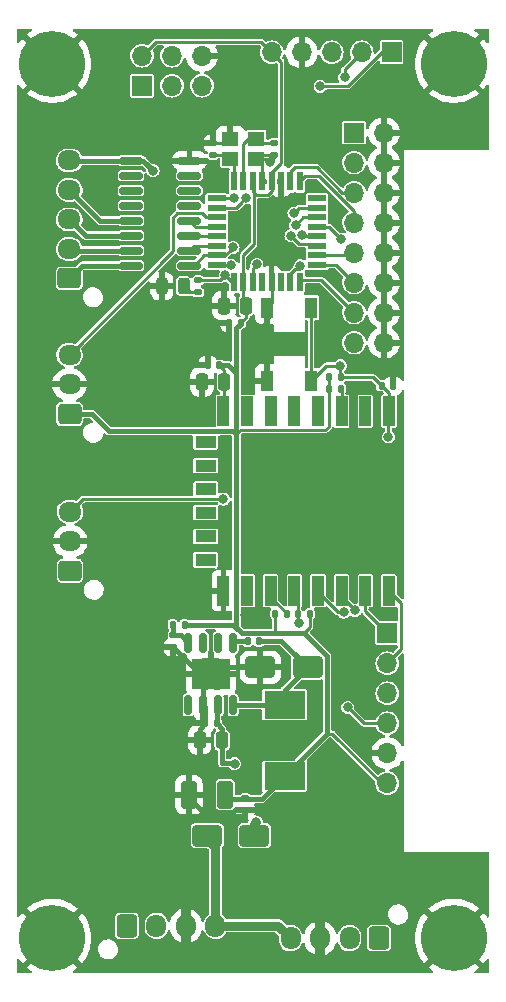
<source format=gtl>
G04 #@! TF.GenerationSoftware,KiCad,Pcbnew,7.0.8*
G04 #@! TF.CreationDate,2023-11-10T01:40:45+01:00*
G04 #@! TF.ProjectId,splitflappcb,73706c69-7466-46c6-9170-7063622e6b69,rev?*
G04 #@! TF.SameCoordinates,Original*
G04 #@! TF.FileFunction,Copper,L1,Top*
G04 #@! TF.FilePolarity,Positive*
%FSLAX46Y46*%
G04 Gerber Fmt 4.6, Leading zero omitted, Abs format (unit mm)*
G04 Created by KiCad (PCBNEW 7.0.8) date 2023-11-10 01:40:45*
%MOMM*%
%LPD*%
G01*
G04 APERTURE LIST*
G04 Aperture macros list*
%AMRoundRect*
0 Rectangle with rounded corners*
0 $1 Rounding radius*
0 $2 $3 $4 $5 $6 $7 $8 $9 X,Y pos of 4 corners*
0 Add a 4 corners polygon primitive as box body*
4,1,4,$2,$3,$4,$5,$6,$7,$8,$9,$2,$3,0*
0 Add four circle primitives for the rounded corners*
1,1,$1+$1,$2,$3*
1,1,$1+$1,$4,$5*
1,1,$1+$1,$6,$7*
1,1,$1+$1,$8,$9*
0 Add four rect primitives between the rounded corners*
20,1,$1+$1,$2,$3,$4,$5,0*
20,1,$1+$1,$4,$5,$6,$7,0*
20,1,$1+$1,$6,$7,$8,$9,0*
20,1,$1+$1,$8,$9,$2,$3,0*%
G04 Aperture macros list end*
G04 #@! TA.AperFunction,SMDPad,CuDef*
%ADD10RoundRect,0.150000X-0.150000X0.662500X-0.150000X-0.662500X0.150000X-0.662500X0.150000X0.662500X0*%
G04 #@! TD*
G04 #@! TA.AperFunction,ComponentPad*
%ADD11C,0.500000*%
G04 #@! TD*
G04 #@! TA.AperFunction,SMDPad,CuDef*
%ADD12R,3.200000X2.514000*%
G04 #@! TD*
G04 #@! TA.AperFunction,ComponentPad*
%ADD13C,5.600000*%
G04 #@! TD*
G04 #@! TA.AperFunction,SMDPad,CuDef*
%ADD14RoundRect,0.140000X0.170000X-0.140000X0.170000X0.140000X-0.170000X0.140000X-0.170000X-0.140000X0*%
G04 #@! TD*
G04 #@! TA.AperFunction,ComponentPad*
%ADD15R,1.700000X1.700000*%
G04 #@! TD*
G04 #@! TA.AperFunction,ComponentPad*
%ADD16O,1.700000X1.700000*%
G04 #@! TD*
G04 #@! TA.AperFunction,SMDPad,CuDef*
%ADD17RoundRect,0.135000X0.185000X-0.135000X0.185000X0.135000X-0.185000X0.135000X-0.185000X-0.135000X0*%
G04 #@! TD*
G04 #@! TA.AperFunction,SMDPad,CuDef*
%ADD18RoundRect,0.243750X-0.243750X-0.456250X0.243750X-0.456250X0.243750X0.456250X-0.243750X0.456250X0*%
G04 #@! TD*
G04 #@! TA.AperFunction,SMDPad,CuDef*
%ADD19R,1.400000X1.200000*%
G04 #@! TD*
G04 #@! TA.AperFunction,SMDPad,CuDef*
%ADD20RoundRect,0.140000X-0.140000X-0.170000X0.140000X-0.170000X0.140000X0.170000X-0.140000X0.170000X0*%
G04 #@! TD*
G04 #@! TA.AperFunction,SMDPad,CuDef*
%ADD21RoundRect,0.150000X0.825000X0.150000X-0.825000X0.150000X-0.825000X-0.150000X0.825000X-0.150000X0*%
G04 #@! TD*
G04 #@! TA.AperFunction,SMDPad,CuDef*
%ADD22RoundRect,0.140000X0.140000X0.170000X-0.140000X0.170000X-0.140000X-0.170000X0.140000X-0.170000X0*%
G04 #@! TD*
G04 #@! TA.AperFunction,ComponentPad*
%ADD23RoundRect,0.250000X0.600000X0.725000X-0.600000X0.725000X-0.600000X-0.725000X0.600000X-0.725000X0*%
G04 #@! TD*
G04 #@! TA.AperFunction,ComponentPad*
%ADD24O,1.700000X1.950000*%
G04 #@! TD*
G04 #@! TA.AperFunction,ComponentPad*
%ADD25RoundRect,0.250000X-0.600000X-0.725000X0.600000X-0.725000X0.600000X0.725000X-0.600000X0.725000X0*%
G04 #@! TD*
G04 #@! TA.AperFunction,SMDPad,CuDef*
%ADD26RoundRect,0.140000X-0.170000X0.140000X-0.170000X-0.140000X0.170000X-0.140000X0.170000X0.140000X0*%
G04 #@! TD*
G04 #@! TA.AperFunction,SMDPad,CuDef*
%ADD27RoundRect,0.250000X1.000000X0.650000X-1.000000X0.650000X-1.000000X-0.650000X1.000000X-0.650000X0*%
G04 #@! TD*
G04 #@! TA.AperFunction,SMDPad,CuDef*
%ADD28RoundRect,0.135000X-0.135000X-0.185000X0.135000X-0.185000X0.135000X0.185000X-0.135000X0.185000X0*%
G04 #@! TD*
G04 #@! TA.AperFunction,SMDPad,CuDef*
%ADD29RoundRect,0.250000X0.412500X0.925000X-0.412500X0.925000X-0.412500X-0.925000X0.412500X-0.925000X0*%
G04 #@! TD*
G04 #@! TA.AperFunction,SMDPad,CuDef*
%ADD30R,0.550000X1.600000*%
G04 #@! TD*
G04 #@! TA.AperFunction,SMDPad,CuDef*
%ADD31R,1.600000X0.550000*%
G04 #@! TD*
G04 #@! TA.AperFunction,SMDPad,CuDef*
%ADD32RoundRect,0.135000X0.135000X0.185000X-0.135000X0.185000X-0.135000X-0.185000X0.135000X-0.185000X0*%
G04 #@! TD*
G04 #@! TA.AperFunction,SMDPad,CuDef*
%ADD33R,1.000000X2.500000*%
G04 #@! TD*
G04 #@! TA.AperFunction,SMDPad,CuDef*
%ADD34R,1.800000X1.000000*%
G04 #@! TD*
G04 #@! TA.AperFunction,SMDPad,CuDef*
%ADD35R,1.100000X1.800000*%
G04 #@! TD*
G04 #@! TA.AperFunction,ComponentPad*
%ADD36RoundRect,0.250000X0.725000X-0.600000X0.725000X0.600000X-0.725000X0.600000X-0.725000X-0.600000X0*%
G04 #@! TD*
G04 #@! TA.AperFunction,ComponentPad*
%ADD37O,1.950000X1.700000*%
G04 #@! TD*
G04 #@! TA.AperFunction,SMDPad,CuDef*
%ADD38RoundRect,0.250000X-0.250000X-0.475000X0.250000X-0.475000X0.250000X0.475000X-0.250000X0.475000X0*%
G04 #@! TD*
G04 #@! TA.AperFunction,SMDPad,CuDef*
%ADD39RoundRect,0.250000X0.250000X0.475000X-0.250000X0.475000X-0.250000X-0.475000X0.250000X-0.475000X0*%
G04 #@! TD*
G04 #@! TA.AperFunction,SMDPad,CuDef*
%ADD40RoundRect,0.135000X-0.185000X0.135000X-0.185000X-0.135000X0.185000X-0.135000X0.185000X0.135000X0*%
G04 #@! TD*
G04 #@! TA.AperFunction,SMDPad,CuDef*
%ADD41R,3.500000X2.350000*%
G04 #@! TD*
G04 #@! TA.AperFunction,ViaPad*
%ADD42C,0.800000*%
G04 #@! TD*
G04 #@! TA.AperFunction,Conductor*
%ADD43C,0.800000*%
G04 #@! TD*
G04 #@! TA.AperFunction,Conductor*
%ADD44C,0.250000*%
G04 #@! TD*
G04 #@! TA.AperFunction,Conductor*
%ADD45C,0.400000*%
G04 #@! TD*
G04 APERTURE END LIST*
D10*
X85325000Y-98997500D03*
X84055000Y-98997500D03*
X82785000Y-98997500D03*
X81515000Y-98997500D03*
X81515000Y-104272500D03*
X82785000Y-104272500D03*
X84055000Y-104272500D03*
X85325000Y-104272500D03*
D11*
X84420000Y-100935000D03*
X83420000Y-100935000D03*
X82420000Y-100935000D03*
D12*
X83420000Y-101635000D03*
D11*
X84420000Y-102335000D03*
X83420000Y-102335000D03*
X82420000Y-102335000D03*
D13*
X104000000Y-50000000D03*
D14*
X88750000Y-57670000D03*
X88750000Y-56710000D03*
D15*
X98740000Y-49010000D03*
D16*
X96200000Y-49010000D03*
X93660000Y-49010000D03*
X91120000Y-49010000D03*
X88580000Y-49010000D03*
D17*
X82360000Y-69330000D03*
X82360000Y-68310000D03*
D18*
X79270000Y-68820000D03*
X81145000Y-68820000D03*
D19*
X87290000Y-56340000D03*
X85090000Y-56340000D03*
X85090000Y-58040000D03*
X87290000Y-58040000D03*
D20*
X83190000Y-75500000D03*
X84150000Y-75500000D03*
D21*
X81620000Y-67070000D03*
X81620000Y-65800000D03*
X81620000Y-64530000D03*
X81620000Y-63260000D03*
X81620000Y-61990000D03*
X81620000Y-60720000D03*
X81620000Y-59450000D03*
X81620000Y-58180000D03*
X76670000Y-58180000D03*
X76670000Y-59450000D03*
X76670000Y-60720000D03*
X76670000Y-61990000D03*
X76670000Y-63260000D03*
X76670000Y-64530000D03*
X76670000Y-65800000D03*
X76670000Y-67070000D03*
D22*
X83910000Y-105795000D03*
X82950000Y-105795000D03*
D23*
X97680000Y-124010000D03*
D24*
X95180000Y-124010000D03*
X92680000Y-124010000D03*
X90180000Y-124010000D03*
D13*
X70000000Y-50000000D03*
D25*
X76320000Y-122970000D03*
D24*
X78820000Y-122970000D03*
X81320000Y-122970000D03*
X83820000Y-122970000D03*
D26*
X86350000Y-112175000D03*
X86350000Y-113135000D03*
D27*
X91620000Y-101075000D03*
X87620000Y-101075000D03*
D28*
X88900000Y-96550000D03*
X89920000Y-96550000D03*
D15*
X98370000Y-98200000D03*
D16*
X98370000Y-100740000D03*
X98370000Y-103280000D03*
X98370000Y-105820000D03*
X98370000Y-108360000D03*
X98370000Y-110900000D03*
D29*
X84645000Y-111865000D03*
X81570000Y-111865000D03*
D30*
X90970000Y-59940000D03*
X90170000Y-59940000D03*
X89370000Y-59940000D03*
X88570000Y-59940000D03*
X87770000Y-59940000D03*
X86970000Y-59940000D03*
X86170000Y-59940000D03*
X85370000Y-59940000D03*
D31*
X83920000Y-61390000D03*
X83920000Y-62190000D03*
X83920000Y-62990000D03*
X83920000Y-63790000D03*
X83920000Y-64590000D03*
X83920000Y-65390000D03*
X83920000Y-66190000D03*
X83920000Y-66990000D03*
D30*
X85370000Y-68440000D03*
X86170000Y-68440000D03*
X86970000Y-68440000D03*
X87770000Y-68440000D03*
X88570000Y-68440000D03*
X89370000Y-68440000D03*
X90170000Y-68440000D03*
X90970000Y-68440000D03*
D31*
X92420000Y-66990000D03*
X92420000Y-66190000D03*
X92420000Y-65390000D03*
X92420000Y-64590000D03*
X92420000Y-63790000D03*
X92420000Y-62990000D03*
X92420000Y-62190000D03*
X92420000Y-61390000D03*
D27*
X87117500Y-115340000D03*
X83117500Y-115340000D03*
D32*
X81230000Y-97465000D03*
X80210000Y-97465000D03*
D33*
X98500000Y-79400000D03*
X96500000Y-79400000D03*
X94500000Y-79400000D03*
X92500000Y-79400000D03*
X90500000Y-79400000D03*
X88500000Y-79400000D03*
X86500000Y-79400000D03*
X84500000Y-79400000D03*
D34*
X83000000Y-82000000D03*
X83000000Y-84000000D03*
X83000000Y-86000000D03*
X83000000Y-88000000D03*
X83000000Y-90000000D03*
X83000000Y-92000000D03*
D33*
X84500000Y-94600000D03*
X86500000Y-94600000D03*
X88500000Y-94600000D03*
X90500000Y-94600000D03*
X92500000Y-94600000D03*
X94500000Y-94600000D03*
X96500000Y-94600000D03*
X98500000Y-94600000D03*
D15*
X77600000Y-51840000D03*
D16*
X77600000Y-49300000D03*
X80140000Y-51840000D03*
X80140000Y-49300000D03*
X82680000Y-51840000D03*
X82680000Y-49300000D03*
D28*
X93400000Y-76530000D03*
X94420000Y-76530000D03*
D13*
X104000000Y-124000000D03*
D15*
X95560000Y-55810000D03*
D16*
X98100000Y-55810000D03*
X95560000Y-58350000D03*
X98100000Y-58350000D03*
X95560000Y-60890000D03*
X98100000Y-60890000D03*
X95560000Y-63430000D03*
X98100000Y-63430000D03*
X95560000Y-65970000D03*
X98100000Y-65970000D03*
X95560000Y-68510000D03*
X98100000Y-68510000D03*
X95560000Y-71050000D03*
X98100000Y-71050000D03*
X95560000Y-73590000D03*
X98100000Y-73590000D03*
D35*
X91920000Y-70620000D03*
X91920000Y-76820000D03*
X88220000Y-70620000D03*
X88220000Y-76820000D03*
D13*
X70000000Y-124000000D03*
D22*
X98840000Y-77240000D03*
X97880000Y-77240000D03*
X87510000Y-98865000D03*
X86550000Y-98865000D03*
D36*
X71450000Y-68160000D03*
D37*
X71450000Y-65660000D03*
X71450000Y-63160000D03*
X71450000Y-60660000D03*
X71450000Y-58160000D03*
D26*
X83620000Y-56710000D03*
X83620000Y-57670000D03*
D36*
X71465000Y-79630000D03*
D37*
X71465000Y-77130000D03*
X71465000Y-74630000D03*
D28*
X93400000Y-77480000D03*
X94420000Y-77480000D03*
D32*
X91790000Y-96550000D03*
X90770000Y-96550000D03*
D20*
X84990000Y-71920000D03*
X85950000Y-71920000D03*
D38*
X84530000Y-70470000D03*
X86430000Y-70470000D03*
X82680000Y-76930000D03*
X84580000Y-76930000D03*
D36*
X71510000Y-92910000D03*
D37*
X71510000Y-90410000D03*
X71510000Y-87910000D03*
D39*
X84380000Y-107245000D03*
X82480000Y-107245000D03*
D40*
X80250000Y-98355000D03*
X80250000Y-99375000D03*
D41*
X89670000Y-104260000D03*
X89670000Y-110310000D03*
D42*
X78530000Y-59040000D03*
X87270000Y-114180000D03*
X85450000Y-109245000D03*
X95626092Y-96252670D03*
X91163682Y-64453813D03*
X94678444Y-96399500D03*
X90217628Y-64534663D03*
X86368656Y-61339500D03*
X85370000Y-61380000D03*
X85179863Y-67040500D03*
X84645115Y-67884922D03*
X85319500Y-65520000D03*
X94487300Y-64832700D03*
X94400000Y-75540000D03*
X98470000Y-81570000D03*
X87330000Y-66970000D03*
X84490000Y-86840000D03*
X91021441Y-67090500D03*
X92680000Y-51880000D03*
X90604125Y-63620462D03*
X90470000Y-62630000D03*
X94750401Y-51125001D03*
X90930000Y-97340000D03*
X95025500Y-104470000D03*
X94270000Y-101970000D03*
X79150000Y-87790000D03*
X79020000Y-79550000D03*
X79780000Y-57110000D03*
X78720000Y-65750000D03*
X98250000Y-53070000D03*
X78900000Y-82380000D03*
X78870000Y-61230000D03*
X86349500Y-96690000D03*
X84960000Y-117560000D03*
X93670000Y-74660000D03*
X87580000Y-107340000D03*
X81470000Y-85060000D03*
X96330000Y-97160000D03*
X79020000Y-85510000D03*
X90280000Y-52730000D03*
X91500000Y-90890000D03*
X93740000Y-67750000D03*
X95760000Y-53100000D03*
X97430000Y-96290000D03*
X81930000Y-71130000D03*
X72100517Y-71548614D03*
X92070000Y-60400000D03*
X94050000Y-109560000D03*
X92630000Y-97540000D03*
X81540000Y-79550000D03*
X82800000Y-73690000D03*
X96890000Y-104580000D03*
X93270000Y-69820000D03*
X97210000Y-115080000D03*
X87550000Y-92050000D03*
X91160000Y-83030000D03*
X93990000Y-62150000D03*
X87530000Y-50770000D03*
X86240000Y-64030000D03*
X97380000Y-122100000D03*
X77500000Y-103230000D03*
X78140000Y-69850000D03*
X93330000Y-72450000D03*
X92870000Y-121470000D03*
X99000000Y-120570000D03*
X88400000Y-58320000D03*
X84880000Y-124590000D03*
X78920000Y-95430000D03*
X79330000Y-96640000D03*
X94920000Y-106720000D03*
X84620000Y-88300000D03*
X91071095Y-65894500D03*
X83880000Y-59640000D03*
X82620000Y-117670000D03*
X80910000Y-108180000D03*
X93340000Y-57020000D03*
X94360000Y-97520000D03*
X94340130Y-59026812D03*
X94600000Y-99710000D03*
X79170000Y-91960000D03*
X99450000Y-117760000D03*
X89740000Y-113540000D03*
X87420000Y-73970000D03*
X86730000Y-83350000D03*
X79800000Y-55440000D03*
X96910000Y-106900000D03*
X82730000Y-54450000D03*
X88286732Y-64507585D03*
X91860000Y-55090000D03*
X89810000Y-61580000D03*
X88410000Y-53860000D03*
X96990000Y-99470000D03*
X82560000Y-124740000D03*
X94685130Y-115212168D03*
X78980000Y-73810000D03*
X78220000Y-99240000D03*
X91040000Y-73780000D03*
X96740000Y-75120000D03*
D43*
X87270000Y-114180000D02*
X87117500Y-114332500D01*
X87117500Y-114332500D02*
X87117500Y-115340000D01*
D44*
X78530000Y-59040000D02*
X78250000Y-58760000D01*
D45*
X84380000Y-109205000D02*
X84380000Y-107245000D01*
X77670000Y-58180000D02*
X78250000Y-58760000D01*
X83910000Y-105795000D02*
X83910000Y-104417500D01*
X84380000Y-107245000D02*
X84380000Y-106265000D01*
X85410000Y-109205000D02*
X84380000Y-109205000D01*
X84380000Y-106265000D02*
X83910000Y-105795000D01*
X83910000Y-104417500D02*
X84055000Y-104272500D01*
X71470000Y-58180000D02*
X71450000Y-58160000D01*
X76670000Y-58180000D02*
X71470000Y-58180000D01*
X76670000Y-58180000D02*
X77670000Y-58180000D01*
X85450000Y-109245000D02*
X85410000Y-109205000D01*
X77670000Y-58180000D02*
X78530000Y-59040000D01*
D44*
X83620000Y-57670000D02*
X84720000Y-57670000D01*
X85370000Y-58320000D02*
X85090000Y-58040000D01*
X84720000Y-57670000D02*
X85090000Y-58040000D01*
X85370000Y-59940000D02*
X85370000Y-58320000D01*
X86170000Y-56760000D02*
X86590000Y-56340000D01*
X88750000Y-56710000D02*
X87660000Y-56710000D01*
X86590000Y-56340000D02*
X87290000Y-56340000D01*
X86170000Y-59940000D02*
X86170000Y-56760000D01*
X87660000Y-56710000D02*
X87290000Y-56340000D01*
X91790000Y-96550000D02*
X91790000Y-97684240D01*
X88570000Y-59045000D02*
X88700305Y-59045000D01*
X93400000Y-76530000D02*
X93400000Y-77480000D01*
X86170000Y-70210000D02*
X86430000Y-70470000D01*
D45*
X85600000Y-81360000D02*
X85600000Y-76190000D01*
D44*
X86970000Y-59940000D02*
X86970000Y-60740000D01*
X86970000Y-60740000D02*
X87295000Y-61065000D01*
D45*
X85340000Y-81100000D02*
X74819924Y-81100000D01*
X85950000Y-72033676D02*
X85600000Y-72383676D01*
D44*
X83169710Y-48129656D02*
X78770344Y-48129656D01*
D45*
X85600000Y-76190000D02*
X84910000Y-75500000D01*
D44*
X84530000Y-75880000D02*
X84530000Y-79370000D01*
X84180000Y-75530000D02*
X84530000Y-75880000D01*
D45*
X87750000Y-112230000D02*
X85010000Y-112230000D01*
X85600000Y-81360000D02*
X85340000Y-81100000D01*
X93270000Y-106710000D02*
X89670000Y-110310000D01*
X85312108Y-97465000D02*
X86027108Y-98180000D01*
D44*
X89385000Y-49815000D02*
X87709656Y-48139656D01*
D45*
X81230000Y-97465000D02*
X85312108Y-97465000D01*
X74819924Y-81100000D02*
X73349924Y-79630000D01*
D44*
X86170000Y-66190000D02*
X87093656Y-65266344D01*
D45*
X85010000Y-112230000D02*
X84645000Y-111865000D01*
X85600000Y-72383676D02*
X85600000Y-76190000D01*
X84645000Y-111865000D02*
X84645000Y-112135000D01*
D44*
X88245000Y-61065000D02*
X88570000Y-60740000D01*
X87093656Y-65266344D02*
X87093656Y-60063656D01*
X89385000Y-58360305D02*
X89385000Y-49815000D01*
X83179710Y-48139656D02*
X83169710Y-48129656D01*
D45*
X93270000Y-100155760D02*
X93270000Y-106710000D01*
X73349924Y-79630000D02*
X71465000Y-79630000D01*
D44*
X85600000Y-81360000D02*
X85985000Y-80975000D01*
X87093656Y-60063656D02*
X86970000Y-59940000D01*
D45*
X89670000Y-110310000D02*
X87750000Y-112230000D01*
D44*
X91790000Y-97684240D02*
X91294240Y-98180000D01*
X88900000Y-98000000D02*
X89080000Y-98180000D01*
X93710000Y-106710000D02*
X97910000Y-110910000D01*
X84530000Y-79370000D02*
X84500000Y-79400000D01*
D45*
X89080000Y-98180000D02*
X91294240Y-98180000D01*
D44*
X88570000Y-59940000D02*
X88570000Y-59045000D01*
X87709656Y-48139656D02*
X83179710Y-48139656D01*
X98150000Y-110910000D02*
X98160000Y-110900000D01*
X88570000Y-60740000D02*
X88570000Y-59940000D01*
D45*
X86027108Y-98180000D02*
X89080000Y-98180000D01*
D44*
X86170000Y-68440000D02*
X86170000Y-70210000D01*
X97910000Y-110910000D02*
X98150000Y-110910000D01*
D45*
X83530000Y-97465000D02*
X85600000Y-97465000D01*
D44*
X86430000Y-71440000D02*
X86430000Y-70470000D01*
D45*
X91294240Y-98180000D02*
X93270000Y-100155760D01*
D44*
X78770344Y-48129656D02*
X77600000Y-49300000D01*
X85985000Y-80975000D02*
X93134620Y-80975000D01*
X85950000Y-71920000D02*
X86430000Y-71440000D01*
D45*
X84910000Y-75500000D02*
X84150000Y-75500000D01*
X85600000Y-97465000D02*
X85600000Y-81360000D01*
X85950000Y-71920000D02*
X85950000Y-72033676D01*
D44*
X86170000Y-68440000D02*
X86170000Y-66190000D01*
X87295000Y-61065000D02*
X88245000Y-61065000D01*
X88900000Y-96550000D02*
X88900000Y-98000000D01*
X93270000Y-106710000D02*
X93710000Y-106710000D01*
X93400000Y-80709620D02*
X93400000Y-77480000D01*
X88700305Y-59045000D02*
X89385000Y-58360305D01*
X93134620Y-80975000D02*
X93400000Y-80709620D01*
D45*
X85337500Y-104260000D02*
X85325000Y-104272500D01*
X87510000Y-98865000D02*
X89410000Y-98865000D01*
X89410000Y-98865000D02*
X91620000Y-101075000D01*
X89670000Y-104260000D02*
X85337500Y-104260000D01*
X89670000Y-104260000D02*
X89670000Y-103025000D01*
X89670000Y-103025000D02*
X91620000Y-101075000D01*
X85457500Y-98865000D02*
X85325000Y-98997500D01*
X86550000Y-98865000D02*
X85457500Y-98865000D01*
D44*
X82360000Y-69330000D02*
X81655000Y-69330000D01*
X81655000Y-69330000D02*
X81145000Y-68820000D01*
X91163682Y-64453813D02*
X91299869Y-64590000D01*
X91299869Y-64590000D02*
X92420000Y-64590000D01*
X94500000Y-94600000D02*
X94500000Y-95126578D01*
X94500000Y-95126578D02*
X95626092Y-96252670D01*
X92500000Y-94738910D02*
X92500000Y-94600000D01*
X92250000Y-65220000D02*
X92420000Y-65390000D01*
X90902965Y-65220000D02*
X92250000Y-65220000D01*
X94678444Y-96399500D02*
X94160590Y-96399500D01*
X94160590Y-96399500D02*
X92500000Y-94738910D01*
X90217628Y-64534663D02*
X90902965Y-65220000D01*
D45*
X76670000Y-67070000D02*
X72540000Y-67070000D01*
X72540000Y-67070000D02*
X71450000Y-68160000D01*
X76670000Y-65800000D02*
X71590000Y-65800000D01*
X71590000Y-65800000D02*
X71450000Y-65660000D01*
X72820000Y-64530000D02*
X71450000Y-63160000D01*
X76670000Y-64530000D02*
X72820000Y-64530000D01*
X76670000Y-63260000D02*
X74050000Y-63260000D01*
X74050000Y-63260000D02*
X71450000Y-60660000D01*
D44*
X85585305Y-62190000D02*
X83920000Y-62190000D01*
X86368656Y-61339500D02*
X86095000Y-61613156D01*
X86095000Y-61613156D02*
X86095000Y-61680305D01*
X86095000Y-61680305D02*
X85585305Y-62190000D01*
X85370000Y-61380000D02*
X85360000Y-61390000D01*
X85360000Y-61390000D02*
X83920000Y-61390000D01*
X94535686Y-60890000D02*
X95560000Y-60890000D01*
X90170000Y-59940000D02*
X90170000Y-59140000D01*
X90570000Y-58740000D02*
X92385686Y-58740000D01*
X90170000Y-59140000D02*
X90570000Y-58740000D01*
X92385686Y-58740000D02*
X94535686Y-60890000D01*
X91410000Y-59500000D02*
X90970000Y-59940000D01*
X95560000Y-62480000D02*
X92580000Y-59500000D01*
X95560000Y-63430000D02*
X95560000Y-62480000D01*
X92580000Y-59500000D02*
X91410000Y-59500000D01*
X83920000Y-62990000D02*
X82996752Y-62990000D01*
X80598248Y-62635000D02*
X80230000Y-63003248D01*
X82996752Y-62990000D02*
X82641752Y-62635000D01*
X82641752Y-62635000D02*
X80598248Y-62635000D01*
X80230000Y-63003248D02*
X80230000Y-65865000D01*
X80230000Y-65865000D02*
X71465000Y-74630000D01*
X85129363Y-66990000D02*
X83920000Y-66990000D01*
X85179863Y-67040500D02*
X85129363Y-66990000D01*
X84220037Y-68310000D02*
X82360000Y-68310000D01*
X85200193Y-68440000D02*
X85370000Y-68440000D01*
X84645115Y-67884922D02*
X84220037Y-68310000D01*
X84645115Y-67884922D02*
X85200193Y-68440000D01*
X81996752Y-67070000D02*
X81620000Y-67070000D01*
X83920000Y-66190000D02*
X82876752Y-66190000D01*
X84654620Y-66190000D02*
X83920000Y-66190000D01*
X85319500Y-65520000D02*
X85045000Y-65794500D01*
X85045000Y-65794500D02*
X85045000Y-65799620D01*
X85045000Y-65799620D02*
X84654620Y-66190000D01*
X82876752Y-66190000D02*
X81996752Y-67070000D01*
X93200000Y-75540000D02*
X91920000Y-76820000D01*
X93444600Y-63790000D02*
X92420000Y-63790000D01*
X94420000Y-76530000D02*
X97170000Y-76530000D01*
X98470000Y-81570000D02*
X98470000Y-79430000D01*
X94400000Y-76510000D02*
X94420000Y-76530000D01*
X94487300Y-64832700D02*
X93444600Y-63790000D01*
X98470000Y-79430000D02*
X98500000Y-79400000D01*
X91920000Y-76820000D02*
X91920000Y-70620000D01*
X98235000Y-77595000D02*
X98235000Y-77602610D01*
X94400000Y-75540000D02*
X94400000Y-76510000D01*
X94400000Y-75540000D02*
X93200000Y-75540000D01*
X98500000Y-77867610D02*
X98500000Y-79400000D01*
X98235000Y-77602610D02*
X98500000Y-77867610D01*
X97170000Y-76530000D02*
X98235000Y-77595000D01*
D45*
X80250000Y-98355000D02*
X80872500Y-98355000D01*
X80872500Y-98355000D02*
X81515000Y-98997500D01*
X80250000Y-98355000D02*
X80250000Y-97505000D01*
X80250000Y-97505000D02*
X80210000Y-97465000D01*
D44*
X82030000Y-65390000D02*
X81620000Y-65800000D01*
X83920000Y-65390000D02*
X82030000Y-65390000D01*
X83920000Y-64590000D02*
X81680000Y-64590000D01*
X81680000Y-64590000D02*
X81620000Y-64530000D01*
X83920000Y-63790000D02*
X82150000Y-63790000D01*
X82150000Y-63790000D02*
X81620000Y-63260000D01*
X84475000Y-86825000D02*
X84490000Y-86840000D01*
X87330000Y-66970000D02*
X86970000Y-67330000D01*
X86970000Y-67330000D02*
X86970000Y-68440000D01*
X72595000Y-86825000D02*
X84475000Y-86825000D01*
X71510000Y-87910000D02*
X72595000Y-86825000D01*
X90581090Y-67365000D02*
X90170000Y-67776090D01*
X91021441Y-67090500D02*
X90746941Y-67365000D01*
X90746941Y-67365000D02*
X90581090Y-67365000D01*
X90170000Y-67776090D02*
X90170000Y-68440000D01*
X90970000Y-68440000D02*
X91130000Y-68280000D01*
X91130000Y-68280000D02*
X92790000Y-68280000D01*
X92790000Y-68280000D02*
X95560000Y-71050000D01*
X94040000Y-66990000D02*
X95560000Y-68510000D01*
X92420000Y-66990000D02*
X94040000Y-66990000D01*
X92420000Y-66190000D02*
X95340000Y-66190000D01*
X95340000Y-66190000D02*
X95560000Y-65970000D01*
X91234587Y-62990000D02*
X90604125Y-63620462D01*
X92420000Y-62990000D02*
X91234587Y-62990000D01*
X97890000Y-49010000D02*
X98740000Y-49010000D01*
X92680000Y-51880000D02*
X95020000Y-51880000D01*
X95020000Y-51880000D02*
X97890000Y-49010000D01*
X90910000Y-62190000D02*
X90470000Y-62630000D01*
X94750401Y-51125001D02*
X94750401Y-50459599D01*
X92420000Y-62190000D02*
X90910000Y-62190000D01*
X94750401Y-50459599D02*
X96200000Y-49010000D01*
X94500000Y-77560000D02*
X94420000Y-77480000D01*
X94500000Y-79400000D02*
X94500000Y-77560000D01*
X89920000Y-96550000D02*
X88500000Y-95130000D01*
X88500000Y-95130000D02*
X88500000Y-94600000D01*
X90770000Y-97180000D02*
X90930000Y-97340000D01*
X95025500Y-104470000D02*
X96375500Y-105820000D01*
X90770000Y-96550000D02*
X90770000Y-94870000D01*
X96375500Y-105820000D02*
X98370000Y-105820000D01*
X90770000Y-94870000D02*
X90500000Y-94600000D01*
X90770000Y-96550000D02*
X90770000Y-97180000D01*
X96500000Y-96330000D02*
X96500000Y-94600000D01*
X98370000Y-98200000D02*
X96500000Y-96330000D01*
X99545000Y-99565000D02*
X99545000Y-95645000D01*
X99545000Y-95645000D02*
X98500000Y-94600000D01*
X98370000Y-100740000D02*
X99545000Y-99565000D01*
X88750000Y-57670000D02*
X87660000Y-57670000D01*
D45*
X82950000Y-104437500D02*
X82785000Y-104272500D01*
D44*
X87770000Y-58520000D02*
X87290000Y-58040000D01*
D45*
X86350000Y-113405000D02*
X86045000Y-113710000D01*
X87620000Y-101075000D02*
X83980000Y-101075000D01*
D44*
X87290000Y-58040000D02*
X88120000Y-58040000D01*
X84720000Y-56710000D02*
X85090000Y-56340000D01*
X88570000Y-68440000D02*
X88570000Y-70230000D01*
D45*
X81570000Y-110115000D02*
X82480000Y-109205000D01*
D44*
X88120000Y-58040000D02*
X88400000Y-58320000D01*
X88330000Y-70470000D02*
X88330000Y-71470000D01*
D45*
X82480000Y-107245000D02*
X82480000Y-106265000D01*
X82950000Y-105795000D02*
X82950000Y-104437500D01*
X82480000Y-109205000D02*
X82480000Y-107245000D01*
X83980000Y-101075000D02*
X83420000Y-101635000D01*
X80250000Y-99375000D02*
X82510000Y-101635000D01*
D44*
X88570000Y-70230000D02*
X88330000Y-70470000D01*
D45*
X83145000Y-113710000D02*
X81570000Y-112135000D01*
D44*
X88330000Y-71470000D02*
X87890000Y-71910000D01*
D45*
X82785000Y-104272500D02*
X82785000Y-102270000D01*
D44*
X87770000Y-59940000D02*
X87770000Y-58520000D01*
D45*
X81570000Y-112135000D02*
X81570000Y-110115000D01*
D44*
X88750000Y-57970000D02*
X88400000Y-58320000D01*
D45*
X86045000Y-113710000D02*
X83145000Y-113710000D01*
D44*
X87660000Y-57670000D02*
X87290000Y-58040000D01*
X83620000Y-56710000D02*
X84720000Y-56710000D01*
D45*
X82510000Y-101635000D02*
X83420000Y-101635000D01*
X82785000Y-102270000D02*
X83420000Y-101635000D01*
X82480000Y-106265000D02*
X82950000Y-105795000D01*
D44*
X88750000Y-57670000D02*
X88750000Y-57970000D01*
D43*
X89140000Y-122970000D02*
X83820000Y-122970000D01*
X90180000Y-124010000D02*
X89140000Y-122970000D01*
X83820000Y-122970000D02*
X83820000Y-116312500D01*
X83820000Y-116312500D02*
X83117500Y-115610000D01*
G04 #@! TA.AperFunction,Conductor*
G36*
X68865130Y-125134870D02*
G01*
X69055818Y-125297732D01*
X67847255Y-126506295D01*
X67847256Y-126506296D01*
X67860485Y-126518828D01*
X67860486Y-126518829D01*
X68145367Y-126735388D01*
X68145370Y-126735390D01*
X68201644Y-126769249D01*
X68248939Y-126820678D01*
X68260922Y-126889513D01*
X68233787Y-126953899D01*
X68176151Y-126993393D01*
X68137716Y-126999500D01*
X67124500Y-126999500D01*
X67057461Y-126979815D01*
X67011706Y-126927011D01*
X67000500Y-126875500D01*
X67000500Y-125860307D01*
X67020185Y-125793268D01*
X67072989Y-125747513D01*
X67142147Y-125737569D01*
X67205703Y-125766594D01*
X67227134Y-125790720D01*
X67369038Y-126000013D01*
X67496441Y-126150003D01*
X67496442Y-126150004D01*
X68702266Y-124944180D01*
X68865130Y-125134870D01*
G37*
G04 #@! TD.AperFunction*
G04 #@! TA.AperFunction,Conductor*
G36*
X102204755Y-47020185D02*
G01*
X102250510Y-47072989D01*
X102260454Y-47142147D01*
X102231429Y-47205703D01*
X102201644Y-47230751D01*
X102145370Y-47264609D01*
X102145367Y-47264611D01*
X101860491Y-47481166D01*
X101847256Y-47493703D01*
X101847255Y-47493703D01*
X103055819Y-48702266D01*
X102865130Y-48865130D01*
X102702266Y-49055818D01*
X101496442Y-47849994D01*
X101496441Y-47849995D01*
X101369040Y-47999983D01*
X101369033Y-47999993D01*
X101168218Y-48296172D01*
X101000606Y-48612322D01*
X101000597Y-48612340D01*
X100868149Y-48944760D01*
X100868147Y-48944767D01*
X100772421Y-49289542D01*
X100772415Y-49289568D01*
X100714527Y-49642668D01*
X100714526Y-49642685D01*
X100695153Y-49999997D01*
X100695153Y-50000002D01*
X100714526Y-50357314D01*
X100714527Y-50357331D01*
X100772415Y-50710431D01*
X100772421Y-50710457D01*
X100868147Y-51055232D01*
X100868149Y-51055239D01*
X101000597Y-51387659D01*
X101000606Y-51387677D01*
X101168218Y-51703827D01*
X101369033Y-52000007D01*
X101496441Y-52150003D01*
X101496442Y-52150004D01*
X102702266Y-50944180D01*
X102865130Y-51134870D01*
X103055818Y-51297732D01*
X101847255Y-52506295D01*
X101847256Y-52506296D01*
X101860485Y-52518828D01*
X101860486Y-52518829D01*
X102145367Y-52735388D01*
X102145370Y-52735390D01*
X102451990Y-52919876D01*
X102776739Y-53070122D01*
X102776744Y-53070123D01*
X103115855Y-53184383D01*
X103465339Y-53261311D01*
X103821075Y-53299999D01*
X103821085Y-53300000D01*
X104178915Y-53300000D01*
X104178924Y-53299999D01*
X104534660Y-53261311D01*
X104884144Y-53184383D01*
X105223255Y-53070123D01*
X105223260Y-53070122D01*
X105548009Y-52919876D01*
X105854629Y-52735390D01*
X105854632Y-52735388D01*
X106139504Y-52518836D01*
X106152742Y-52506294D01*
X104944180Y-51297733D01*
X105134870Y-51134870D01*
X105297733Y-50944180D01*
X106503556Y-52150003D01*
X106630964Y-52000008D01*
X106630975Y-51999994D01*
X106753844Y-51818777D01*
X106807758Y-51774336D01*
X106877140Y-51766098D01*
X106939962Y-51796678D01*
X106976278Y-51856369D01*
X106980476Y-51888846D01*
X106966554Y-55467120D01*
X106960096Y-57126998D01*
X106959983Y-57155982D01*
X106940038Y-57222945D01*
X106887056Y-57268494D01*
X106835984Y-57279500D01*
X99844760Y-57279500D01*
X99844554Y-57279459D01*
X99820000Y-57279459D01*
X99819901Y-57279500D01*
X99819617Y-57279616D01*
X99819615Y-57279618D01*
X99819458Y-57280000D01*
X99819372Y-57303678D01*
X99819482Y-57304246D01*
X99806392Y-76756903D01*
X99786662Y-76823930D01*
X99733828Y-76869649D01*
X99664662Y-76879546D01*
X99601126Y-76850478D01*
X99575660Y-76819941D01*
X99489720Y-76674624D01*
X99489714Y-76674616D01*
X99375383Y-76560285D01*
X99375374Y-76560278D01*
X99236193Y-76477967D01*
X99236190Y-76477965D01*
X99090001Y-76435493D01*
X99090000Y-76435494D01*
X99090000Y-77366000D01*
X99070315Y-77433039D01*
X99017511Y-77478794D01*
X98966000Y-77490000D01*
X98714000Y-77490000D01*
X98646961Y-77470315D01*
X98601206Y-77417511D01*
X98590000Y-77366000D01*
X98590000Y-76435494D01*
X98589998Y-76435493D01*
X98443809Y-76477965D01*
X98443806Y-76477967D01*
X98304625Y-76560278D01*
X98304616Y-76560285D01*
X98190285Y-76674616D01*
X98190276Y-76674627D01*
X98164258Y-76718622D01*
X98113188Y-76766305D01*
X98057527Y-76779500D01*
X97860478Y-76779500D01*
X97793439Y-76759815D01*
X97772797Y-76743181D01*
X97392627Y-76363011D01*
X97377205Y-76344219D01*
X97368624Y-76331376D01*
X97368620Y-76331372D01*
X97349598Y-76318663D01*
X97325123Y-76302309D01*
X97319465Y-76298528D01*
X97277495Y-76270485D01*
X97277494Y-76270484D01*
X97277493Y-76270484D01*
X97192849Y-76253647D01*
X97192816Y-76253641D01*
X97178854Y-76250864D01*
X97170001Y-76249103D01*
X97170000Y-76249103D01*
X97154846Y-76252117D01*
X97130656Y-76254500D01*
X94907930Y-76254500D01*
X94840891Y-76234815D01*
X94801890Y-76189805D01*
X94801110Y-76190340D01*
X94796417Y-76183489D01*
X94795136Y-76182011D01*
X94794624Y-76180872D01*
X94794617Y-76180862D01*
X94794616Y-76180859D01*
X94753271Y-76139514D01*
X94719786Y-76078191D01*
X94724770Y-76008499D01*
X94765462Y-75953460D01*
X94792621Y-75932621D01*
X94880861Y-75817625D01*
X94936330Y-75683709D01*
X94955250Y-75540000D01*
X94936330Y-75396291D01*
X94888362Y-75280485D01*
X94880862Y-75262377D01*
X94880861Y-75262376D01*
X94880861Y-75262375D01*
X94792621Y-75147379D01*
X94677625Y-75059139D01*
X94677624Y-75059138D01*
X94677622Y-75059137D01*
X94543712Y-75003671D01*
X94543710Y-75003670D01*
X94543709Y-75003670D01*
X94471854Y-74994210D01*
X94400001Y-74984750D01*
X94399999Y-74984750D01*
X94256291Y-75003670D01*
X94256287Y-75003671D01*
X94122377Y-75059137D01*
X94051946Y-75113181D01*
X94007379Y-75147379D01*
X93954732Y-75215988D01*
X93898307Y-75257189D01*
X93856359Y-75264500D01*
X93239344Y-75264500D01*
X93215153Y-75262117D01*
X93200000Y-75259103D01*
X93199999Y-75259103D01*
X93184847Y-75262117D01*
X93172867Y-75264500D01*
X93092505Y-75280485D01*
X93024378Y-75326006D01*
X93024376Y-75326007D01*
X93007702Y-75337148D01*
X93001374Y-75341377D01*
X92992791Y-75354222D01*
X92977372Y-75373010D01*
X92611811Y-75738571D01*
X92550488Y-75772056D01*
X92499937Y-75772507D01*
X92484821Y-75769500D01*
X92484820Y-75769500D01*
X92319500Y-75769500D01*
X92252461Y-75749815D01*
X92206706Y-75697011D01*
X92195500Y-75645500D01*
X92195500Y-71794500D01*
X92215185Y-71727461D01*
X92267989Y-71681706D01*
X92319500Y-71670500D01*
X92484822Y-71670500D01*
X92528717Y-71661768D01*
X92528717Y-71661767D01*
X92528722Y-71661767D01*
X92578504Y-71628504D01*
X92611767Y-71578722D01*
X92613931Y-71567844D01*
X92620500Y-71534822D01*
X92620500Y-69705177D01*
X92611768Y-69661282D01*
X92611767Y-69661281D01*
X92611767Y-69661278D01*
X92578504Y-69611496D01*
X92578503Y-69611495D01*
X92528724Y-69578234D01*
X92528717Y-69578231D01*
X92484822Y-69569500D01*
X92484820Y-69569500D01*
X91431533Y-69569500D01*
X91364494Y-69549815D01*
X91318739Y-69497011D01*
X91308795Y-69427853D01*
X91337820Y-69364297D01*
X91345366Y-69357638D01*
X91344868Y-69357140D01*
X91353500Y-69348506D01*
X91353504Y-69348504D01*
X91386767Y-69298722D01*
X91395500Y-69254820D01*
X91395500Y-68679500D01*
X91415185Y-68612461D01*
X91467989Y-68566706D01*
X91519500Y-68555500D01*
X92624522Y-68555500D01*
X92691561Y-68575185D01*
X92712203Y-68591819D01*
X94619963Y-70499579D01*
X94653448Y-70560902D01*
X94648464Y-70630594D01*
X94641642Y-70645710D01*
X94631187Y-70665270D01*
X94573975Y-70853870D01*
X94554659Y-71050000D01*
X94573975Y-71246129D01*
X94589100Y-71295990D01*
X94629152Y-71428023D01*
X94631188Y-71434733D01*
X94724086Y-71608532D01*
X94724090Y-71608539D01*
X94849116Y-71760883D01*
X95001460Y-71885909D01*
X95001467Y-71885913D01*
X95175266Y-71978811D01*
X95175269Y-71978811D01*
X95175273Y-71978814D01*
X95363868Y-72036024D01*
X95560000Y-72055341D01*
X95756132Y-72036024D01*
X95944727Y-71978814D01*
X95964037Y-71968493D01*
X96118532Y-71885913D01*
X96118538Y-71885910D01*
X96270883Y-71760883D01*
X96395910Y-71608538D01*
X96475573Y-71459500D01*
X96488812Y-71434731D01*
X96488812Y-71434730D01*
X96488814Y-71434727D01*
X96530900Y-71295988D01*
X96569197Y-71237551D01*
X96633009Y-71209095D01*
X96702076Y-71219655D01*
X96754470Y-71265879D01*
X96769335Y-71299891D01*
X96826567Y-71513486D01*
X96826570Y-71513492D01*
X96926399Y-71727578D01*
X97061894Y-71921082D01*
X97228917Y-72088105D01*
X97415031Y-72218425D01*
X97458656Y-72273003D01*
X97465848Y-72342501D01*
X97434326Y-72404856D01*
X97415031Y-72421575D01*
X97228922Y-72551890D01*
X97228920Y-72551891D01*
X97061891Y-72718920D01*
X97061886Y-72718926D01*
X96926400Y-72912420D01*
X96926399Y-72912422D01*
X96826570Y-73126507D01*
X96826567Y-73126513D01*
X96769335Y-73340108D01*
X96732970Y-73399768D01*
X96670123Y-73430297D01*
X96600747Y-73422002D01*
X96546869Y-73377517D01*
X96530900Y-73344013D01*
X96488814Y-73205273D01*
X96488811Y-73205269D01*
X96488811Y-73205266D01*
X96395913Y-73031467D01*
X96395909Y-73031460D01*
X96270883Y-72879116D01*
X96118539Y-72754090D01*
X96118532Y-72754086D01*
X95944733Y-72661188D01*
X95944727Y-72661186D01*
X95756132Y-72603976D01*
X95756129Y-72603975D01*
X95560000Y-72584659D01*
X95363870Y-72603975D01*
X95175266Y-72661188D01*
X95001467Y-72754086D01*
X95001460Y-72754090D01*
X94849116Y-72879116D01*
X94724090Y-73031460D01*
X94724086Y-73031467D01*
X94631188Y-73205266D01*
X94573975Y-73393870D01*
X94554659Y-73590000D01*
X94573975Y-73786129D01*
X94631188Y-73974733D01*
X94724086Y-74148532D01*
X94724090Y-74148539D01*
X94849116Y-74300883D01*
X95001460Y-74425909D01*
X95001467Y-74425913D01*
X95175266Y-74518811D01*
X95175269Y-74518811D01*
X95175273Y-74518814D01*
X95363868Y-74576024D01*
X95560000Y-74595341D01*
X95756132Y-74576024D01*
X95944727Y-74518814D01*
X96118538Y-74425910D01*
X96270883Y-74300883D01*
X96395910Y-74148538D01*
X96488814Y-73974727D01*
X96530900Y-73835988D01*
X96569197Y-73777551D01*
X96633009Y-73749095D01*
X96702076Y-73759655D01*
X96754470Y-73805879D01*
X96769335Y-73839891D01*
X96826567Y-74053486D01*
X96826570Y-74053492D01*
X96926399Y-74267578D01*
X97061894Y-74461082D01*
X97228917Y-74628105D01*
X97422421Y-74763600D01*
X97636507Y-74863429D01*
X97636516Y-74863433D01*
X97850000Y-74920634D01*
X97850000Y-74025501D01*
X97957685Y-74074680D01*
X98064237Y-74090000D01*
X98135763Y-74090000D01*
X98242315Y-74074680D01*
X98350000Y-74025501D01*
X98350000Y-74920633D01*
X98563483Y-74863433D01*
X98563492Y-74863429D01*
X98777578Y-74763600D01*
X98971082Y-74628105D01*
X99138105Y-74461082D01*
X99273600Y-74267578D01*
X99373429Y-74053492D01*
X99373432Y-74053486D01*
X99430636Y-73840000D01*
X98533686Y-73840000D01*
X98559493Y-73799844D01*
X98600000Y-73661889D01*
X98600000Y-73518111D01*
X98559493Y-73380156D01*
X98533686Y-73340000D01*
X99430636Y-73340000D01*
X99430635Y-73339999D01*
X99373432Y-73126513D01*
X99373429Y-73126507D01*
X99273600Y-72912422D01*
X99273599Y-72912420D01*
X99138113Y-72718926D01*
X99138108Y-72718920D01*
X98971082Y-72551894D01*
X98784968Y-72421575D01*
X98741344Y-72366998D01*
X98734151Y-72297499D01*
X98765673Y-72235145D01*
X98784968Y-72218425D01*
X98971082Y-72088105D01*
X99138105Y-71921082D01*
X99273600Y-71727578D01*
X99373429Y-71513492D01*
X99373432Y-71513486D01*
X99430636Y-71300000D01*
X98533686Y-71300000D01*
X98559493Y-71259844D01*
X98600000Y-71121889D01*
X98600000Y-70978111D01*
X98559493Y-70840156D01*
X98533686Y-70800000D01*
X99430636Y-70800000D01*
X99430635Y-70799999D01*
X99373432Y-70586513D01*
X99373429Y-70586507D01*
X99273600Y-70372422D01*
X99273599Y-70372420D01*
X99138113Y-70178926D01*
X99138108Y-70178920D01*
X98971082Y-70011894D01*
X98784968Y-69881575D01*
X98741344Y-69826998D01*
X98734151Y-69757499D01*
X98765673Y-69695145D01*
X98784968Y-69678425D01*
X98971082Y-69548105D01*
X99138105Y-69381082D01*
X99273600Y-69187578D01*
X99373429Y-68973492D01*
X99373432Y-68973486D01*
X99430636Y-68760000D01*
X98533686Y-68760000D01*
X98559493Y-68719844D01*
X98600000Y-68581889D01*
X98600000Y-68438111D01*
X98559493Y-68300156D01*
X98533686Y-68260000D01*
X99430636Y-68260000D01*
X99430635Y-68259999D01*
X99373432Y-68046513D01*
X99373429Y-68046507D01*
X99273600Y-67832422D01*
X99273599Y-67832420D01*
X99138113Y-67638926D01*
X99138108Y-67638920D01*
X98971082Y-67471894D01*
X98784968Y-67341575D01*
X98741344Y-67286998D01*
X98734151Y-67217499D01*
X98765673Y-67155145D01*
X98784968Y-67138425D01*
X98971082Y-67008105D01*
X99138105Y-66841082D01*
X99273600Y-66647578D01*
X99373429Y-66433492D01*
X99373432Y-66433486D01*
X99430636Y-66220000D01*
X98533686Y-66220000D01*
X98559493Y-66179844D01*
X98600000Y-66041889D01*
X98600000Y-65898111D01*
X98559493Y-65760156D01*
X98533686Y-65720000D01*
X99430636Y-65720000D01*
X99430635Y-65719999D01*
X99373432Y-65506513D01*
X99373429Y-65506507D01*
X99273600Y-65292422D01*
X99273599Y-65292420D01*
X99138113Y-65098926D01*
X99138108Y-65098920D01*
X98971082Y-64931894D01*
X98784968Y-64801575D01*
X98741344Y-64746998D01*
X98734151Y-64677499D01*
X98765673Y-64615145D01*
X98784968Y-64598425D01*
X98971082Y-64468105D01*
X99138105Y-64301082D01*
X99273600Y-64107578D01*
X99373429Y-63893492D01*
X99373432Y-63893486D01*
X99430636Y-63680000D01*
X98533686Y-63680000D01*
X98559493Y-63639844D01*
X98600000Y-63501889D01*
X98600000Y-63358111D01*
X98559493Y-63220156D01*
X98533686Y-63180000D01*
X99430636Y-63180000D01*
X99430635Y-63179999D01*
X99373432Y-62966513D01*
X99373429Y-62966507D01*
X99273600Y-62752422D01*
X99273599Y-62752420D01*
X99138113Y-62558926D01*
X99138108Y-62558920D01*
X98971082Y-62391894D01*
X98784968Y-62261575D01*
X98741344Y-62206998D01*
X98734151Y-62137499D01*
X98765673Y-62075145D01*
X98784968Y-62058425D01*
X98971082Y-61928105D01*
X99138105Y-61761082D01*
X99273600Y-61567578D01*
X99373429Y-61353492D01*
X99373432Y-61353486D01*
X99430636Y-61140000D01*
X98533686Y-61140000D01*
X98559493Y-61099844D01*
X98600000Y-60961889D01*
X98600000Y-60818111D01*
X98559493Y-60680156D01*
X98533686Y-60640000D01*
X99430636Y-60640000D01*
X99430635Y-60639999D01*
X99373432Y-60426513D01*
X99373429Y-60426507D01*
X99273600Y-60212422D01*
X99273599Y-60212420D01*
X99138113Y-60018926D01*
X99138108Y-60018920D01*
X98971082Y-59851894D01*
X98784968Y-59721575D01*
X98741344Y-59666998D01*
X98734151Y-59597499D01*
X98765673Y-59535145D01*
X98784968Y-59518425D01*
X98971082Y-59388105D01*
X99138105Y-59221082D01*
X99273600Y-59027578D01*
X99373429Y-58813492D01*
X99373432Y-58813486D01*
X99430636Y-58600000D01*
X98533686Y-58600000D01*
X98559493Y-58559844D01*
X98600000Y-58421889D01*
X98600000Y-58278111D01*
X98559493Y-58140156D01*
X98533686Y-58100000D01*
X99430636Y-58100000D01*
X99430635Y-58099999D01*
X99373432Y-57886513D01*
X99373429Y-57886507D01*
X99273600Y-57672422D01*
X99273599Y-57672420D01*
X99138113Y-57478926D01*
X99138108Y-57478920D01*
X98971082Y-57311894D01*
X98784968Y-57181575D01*
X98741344Y-57126998D01*
X98734151Y-57057499D01*
X98765673Y-56995145D01*
X98784968Y-56978425D01*
X98971082Y-56848105D01*
X99138105Y-56681082D01*
X99273600Y-56487578D01*
X99373429Y-56273492D01*
X99373432Y-56273486D01*
X99430636Y-56060000D01*
X98533686Y-56060000D01*
X98559493Y-56019844D01*
X98600000Y-55881889D01*
X98600000Y-55738111D01*
X98559493Y-55600156D01*
X98533686Y-55560000D01*
X99430636Y-55560000D01*
X99430635Y-55559999D01*
X99373432Y-55346513D01*
X99373429Y-55346507D01*
X99273600Y-55132422D01*
X99273599Y-55132420D01*
X99138113Y-54938926D01*
X99138108Y-54938920D01*
X98971082Y-54771894D01*
X98777578Y-54636399D01*
X98563492Y-54536570D01*
X98563486Y-54536567D01*
X98350000Y-54479364D01*
X98350000Y-55374498D01*
X98242315Y-55325320D01*
X98135763Y-55310000D01*
X98064237Y-55310000D01*
X97957685Y-55325320D01*
X97850000Y-55374498D01*
X97850000Y-54479364D01*
X97849999Y-54479364D01*
X97636513Y-54536567D01*
X97636507Y-54536570D01*
X97422422Y-54636399D01*
X97422420Y-54636400D01*
X97228926Y-54771886D01*
X97228920Y-54771891D01*
X97061891Y-54938920D01*
X97061886Y-54938926D01*
X96926400Y-55132420D01*
X96926399Y-55132422D01*
X96826570Y-55346507D01*
X96826567Y-55346513D01*
X96804275Y-55429711D01*
X96767910Y-55489371D01*
X96705063Y-55519900D01*
X96635687Y-55511605D01*
X96581810Y-55467120D01*
X96560535Y-55400568D01*
X96560500Y-55397617D01*
X96560500Y-54945177D01*
X96551768Y-54901282D01*
X96551767Y-54901281D01*
X96551767Y-54901278D01*
X96518504Y-54851496D01*
X96518503Y-54851495D01*
X96468724Y-54818234D01*
X96468717Y-54818231D01*
X96424822Y-54809500D01*
X96424820Y-54809500D01*
X94695180Y-54809500D01*
X94695178Y-54809500D01*
X94651282Y-54818231D01*
X94651275Y-54818234D01*
X94601496Y-54851495D01*
X94601495Y-54851496D01*
X94568234Y-54901275D01*
X94568231Y-54901282D01*
X94559500Y-54945177D01*
X94559500Y-54945180D01*
X94559500Y-56674820D01*
X94559500Y-56674822D01*
X94559499Y-56674822D01*
X94568231Y-56718717D01*
X94568232Y-56718721D01*
X94568233Y-56718722D01*
X94601496Y-56768504D01*
X94651278Y-56801767D01*
X94651281Y-56801767D01*
X94651282Y-56801768D01*
X94695177Y-56810500D01*
X94695180Y-56810500D01*
X96424822Y-56810500D01*
X96468717Y-56801768D01*
X96468717Y-56801767D01*
X96468722Y-56801767D01*
X96518504Y-56768504D01*
X96551767Y-56718722D01*
X96551768Y-56718717D01*
X96560500Y-56674822D01*
X96560500Y-56222382D01*
X96580185Y-56155343D01*
X96632989Y-56109588D01*
X96702147Y-56099644D01*
X96765703Y-56128669D01*
X96803477Y-56187447D01*
X96804275Y-56190289D01*
X96826566Y-56273483D01*
X96826570Y-56273492D01*
X96926399Y-56487578D01*
X97061894Y-56681082D01*
X97228917Y-56848105D01*
X97415031Y-56978425D01*
X97458656Y-57033003D01*
X97465848Y-57102501D01*
X97434326Y-57164856D01*
X97415031Y-57181575D01*
X97228922Y-57311890D01*
X97228920Y-57311891D01*
X97061891Y-57478920D01*
X97061886Y-57478926D01*
X96926400Y-57672420D01*
X96926399Y-57672422D01*
X96826570Y-57886507D01*
X96826567Y-57886513D01*
X96769335Y-58100108D01*
X96732970Y-58159768D01*
X96670123Y-58190297D01*
X96600747Y-58182002D01*
X96546869Y-58137517D01*
X96530900Y-58104013D01*
X96488814Y-57965273D01*
X96488811Y-57965269D01*
X96488811Y-57965266D01*
X96395913Y-57791467D01*
X96395909Y-57791460D01*
X96270883Y-57639116D01*
X96118539Y-57514090D01*
X96118532Y-57514086D01*
X95944733Y-57421188D01*
X95944727Y-57421186D01*
X95756132Y-57363976D01*
X95756129Y-57363975D01*
X95560000Y-57344659D01*
X95363870Y-57363975D01*
X95175266Y-57421188D01*
X95001467Y-57514086D01*
X95001460Y-57514090D01*
X94849116Y-57639116D01*
X94724090Y-57791460D01*
X94724086Y-57791467D01*
X94631188Y-57965266D01*
X94573975Y-58153870D01*
X94554659Y-58350000D01*
X94573975Y-58546129D01*
X94578563Y-58561253D01*
X94620262Y-58698717D01*
X94631188Y-58734733D01*
X94724086Y-58908532D01*
X94724090Y-58908539D01*
X94849116Y-59060883D01*
X95001460Y-59185909D01*
X95001467Y-59185913D01*
X95175266Y-59278811D01*
X95175269Y-59278811D01*
X95175273Y-59278814D01*
X95363868Y-59336024D01*
X95560000Y-59355341D01*
X95756132Y-59336024D01*
X95944727Y-59278814D01*
X95976869Y-59261634D01*
X96118532Y-59185913D01*
X96118538Y-59185910D01*
X96270883Y-59060883D01*
X96395910Y-58908538D01*
X96488814Y-58734727D01*
X96530900Y-58595988D01*
X96569197Y-58537551D01*
X96633009Y-58509095D01*
X96702076Y-58519655D01*
X96754470Y-58565879D01*
X96769335Y-58599891D01*
X96826567Y-58813486D01*
X96826570Y-58813492D01*
X96926399Y-59027578D01*
X97061894Y-59221082D01*
X97228917Y-59388105D01*
X97415031Y-59518425D01*
X97458656Y-59573003D01*
X97465848Y-59642501D01*
X97434326Y-59704856D01*
X97415031Y-59721575D01*
X97228922Y-59851890D01*
X97228920Y-59851891D01*
X97061891Y-60018920D01*
X97061886Y-60018926D01*
X96926400Y-60212420D01*
X96926399Y-60212422D01*
X96826570Y-60426507D01*
X96826567Y-60426513D01*
X96769335Y-60640108D01*
X96732970Y-60699768D01*
X96670123Y-60730297D01*
X96600747Y-60722002D01*
X96546869Y-60677517D01*
X96530900Y-60644013D01*
X96488814Y-60505273D01*
X96488811Y-60505269D01*
X96488811Y-60505266D01*
X96395913Y-60331467D01*
X96395909Y-60331460D01*
X96270883Y-60179116D01*
X96118539Y-60054090D01*
X96118532Y-60054086D01*
X95944733Y-59961188D01*
X95944727Y-59961186D01*
X95756132Y-59903976D01*
X95756129Y-59903975D01*
X95560000Y-59884659D01*
X95363870Y-59903975D01*
X95175266Y-59961188D01*
X95001467Y-60054086D01*
X95001460Y-60054090D01*
X94849116Y-60179116D01*
X94724090Y-60331460D01*
X94724085Y-60331467D01*
X94678438Y-60416869D01*
X94629476Y-60466714D01*
X94561338Y-60482174D01*
X94495658Y-60458342D01*
X94481399Y-60446097D01*
X92608313Y-58573011D01*
X92592891Y-58554219D01*
X92588984Y-58548372D01*
X92584310Y-58541376D01*
X92584306Y-58541372D01*
X92561309Y-58526007D01*
X92535998Y-58509095D01*
X92521248Y-58499239D01*
X92493181Y-58480485D01*
X92493180Y-58480484D01*
X92493178Y-58480483D01*
X92493179Y-58480483D01*
X92408535Y-58463647D01*
X92408502Y-58463641D01*
X92394540Y-58460864D01*
X92385687Y-58459103D01*
X92385686Y-58459103D01*
X92370532Y-58462117D01*
X92346342Y-58464500D01*
X90609343Y-58464500D01*
X90585155Y-58462118D01*
X90570001Y-58459104D01*
X90569999Y-58459104D01*
X90546657Y-58463746D01*
X90546647Y-58463747D01*
X90501830Y-58472662D01*
X90469453Y-58479103D01*
X90463886Y-58480210D01*
X90462504Y-58480485D01*
X90419687Y-58509095D01*
X90394378Y-58526006D01*
X90394376Y-58526007D01*
X90382423Y-58533994D01*
X90371374Y-58541377D01*
X90362791Y-58554222D01*
X90347372Y-58573010D01*
X90155588Y-58764793D01*
X90094265Y-58798278D01*
X90024573Y-58793294D01*
X89993596Y-58776378D01*
X89887093Y-58696649D01*
X89887086Y-58696645D01*
X89752379Y-58646403D01*
X89752375Y-58646402D01*
X89742976Y-58645391D01*
X89678427Y-58618648D01*
X89638582Y-58561253D01*
X89636093Y-58491428D01*
X89641679Y-58474647D01*
X89644516Y-58467797D01*
X89661686Y-58381474D01*
X89665897Y-58360305D01*
X89662883Y-58345152D01*
X89660500Y-58320960D01*
X89660500Y-51880000D01*
X92124750Y-51880000D01*
X92143670Y-52023708D01*
X92143671Y-52023712D01*
X92199137Y-52157622D01*
X92199138Y-52157624D01*
X92199139Y-52157625D01*
X92287379Y-52272621D01*
X92402375Y-52360861D01*
X92536291Y-52416330D01*
X92663280Y-52433048D01*
X92679999Y-52435250D01*
X92680000Y-52435250D01*
X92680001Y-52435250D01*
X92694977Y-52433278D01*
X92823709Y-52416330D01*
X92957625Y-52360861D01*
X93072621Y-52272621D01*
X93125267Y-52204011D01*
X93181693Y-52162811D01*
X93223641Y-52155500D01*
X94980656Y-52155500D01*
X95004846Y-52157882D01*
X95020000Y-52160897D01*
X95047132Y-52155500D01*
X95047133Y-52155500D01*
X95074768Y-52150003D01*
X95127493Y-52139516D01*
X95127494Y-52139515D01*
X95127495Y-52139515D01*
X95169465Y-52111471D01*
X95195622Y-52093994D01*
X95195621Y-52093994D01*
X95209053Y-52085020D01*
X95209055Y-52085017D01*
X95218624Y-52078624D01*
X95227208Y-52065775D01*
X95242624Y-52046990D01*
X97527821Y-49761794D01*
X97589142Y-49728311D01*
X97658834Y-49733295D01*
X97714767Y-49775167D01*
X97739184Y-49840631D01*
X97739500Y-49849477D01*
X97739500Y-49874820D01*
X97739500Y-49874822D01*
X97739499Y-49874822D01*
X97748231Y-49918717D01*
X97748234Y-49918724D01*
X97765486Y-49944543D01*
X97781496Y-49968504D01*
X97831278Y-50001767D01*
X97831281Y-50001767D01*
X97831282Y-50001768D01*
X97875177Y-50010500D01*
X97875180Y-50010500D01*
X99604822Y-50010500D01*
X99648717Y-50001768D01*
X99648717Y-50001767D01*
X99648722Y-50001767D01*
X99698504Y-49968504D01*
X99731767Y-49918722D01*
X99738474Y-49885007D01*
X99740500Y-49874822D01*
X99740500Y-48145177D01*
X99731768Y-48101282D01*
X99731767Y-48101281D01*
X99731767Y-48101278D01*
X99698504Y-48051496D01*
X99698503Y-48051495D01*
X99648724Y-48018234D01*
X99648717Y-48018231D01*
X99604822Y-48009500D01*
X99604820Y-48009500D01*
X97875180Y-48009500D01*
X97875178Y-48009500D01*
X97831282Y-48018231D01*
X97831275Y-48018234D01*
X97781496Y-48051495D01*
X97781495Y-48051496D01*
X97748234Y-48101275D01*
X97748231Y-48101282D01*
X97739500Y-48145177D01*
X97739500Y-48712941D01*
X97719815Y-48779980D01*
X97698722Y-48801453D01*
X97700010Y-48802741D01*
X97691374Y-48811376D01*
X97682791Y-48824222D01*
X97667372Y-48843010D01*
X97417022Y-49093361D01*
X97355699Y-49126846D01*
X97286008Y-49121862D01*
X97230074Y-49079991D01*
X97206219Y-49016034D01*
X97205938Y-49016062D01*
X97205833Y-49014998D01*
X97205657Y-49014526D01*
X97205583Y-49012459D01*
X97198916Y-48944767D01*
X97186024Y-48813868D01*
X97128814Y-48625273D01*
X97128811Y-48625269D01*
X97128811Y-48625266D01*
X97035913Y-48451467D01*
X97035909Y-48451460D01*
X96910883Y-48299116D01*
X96758539Y-48174090D01*
X96758532Y-48174086D01*
X96584733Y-48081188D01*
X96584727Y-48081186D01*
X96396132Y-48023976D01*
X96396129Y-48023975D01*
X96200000Y-48004659D01*
X96003870Y-48023975D01*
X95815266Y-48081188D01*
X95641467Y-48174086D01*
X95641460Y-48174090D01*
X95489116Y-48299116D01*
X95364090Y-48451460D01*
X95364086Y-48451467D01*
X95271188Y-48625266D01*
X95213975Y-48813870D01*
X95194659Y-49010000D01*
X95213975Y-49206129D01*
X95218936Y-49222482D01*
X95264258Y-49371889D01*
X95271188Y-49394732D01*
X95281639Y-49414283D01*
X95295882Y-49482685D01*
X95270883Y-49547929D01*
X95259963Y-49560419D01*
X94583411Y-50236971D01*
X94564623Y-50252390D01*
X94551777Y-50260973D01*
X94536407Y-50283977D01*
X94522132Y-50305341D01*
X94490885Y-50352105D01*
X94489104Y-50357974D01*
X94488503Y-50364085D01*
X94469504Y-50459598D01*
X94472518Y-50474750D01*
X94474901Y-50498943D01*
X94474901Y-50581359D01*
X94455216Y-50648398D01*
X94426388Y-50679734D01*
X94357782Y-50732377D01*
X94269538Y-50847378D01*
X94214072Y-50981288D01*
X94214071Y-50981292D01*
X94195151Y-51125000D01*
X94195151Y-51125001D01*
X94214071Y-51268709D01*
X94214072Y-51268713D01*
X94269539Y-51402624D01*
X94269539Y-51402625D01*
X94271374Y-51405016D01*
X94272294Y-51407396D01*
X94273604Y-51409665D01*
X94273250Y-51409869D01*
X94296566Y-51470186D01*
X94282526Y-51538630D01*
X94233711Y-51588619D01*
X94172996Y-51604500D01*
X93223641Y-51604500D01*
X93156602Y-51584815D01*
X93125268Y-51555990D01*
X93072621Y-51487379D01*
X92957625Y-51399139D01*
X92957624Y-51399138D01*
X92957622Y-51399137D01*
X92823712Y-51343671D01*
X92823710Y-51343670D01*
X92823709Y-51343670D01*
X92751854Y-51334210D01*
X92680001Y-51324750D01*
X92679999Y-51324750D01*
X92536291Y-51343670D01*
X92536287Y-51343671D01*
X92402377Y-51399137D01*
X92287379Y-51487379D01*
X92199137Y-51602377D01*
X92143671Y-51736287D01*
X92143670Y-51736291D01*
X92124750Y-51879999D01*
X92124750Y-51880000D01*
X89660500Y-51880000D01*
X89660500Y-49854344D01*
X89662883Y-49830151D01*
X89665897Y-49814999D01*
X89665897Y-49814997D01*
X89644516Y-49707507D01*
X89603717Y-49646447D01*
X89598994Y-49639378D01*
X89598992Y-49639376D01*
X89583624Y-49616376D01*
X89583622Y-49616374D01*
X89583621Y-49616373D01*
X89570775Y-49607790D01*
X89551985Y-49592369D01*
X89520036Y-49560420D01*
X89486551Y-49499097D01*
X89491535Y-49429405D01*
X89498361Y-49414282D01*
X89508811Y-49394733D01*
X89508814Y-49394727D01*
X89550900Y-49255988D01*
X89589197Y-49197551D01*
X89653009Y-49169095D01*
X89722076Y-49179655D01*
X89774470Y-49225879D01*
X89789335Y-49259891D01*
X89846567Y-49473486D01*
X89846570Y-49473492D01*
X89946399Y-49687578D01*
X90081894Y-49881082D01*
X90248917Y-50048105D01*
X90442421Y-50183600D01*
X90656507Y-50283429D01*
X90656516Y-50283433D01*
X90870000Y-50340634D01*
X90870000Y-49445501D01*
X90977685Y-49494680D01*
X91084237Y-49510000D01*
X91155763Y-49510000D01*
X91262315Y-49494680D01*
X91370000Y-49445501D01*
X91370000Y-50340633D01*
X91583483Y-50283433D01*
X91583492Y-50283429D01*
X91797578Y-50183600D01*
X91991082Y-50048105D01*
X92158105Y-49881082D01*
X92293600Y-49687578D01*
X92393429Y-49473492D01*
X92393433Y-49473483D01*
X92450664Y-49259892D01*
X92487029Y-49200231D01*
X92549876Y-49169702D01*
X92619251Y-49177997D01*
X92673129Y-49222482D01*
X92689099Y-49255989D01*
X92731186Y-49394728D01*
X92824086Y-49568532D01*
X92824090Y-49568539D01*
X92949116Y-49720883D01*
X93101460Y-49845909D01*
X93101467Y-49845913D01*
X93275266Y-49938811D01*
X93275269Y-49938811D01*
X93275273Y-49938814D01*
X93463868Y-49996024D01*
X93660000Y-50015341D01*
X93856132Y-49996024D01*
X94044727Y-49938814D01*
X94082317Y-49918722D01*
X94152736Y-49881082D01*
X94218538Y-49845910D01*
X94370883Y-49720883D01*
X94495910Y-49568538D01*
X94588814Y-49394727D01*
X94646024Y-49206132D01*
X94665341Y-49010000D01*
X94646024Y-48813868D01*
X94588814Y-48625273D01*
X94588811Y-48625269D01*
X94588811Y-48625266D01*
X94495913Y-48451467D01*
X94495909Y-48451460D01*
X94370883Y-48299116D01*
X94218539Y-48174090D01*
X94218532Y-48174086D01*
X94044733Y-48081188D01*
X94044727Y-48081186D01*
X93856132Y-48023976D01*
X93856129Y-48023975D01*
X93660000Y-48004659D01*
X93463870Y-48023975D01*
X93275266Y-48081188D01*
X93101467Y-48174086D01*
X93101460Y-48174090D01*
X92949116Y-48299116D01*
X92824090Y-48451460D01*
X92824086Y-48451467D01*
X92731186Y-48625271D01*
X92689099Y-48764010D01*
X92650801Y-48822449D01*
X92586989Y-48850905D01*
X92517922Y-48840344D01*
X92465529Y-48794119D01*
X92450664Y-48760107D01*
X92393433Y-48546516D01*
X92393429Y-48546507D01*
X92293600Y-48332422D01*
X92293599Y-48332420D01*
X92158113Y-48138926D01*
X92158108Y-48138920D01*
X91991082Y-47971894D01*
X91797578Y-47836399D01*
X91583492Y-47736570D01*
X91583486Y-47736567D01*
X91370000Y-47679364D01*
X91370000Y-48574498D01*
X91262315Y-48525320D01*
X91155763Y-48510000D01*
X91084237Y-48510000D01*
X90977685Y-48525320D01*
X90870000Y-48574498D01*
X90870000Y-47679364D01*
X90869999Y-47679364D01*
X90656513Y-47736567D01*
X90656507Y-47736570D01*
X90442422Y-47836399D01*
X90442420Y-47836400D01*
X90248926Y-47971886D01*
X90248920Y-47971891D01*
X90081891Y-48138920D01*
X90081886Y-48138926D01*
X89946400Y-48332420D01*
X89946399Y-48332422D01*
X89846570Y-48546507D01*
X89846567Y-48546513D01*
X89789335Y-48760108D01*
X89752970Y-48819768D01*
X89690123Y-48850297D01*
X89620747Y-48842002D01*
X89566869Y-48797517D01*
X89550900Y-48764013D01*
X89508814Y-48625273D01*
X89508811Y-48625269D01*
X89508811Y-48625266D01*
X89415913Y-48451467D01*
X89415909Y-48451460D01*
X89290883Y-48299116D01*
X89138539Y-48174090D01*
X89138532Y-48174086D01*
X88964733Y-48081188D01*
X88964727Y-48081186D01*
X88776132Y-48023976D01*
X88776129Y-48023975D01*
X88580000Y-48004659D01*
X88383870Y-48023975D01*
X88195270Y-48081187D01*
X88175710Y-48091642D01*
X88107307Y-48105882D01*
X88042064Y-48080880D01*
X88029579Y-48069963D01*
X87932283Y-47972667D01*
X87916861Y-47953875D01*
X87908280Y-47941032D01*
X87908277Y-47941029D01*
X87890344Y-47929047D01*
X87859121Y-47908184D01*
X87817151Y-47880141D01*
X87817150Y-47880140D01*
X87817149Y-47880140D01*
X87732505Y-47863303D01*
X87732472Y-47863297D01*
X87718510Y-47860520D01*
X87709657Y-47858759D01*
X87709656Y-47858759D01*
X87694502Y-47861773D01*
X87670312Y-47864156D01*
X83259328Y-47864156D01*
X83235136Y-47861773D01*
X83227566Y-47860267D01*
X83192544Y-47853300D01*
X83192523Y-47853296D01*
X83175919Y-47849994D01*
X83169711Y-47848759D01*
X83169710Y-47848759D01*
X83154556Y-47851773D01*
X83130366Y-47854156D01*
X78809688Y-47854156D01*
X78785497Y-47851773D01*
X78770344Y-47848759D01*
X78770343Y-47848759D01*
X78770342Y-47848759D01*
X78662851Y-47870139D01*
X78662850Y-47870140D01*
X78662849Y-47870141D01*
X78594722Y-47915662D01*
X78594720Y-47915663D01*
X78580413Y-47925223D01*
X78571718Y-47931033D01*
X78563135Y-47943878D01*
X78547716Y-47962666D01*
X78150419Y-48359963D01*
X78089096Y-48393448D01*
X78019404Y-48388464D01*
X78004283Y-48381639D01*
X77984732Y-48371188D01*
X77984729Y-48371187D01*
X77984727Y-48371186D01*
X77796132Y-48313976D01*
X77796129Y-48313975D01*
X77600000Y-48294659D01*
X77403870Y-48313975D01*
X77215266Y-48371188D01*
X77041467Y-48464086D01*
X77041460Y-48464090D01*
X76889116Y-48589116D01*
X76764090Y-48741460D01*
X76764086Y-48741467D01*
X76671188Y-48915266D01*
X76613975Y-49103870D01*
X76594659Y-49300000D01*
X76613975Y-49496129D01*
X76618183Y-49510000D01*
X76658427Y-49642668D01*
X76671188Y-49684733D01*
X76764086Y-49858532D01*
X76764090Y-49858539D01*
X76889116Y-50010883D01*
X77041460Y-50135909D01*
X77041467Y-50135913D01*
X77215266Y-50228811D01*
X77215269Y-50228811D01*
X77215273Y-50228814D01*
X77403868Y-50286024D01*
X77600000Y-50305341D01*
X77796132Y-50286024D01*
X77984727Y-50228814D01*
X78158538Y-50135910D01*
X78310883Y-50010883D01*
X78435910Y-49858538D01*
X78528814Y-49684727D01*
X78586024Y-49496132D01*
X78605341Y-49300000D01*
X78586024Y-49103868D01*
X78528814Y-48915273D01*
X78528810Y-48915266D01*
X78518359Y-48895712D01*
X78504117Y-48827310D01*
X78529117Y-48762066D01*
X78540020Y-48749594D01*
X78848143Y-48441472D01*
X78909464Y-48407990D01*
X78935822Y-48405156D01*
X79317913Y-48405156D01*
X79384952Y-48424841D01*
X79430707Y-48477645D01*
X79440651Y-48546803D01*
X79413766Y-48607821D01*
X79304090Y-48741460D01*
X79304086Y-48741467D01*
X79211188Y-48915266D01*
X79153975Y-49103870D01*
X79134659Y-49300000D01*
X79153975Y-49496129D01*
X79158183Y-49510000D01*
X79198427Y-49642668D01*
X79211188Y-49684733D01*
X79304086Y-49858532D01*
X79304090Y-49858539D01*
X79429116Y-50010883D01*
X79581460Y-50135909D01*
X79581467Y-50135913D01*
X79755266Y-50228811D01*
X79755269Y-50228811D01*
X79755273Y-50228814D01*
X79943868Y-50286024D01*
X80140000Y-50305341D01*
X80336132Y-50286024D01*
X80524727Y-50228814D01*
X80698538Y-50135910D01*
X80850883Y-50010883D01*
X80975910Y-49858538D01*
X81068814Y-49684727D01*
X81110900Y-49545988D01*
X81149197Y-49487551D01*
X81213009Y-49459095D01*
X81282076Y-49469655D01*
X81334470Y-49515879D01*
X81349335Y-49549891D01*
X81406567Y-49763486D01*
X81406570Y-49763492D01*
X81506399Y-49977578D01*
X81641894Y-50171082D01*
X81808917Y-50338105D01*
X82002421Y-50473600D01*
X82216507Y-50573429D01*
X82216516Y-50573433D01*
X82430107Y-50630664D01*
X82489768Y-50667029D01*
X82520297Y-50729876D01*
X82512002Y-50799251D01*
X82467517Y-50853129D01*
X82434010Y-50869099D01*
X82295271Y-50911186D01*
X82121467Y-51004086D01*
X82121460Y-51004090D01*
X81969116Y-51129116D01*
X81844090Y-51281460D01*
X81844086Y-51281467D01*
X81751188Y-51455266D01*
X81693975Y-51643870D01*
X81674659Y-51840000D01*
X81693975Y-52036129D01*
X81693976Y-52036132D01*
X81744902Y-52204013D01*
X81751188Y-52224733D01*
X81844086Y-52398532D01*
X81844090Y-52398539D01*
X81969116Y-52550883D01*
X82121460Y-52675909D01*
X82121467Y-52675913D01*
X82295266Y-52768811D01*
X82295269Y-52768811D01*
X82295273Y-52768814D01*
X82483868Y-52826024D01*
X82680000Y-52845341D01*
X82876132Y-52826024D01*
X83064727Y-52768814D01*
X83102317Y-52748722D01*
X83151632Y-52722362D01*
X83238538Y-52675910D01*
X83390883Y-52550883D01*
X83515910Y-52398538D01*
X83608814Y-52224727D01*
X83666024Y-52036132D01*
X83685341Y-51840000D01*
X83666024Y-51643868D01*
X83608814Y-51455273D01*
X83608811Y-51455269D01*
X83608811Y-51455266D01*
X83515913Y-51281467D01*
X83515909Y-51281460D01*
X83390883Y-51129116D01*
X83238539Y-51004090D01*
X83238532Y-51004086D01*
X83064728Y-50911186D01*
X82925989Y-50869099D01*
X82867551Y-50830801D01*
X82839094Y-50766989D01*
X82849655Y-50697922D01*
X82895880Y-50645529D01*
X82929892Y-50630664D01*
X83143483Y-50573433D01*
X83143492Y-50573429D01*
X83357578Y-50473600D01*
X83551082Y-50338105D01*
X83718105Y-50171082D01*
X83853600Y-49977578D01*
X83953429Y-49763492D01*
X83953432Y-49763486D01*
X84010636Y-49550000D01*
X83113686Y-49550000D01*
X83139493Y-49509844D01*
X83180000Y-49371889D01*
X83180000Y-49228111D01*
X83139493Y-49090156D01*
X83113686Y-49050000D01*
X84010636Y-49050000D01*
X84010635Y-49049999D01*
X83953432Y-48836513D01*
X83953429Y-48836507D01*
X83853600Y-48622422D01*
X83845097Y-48610278D01*
X83822770Y-48544072D01*
X83839782Y-48476305D01*
X83890731Y-48428492D01*
X83946673Y-48415156D01*
X87544178Y-48415156D01*
X87611217Y-48434841D01*
X87631859Y-48451475D01*
X87639963Y-48459579D01*
X87673448Y-48520902D01*
X87668464Y-48590594D01*
X87661642Y-48605710D01*
X87651187Y-48625270D01*
X87593975Y-48813870D01*
X87574659Y-49010000D01*
X87593975Y-49206129D01*
X87651188Y-49394733D01*
X87744086Y-49568532D01*
X87744090Y-49568539D01*
X87869116Y-49720883D01*
X88021460Y-49845909D01*
X88021467Y-49845913D01*
X88195266Y-49938811D01*
X88195269Y-49938811D01*
X88195273Y-49938814D01*
X88383868Y-49996024D01*
X88580000Y-50015341D01*
X88776132Y-49996024D01*
X88927733Y-49950036D01*
X88949504Y-49943432D01*
X89019371Y-49942808D01*
X89078484Y-49980056D01*
X89108075Y-50043350D01*
X89109500Y-50062092D01*
X89109500Y-56157235D01*
X89089815Y-56224274D01*
X89037011Y-56270029D01*
X88971209Y-56280409D01*
X88963374Y-56279500D01*
X88536634Y-56279500D01*
X88536611Y-56279502D01*
X88512340Y-56282317D01*
X88512337Y-56282318D01*
X88412985Y-56326186D01*
X88352181Y-56386990D01*
X88290857Y-56420474D01*
X88221166Y-56415489D01*
X88165232Y-56373618D01*
X88140816Y-56308153D01*
X88140500Y-56299308D01*
X88140500Y-55725177D01*
X88131768Y-55681282D01*
X88131767Y-55681281D01*
X88131767Y-55681278D01*
X88098504Y-55631496D01*
X88098503Y-55631495D01*
X88048724Y-55598234D01*
X88048717Y-55598231D01*
X88004822Y-55589500D01*
X88004820Y-55589500D01*
X86575180Y-55589500D01*
X86575178Y-55589500D01*
X86531282Y-55598231D01*
X86531275Y-55598234D01*
X86481498Y-55631494D01*
X86473484Y-55639508D01*
X86412159Y-55672991D01*
X86342468Y-55668004D01*
X86286536Y-55626131D01*
X86269623Y-55595156D01*
X86233355Y-55497915D01*
X86233350Y-55497906D01*
X86147190Y-55382812D01*
X86147187Y-55382809D01*
X86032093Y-55296649D01*
X86032086Y-55296645D01*
X85897379Y-55246403D01*
X85897372Y-55246401D01*
X85837844Y-55240000D01*
X85340000Y-55240000D01*
X85340000Y-56466000D01*
X85320315Y-56533039D01*
X85267511Y-56578794D01*
X85216000Y-56590000D01*
X84964000Y-56590000D01*
X84896961Y-56570315D01*
X84851206Y-56517511D01*
X84840000Y-56466000D01*
X84840000Y-55240000D01*
X84342155Y-55240000D01*
X84282627Y-55246401D01*
X84282620Y-55246403D01*
X84147913Y-55296645D01*
X84147906Y-55296649D01*
X84032812Y-55382809D01*
X84032809Y-55382812D01*
X83946649Y-55497906D01*
X83946645Y-55497913D01*
X83896403Y-55632620D01*
X83896401Y-55632627D01*
X83890000Y-55692155D01*
X83890000Y-55858482D01*
X83870315Y-55925521D01*
X83870000Y-55925896D01*
X83870000Y-56836000D01*
X83850315Y-56903039D01*
X83797511Y-56948794D01*
X83746000Y-56960000D01*
X82815496Y-56960000D01*
X82857968Y-57106195D01*
X82940278Y-57245374D01*
X82940285Y-57245383D01*
X83054616Y-57359714D01*
X83054625Y-57359721D01*
X83098619Y-57385738D01*
X83146304Y-57436806D01*
X83159500Y-57492471D01*
X83159500Y-57525898D01*
X83139815Y-57592937D01*
X83087011Y-57638692D01*
X83017853Y-57648636D01*
X82954297Y-57619611D01*
X82947819Y-57613579D01*
X82846561Y-57512321D01*
X82846552Y-57512314D01*
X82705196Y-57428717D01*
X82705193Y-57428716D01*
X82547495Y-57382900D01*
X82547489Y-57382899D01*
X82510644Y-57380000D01*
X81870000Y-57380000D01*
X81870000Y-57930000D01*
X83108619Y-57930000D01*
X83175658Y-57949685D01*
X83196769Y-57970183D01*
X83198062Y-57968891D01*
X83206187Y-57977016D01*
X83282984Y-58053813D01*
X83382338Y-58097682D01*
X83406627Y-58100500D01*
X83833372Y-58100499D01*
X83857662Y-58097682D01*
X83957016Y-58053813D01*
X84027819Y-57983010D01*
X84089142Y-57949525D01*
X84158834Y-57954509D01*
X84214767Y-57996381D01*
X84239184Y-58061845D01*
X84239500Y-58070691D01*
X84239500Y-58654820D01*
X84239500Y-58654822D01*
X84239499Y-58654822D01*
X84248231Y-58698717D01*
X84248234Y-58698724D01*
X84281495Y-58748503D01*
X84281496Y-58748504D01*
X84331278Y-58781767D01*
X84331281Y-58781767D01*
X84331282Y-58781768D01*
X84375177Y-58790500D01*
X84375180Y-58790500D01*
X84938400Y-58790500D01*
X85005439Y-58810185D01*
X85051194Y-58862989D01*
X85061138Y-58932147D01*
X85032113Y-58995703D01*
X85007294Y-59017598D01*
X84992360Y-59027578D01*
X84986494Y-59031497D01*
X84953234Y-59081275D01*
X84953231Y-59081282D01*
X84944500Y-59125177D01*
X84944500Y-59125180D01*
X84944500Y-60754820D01*
X84944500Y-60754822D01*
X84944499Y-60754822D01*
X84953231Y-60798717D01*
X84953232Y-60798720D01*
X84953232Y-60798721D01*
X84953233Y-60798722D01*
X84958305Y-60806313D01*
X84979182Y-60872990D01*
X84960697Y-60940370D01*
X84908718Y-60987059D01*
X84839748Y-60998235D01*
X84786313Y-60978305D01*
X84778722Y-60973233D01*
X84778721Y-60973232D01*
X84778720Y-60973232D01*
X84778717Y-60973231D01*
X84734822Y-60964500D01*
X84734820Y-60964500D01*
X83105180Y-60964500D01*
X83105178Y-60964500D01*
X83061282Y-60973231D01*
X83061275Y-60973234D01*
X83011496Y-61006495D01*
X83011495Y-61006496D01*
X82978234Y-61056275D01*
X82978231Y-61056282D01*
X82969500Y-61100177D01*
X82969500Y-61679822D01*
X82970097Y-61685885D01*
X82967618Y-61686129D01*
X82962352Y-61744854D01*
X82919478Y-61800023D01*
X82853584Y-61823255D01*
X82785590Y-61807173D01*
X82737084Y-61756884D01*
X82733537Y-61749517D01*
X82697206Y-61667235D01*
X82617765Y-61587794D01*
X82514992Y-61542415D01*
X82489865Y-61539500D01*
X80750143Y-61539500D01*
X80750117Y-61539502D01*
X80725012Y-61542413D01*
X80725008Y-61542415D01*
X80622235Y-61587793D01*
X80542794Y-61667234D01*
X80497415Y-61770006D01*
X80497415Y-61770008D01*
X80494500Y-61795131D01*
X80494500Y-62184856D01*
X80494502Y-62184882D01*
X80497413Y-62209986D01*
X80497414Y-62209990D01*
X80497415Y-62209991D01*
X80510241Y-62239039D01*
X80519312Y-62308317D01*
X80489488Y-62371501D01*
X80465699Y-62392225D01*
X80425857Y-62418847D01*
X80399622Y-62436376D01*
X80391039Y-62449222D01*
X80375620Y-62468010D01*
X80063010Y-62780620D01*
X80044222Y-62796039D01*
X80031377Y-62804622D01*
X80026253Y-62812290D01*
X80016007Y-62827624D01*
X80016006Y-62827626D01*
X80016005Y-62827628D01*
X80000274Y-62851171D01*
X79970485Y-62895752D01*
X79968703Y-62901625D01*
X79968101Y-62907734D01*
X79949103Y-63003248D01*
X79949991Y-63007714D01*
X79952117Y-63018399D01*
X79954500Y-63042592D01*
X79954500Y-65699521D01*
X79934815Y-65766560D01*
X79918181Y-65787202D01*
X72051117Y-73654265D01*
X71989794Y-73687750D01*
X71920102Y-73682766D01*
X71914536Y-73680535D01*
X71891058Y-73670460D01*
X71691741Y-73629500D01*
X71289258Y-73629500D01*
X71289257Y-73629500D01*
X71137560Y-73644925D01*
X70943420Y-73705837D01*
X70943405Y-73705844D01*
X70765500Y-73804589D01*
X70765495Y-73804592D01*
X70611106Y-73937132D01*
X70611104Y-73937134D01*
X70486554Y-74098037D01*
X70486553Y-74098040D01*
X70396940Y-74280728D01*
X70345937Y-74477714D01*
X70335631Y-74680936D01*
X70366442Y-74882063D01*
X70366445Y-74882075D01*
X70437111Y-75072881D01*
X70437115Y-75072888D01*
X70544745Y-75245567D01*
X70544747Y-75245569D01*
X70544748Y-75245571D01*
X70560723Y-75262377D01*
X70665888Y-75373010D01*
X70684941Y-75393053D01*
X70851951Y-75509295D01*
X70956495Y-75554159D01*
X71030740Y-75586020D01*
X71084584Y-75630547D01*
X71105807Y-75697116D01*
X71087672Y-75764591D01*
X71035935Y-75811549D01*
X71013934Y-75819746D01*
X70876513Y-75856567D01*
X70876507Y-75856570D01*
X70662422Y-75956399D01*
X70662420Y-75956400D01*
X70468926Y-76091886D01*
X70468920Y-76091891D01*
X70301894Y-76258917D01*
X70166399Y-76452421D01*
X70066570Y-76666507D01*
X70066567Y-76666513D01*
X70009364Y-76879999D01*
X70009364Y-76880000D01*
X71061031Y-76880000D01*
X71028481Y-76930649D01*
X70990000Y-77061705D01*
X70990000Y-77198295D01*
X71028481Y-77329351D01*
X71061031Y-77380000D01*
X70009364Y-77380000D01*
X70066567Y-77593486D01*
X70066570Y-77593492D01*
X70166399Y-77807577D01*
X70166400Y-77807579D01*
X70301886Y-78001073D01*
X70301891Y-78001079D01*
X70468920Y-78168108D01*
X70468926Y-78168113D01*
X70662420Y-78303599D01*
X70662426Y-78303602D01*
X70854394Y-78393118D01*
X70906834Y-78439290D01*
X70925986Y-78506483D01*
X70905771Y-78573365D01*
X70852605Y-78618699D01*
X70801991Y-78629500D01*
X70708482Y-78629500D01*
X70627519Y-78642323D01*
X70614696Y-78644354D01*
X70501658Y-78701950D01*
X70501657Y-78701951D01*
X70501652Y-78701954D01*
X70411954Y-78791652D01*
X70411951Y-78791657D01*
X70354352Y-78904698D01*
X70339500Y-78998475D01*
X70339500Y-80261517D01*
X70347085Y-80309406D01*
X70354354Y-80355304D01*
X70411950Y-80468342D01*
X70411952Y-80468344D01*
X70411954Y-80468347D01*
X70501652Y-80558045D01*
X70501654Y-80558046D01*
X70501658Y-80558050D01*
X70614694Y-80615645D01*
X70614698Y-80615647D01*
X70708475Y-80630499D01*
X70708481Y-80630500D01*
X72221518Y-80630499D01*
X72315304Y-80615646D01*
X72428342Y-80558050D01*
X72518050Y-80468342D01*
X72575646Y-80355304D01*
X72575646Y-80355302D01*
X72575647Y-80355301D01*
X72590500Y-80261524D01*
X72590500Y-80104500D01*
X72610185Y-80037461D01*
X72662989Y-79991706D01*
X72714500Y-79980500D01*
X73153380Y-79980500D01*
X73220419Y-80000185D01*
X73241061Y-80016819D01*
X73402633Y-80178391D01*
X73436118Y-80239714D01*
X73431134Y-80309406D01*
X73389262Y-80365339D01*
X73328360Y-80389345D01*
X73281087Y-80394486D01*
X73105776Y-80453557D01*
X73105774Y-80453558D01*
X72947262Y-80548931D01*
X72947261Y-80548932D01*
X72812959Y-80676149D01*
X72709138Y-80829276D01*
X72640669Y-81001122D01*
X72640669Y-81001125D01*
X72611774Y-81177379D01*
X72610740Y-81183685D01*
X72620755Y-81368406D01*
X72620755Y-81368411D01*
X72670244Y-81546656D01*
X72670247Y-81546662D01*
X72756898Y-81710102D01*
X72819540Y-81783850D01*
X72876663Y-81851100D01*
X73023936Y-81963054D01*
X73191833Y-82040732D01*
X73191834Y-82040732D01*
X73191836Y-82040733D01*
X73246648Y-82052797D01*
X73372503Y-82080500D01*
X73372506Y-82080500D01*
X73511107Y-82080500D01*
X73511113Y-82080500D01*
X73648910Y-82065514D01*
X73824221Y-82006444D01*
X73982736Y-81911070D01*
X74117041Y-81783849D01*
X74220858Y-81630730D01*
X74289331Y-81458875D01*
X74305687Y-81359107D01*
X74335956Y-81296140D01*
X74395466Y-81259530D01*
X74465322Y-81260906D01*
X74515733Y-81291491D01*
X74537286Y-81313044D01*
X74553410Y-81332899D01*
X74558487Y-81340669D01*
X74584432Y-81360862D01*
X74590184Y-81365942D01*
X74592617Y-81368375D01*
X74610362Y-81381044D01*
X74650798Y-81412517D01*
X74650800Y-81412517D01*
X74657234Y-81415999D01*
X74657268Y-81416016D01*
X74657314Y-81416041D01*
X74663856Y-81419239D01*
X74663857Y-81419239D01*
X74663858Y-81419240D01*
X74678002Y-81423451D01*
X74712969Y-81433862D01*
X74761372Y-81450478D01*
X74761436Y-81450500D01*
X74761439Y-81450500D01*
X74768549Y-81451687D01*
X74768655Y-81451700D01*
X74768779Y-81451720D01*
X74775970Y-81452617D01*
X74827155Y-81450500D01*
X81825500Y-81450500D01*
X81892539Y-81470185D01*
X81938294Y-81522989D01*
X81949500Y-81574500D01*
X81949500Y-82514820D01*
X81949500Y-82514822D01*
X81949499Y-82514822D01*
X81958231Y-82558717D01*
X81958232Y-82558721D01*
X81958233Y-82558722D01*
X81991496Y-82608504D01*
X82041278Y-82641767D01*
X82041281Y-82641767D01*
X82041282Y-82641768D01*
X82085177Y-82650500D01*
X82085180Y-82650500D01*
X83914822Y-82650500D01*
X83958717Y-82641768D01*
X83958717Y-82641767D01*
X83958722Y-82641767D01*
X84008504Y-82608504D01*
X84041767Y-82558722D01*
X84050500Y-82514820D01*
X84050500Y-81574500D01*
X84070185Y-81507461D01*
X84122989Y-81461706D01*
X84174500Y-81450500D01*
X85125500Y-81450500D01*
X85192539Y-81470185D01*
X85238294Y-81522989D01*
X85249500Y-81574500D01*
X85249500Y-86611680D01*
X85229815Y-86678719D01*
X85177011Y-86724474D01*
X85107853Y-86734418D01*
X85044297Y-86705393D01*
X85010939Y-86659132D01*
X84970862Y-86562378D01*
X84970861Y-86562375D01*
X84882621Y-86447379D01*
X84767625Y-86359139D01*
X84767624Y-86359138D01*
X84767622Y-86359137D01*
X84633712Y-86303671D01*
X84633710Y-86303670D01*
X84633709Y-86303670D01*
X84561854Y-86294210D01*
X84490001Y-86284750D01*
X84489999Y-86284750D01*
X84346291Y-86303670D01*
X84221951Y-86355172D01*
X84152482Y-86362640D01*
X84090003Y-86331364D01*
X84054351Y-86271275D01*
X84050500Y-86240610D01*
X84050500Y-85485177D01*
X84041768Y-85441282D01*
X84041767Y-85441281D01*
X84041767Y-85441278D01*
X84008504Y-85391496D01*
X84008503Y-85391495D01*
X83958724Y-85358234D01*
X83958717Y-85358231D01*
X83914822Y-85349500D01*
X83914820Y-85349500D01*
X82085180Y-85349500D01*
X82085178Y-85349500D01*
X82041282Y-85358231D01*
X82041275Y-85358234D01*
X81991496Y-85391495D01*
X81991495Y-85391496D01*
X81958234Y-85441275D01*
X81958231Y-85441282D01*
X81949500Y-85485177D01*
X81949500Y-86425500D01*
X81929815Y-86492539D01*
X81877011Y-86538294D01*
X81825500Y-86549500D01*
X72634344Y-86549500D01*
X72610154Y-86547117D01*
X72595000Y-86544103D01*
X72594999Y-86544103D01*
X72594998Y-86544103D01*
X72571949Y-86548688D01*
X72571944Y-86548689D01*
X72487509Y-86565483D01*
X72487504Y-86565485D01*
X72445534Y-86593528D01*
X72419378Y-86611006D01*
X72419376Y-86611007D01*
X72411709Y-86616130D01*
X72396374Y-86626376D01*
X72387791Y-86639222D01*
X72372372Y-86658010D01*
X72096117Y-86934265D01*
X72034794Y-86967750D01*
X71965102Y-86962766D01*
X71959536Y-86960535D01*
X71936058Y-86950460D01*
X71736741Y-86909500D01*
X71334258Y-86909500D01*
X71334257Y-86909500D01*
X71182560Y-86924925D01*
X70988420Y-86985837D01*
X70988405Y-86985844D01*
X70810500Y-87084589D01*
X70810495Y-87084592D01*
X70656106Y-87217132D01*
X70656104Y-87217134D01*
X70531554Y-87378037D01*
X70531553Y-87378040D01*
X70441940Y-87560728D01*
X70390937Y-87757714D01*
X70380631Y-87960936D01*
X70411442Y-88162063D01*
X70411445Y-88162075D01*
X70482111Y-88352881D01*
X70482115Y-88352888D01*
X70589745Y-88525567D01*
X70589747Y-88525569D01*
X70589748Y-88525571D01*
X70729941Y-88673053D01*
X70896951Y-88789295D01*
X71001495Y-88834159D01*
X71075740Y-88866020D01*
X71129584Y-88910547D01*
X71150807Y-88977116D01*
X71132672Y-89044591D01*
X71080935Y-89091549D01*
X71058934Y-89099746D01*
X70921513Y-89136567D01*
X70921507Y-89136570D01*
X70707422Y-89236399D01*
X70707420Y-89236400D01*
X70513926Y-89371886D01*
X70513920Y-89371891D01*
X70346894Y-89538917D01*
X70211399Y-89732421D01*
X70111570Y-89946507D01*
X70111567Y-89946513D01*
X70054364Y-90159999D01*
X70054364Y-90160000D01*
X71106031Y-90160000D01*
X71073481Y-90210649D01*
X71035000Y-90341705D01*
X71035000Y-90478295D01*
X71073481Y-90609351D01*
X71106031Y-90660000D01*
X70054364Y-90660000D01*
X70111567Y-90873486D01*
X70111570Y-90873492D01*
X70211399Y-91087577D01*
X70211400Y-91087579D01*
X70346886Y-91281073D01*
X70346891Y-91281079D01*
X70513920Y-91448108D01*
X70513926Y-91448113D01*
X70707420Y-91583599D01*
X70707426Y-91583602D01*
X70899394Y-91673118D01*
X70951834Y-91719290D01*
X70970986Y-91786483D01*
X70950771Y-91853365D01*
X70897605Y-91898699D01*
X70846991Y-91909500D01*
X70753482Y-91909500D01*
X70672519Y-91922323D01*
X70659696Y-91924354D01*
X70546658Y-91981950D01*
X70546657Y-91981951D01*
X70546652Y-91981954D01*
X70456954Y-92071652D01*
X70456951Y-92071657D01*
X70399352Y-92184698D01*
X70384500Y-92278475D01*
X70384500Y-93541517D01*
X70395292Y-93609657D01*
X70399354Y-93635304D01*
X70456950Y-93748342D01*
X70456952Y-93748344D01*
X70456954Y-93748347D01*
X70546652Y-93838045D01*
X70546654Y-93838046D01*
X70546658Y-93838050D01*
X70659694Y-93895645D01*
X70659698Y-93895647D01*
X70753475Y-93910499D01*
X70753481Y-93910500D01*
X72266518Y-93910499D01*
X72360304Y-93895646D01*
X72473342Y-93838050D01*
X72563050Y-93748342D01*
X72620646Y-93635304D01*
X72620646Y-93635302D01*
X72620647Y-93635301D01*
X72635499Y-93541524D01*
X72635500Y-93541519D01*
X72635499Y-92514822D01*
X81949499Y-92514822D01*
X81958231Y-92558717D01*
X81958234Y-92558724D01*
X81991495Y-92608503D01*
X81991496Y-92608504D01*
X82041278Y-92641767D01*
X82041281Y-92641767D01*
X82041282Y-92641768D01*
X82085177Y-92650500D01*
X83757381Y-92650500D01*
X83824420Y-92670185D01*
X83870175Y-92722989D01*
X83880119Y-92792147D01*
X83851094Y-92855703D01*
X83800714Y-92890682D01*
X83757913Y-92906645D01*
X83757906Y-92906649D01*
X83642812Y-92992809D01*
X83642809Y-92992812D01*
X83556649Y-93107906D01*
X83556645Y-93107913D01*
X83506403Y-93242620D01*
X83506401Y-93242627D01*
X83500000Y-93302155D01*
X83500000Y-94350000D01*
X84250000Y-94350000D01*
X84250000Y-92850000D01*
X84055852Y-92850000D01*
X83988813Y-92830315D01*
X83943058Y-92777511D01*
X83933114Y-92708353D01*
X83962139Y-92644797D01*
X83986958Y-92622900D01*
X84008504Y-92608504D01*
X84041767Y-92558722D01*
X84050500Y-92514820D01*
X84050500Y-91485180D01*
X84050500Y-91485177D01*
X84041768Y-91441282D01*
X84041767Y-91441281D01*
X84041767Y-91441278D01*
X84008504Y-91391496D01*
X84008503Y-91391495D01*
X83958724Y-91358234D01*
X83958717Y-91358231D01*
X83914822Y-91349500D01*
X83914820Y-91349500D01*
X82085180Y-91349500D01*
X82085178Y-91349500D01*
X82041282Y-91358231D01*
X82041275Y-91358234D01*
X81991496Y-91391495D01*
X81991495Y-91391496D01*
X81958234Y-91441275D01*
X81958231Y-91441282D01*
X81949500Y-91485177D01*
X81949500Y-91485180D01*
X81949500Y-92514820D01*
X81949500Y-92514822D01*
X81949499Y-92514822D01*
X72635499Y-92514822D01*
X72635499Y-92278482D01*
X72620646Y-92184696D01*
X72563050Y-92071658D01*
X72563046Y-92071654D01*
X72563045Y-92071652D01*
X72473347Y-91981954D01*
X72473344Y-91981952D01*
X72473342Y-91981950D01*
X72396517Y-91942805D01*
X72360301Y-91924352D01*
X72266524Y-91909500D01*
X72173011Y-91909500D01*
X72105972Y-91889815D01*
X72060217Y-91837011D01*
X72050273Y-91767853D01*
X72079298Y-91704297D01*
X72120606Y-91673118D01*
X72312577Y-91583600D01*
X72312579Y-91583599D01*
X72506073Y-91448113D01*
X72506079Y-91448108D01*
X72673105Y-91281082D01*
X72808600Y-91087578D01*
X72908429Y-90873492D01*
X72908432Y-90873486D01*
X72965636Y-90660000D01*
X71913969Y-90660000D01*
X71946519Y-90609351D01*
X71974275Y-90514822D01*
X81949499Y-90514822D01*
X81958231Y-90558717D01*
X81958232Y-90558721D01*
X81958233Y-90558722D01*
X81991496Y-90608504D01*
X82041278Y-90641767D01*
X82041281Y-90641767D01*
X82041282Y-90641768D01*
X82085177Y-90650500D01*
X82085180Y-90650500D01*
X83914822Y-90650500D01*
X83958717Y-90641768D01*
X83958717Y-90641767D01*
X83958722Y-90641767D01*
X84008504Y-90608504D01*
X84041767Y-90558722D01*
X84050500Y-90514820D01*
X84050500Y-89485180D01*
X84050500Y-89485177D01*
X84041768Y-89441282D01*
X84041767Y-89441281D01*
X84041767Y-89441278D01*
X84008504Y-89391496D01*
X83979163Y-89371891D01*
X83958724Y-89358234D01*
X83958717Y-89358231D01*
X83914822Y-89349500D01*
X83914820Y-89349500D01*
X82085180Y-89349500D01*
X82085178Y-89349500D01*
X82041282Y-89358231D01*
X82041275Y-89358234D01*
X81991496Y-89391495D01*
X81991495Y-89391496D01*
X81958234Y-89441275D01*
X81958231Y-89441282D01*
X81949500Y-89485177D01*
X81949500Y-89485180D01*
X81949500Y-90514820D01*
X81949500Y-90514822D01*
X81949499Y-90514822D01*
X71974275Y-90514822D01*
X71985000Y-90478295D01*
X71985000Y-90341705D01*
X71946519Y-90210649D01*
X71913969Y-90160000D01*
X72965636Y-90160000D01*
X72965635Y-90159999D01*
X72908432Y-89946513D01*
X72908429Y-89946507D01*
X72808600Y-89732422D01*
X72808599Y-89732420D01*
X72673113Y-89538926D01*
X72673108Y-89538920D01*
X72506079Y-89371891D01*
X72506073Y-89371886D01*
X72312579Y-89236400D01*
X72312577Y-89236399D01*
X72098492Y-89136570D01*
X72098483Y-89136566D01*
X71954542Y-89097998D01*
X71894881Y-89061633D01*
X71864352Y-88998786D01*
X71872647Y-88929411D01*
X71917132Y-88875533D01*
X71949514Y-88859910D01*
X71962690Y-88855775D01*
X72031588Y-88834159D01*
X72209502Y-88735409D01*
X72363895Y-88602866D01*
X72488448Y-88441958D01*
X72578060Y-88259271D01*
X72629063Y-88062285D01*
X72639369Y-87859064D01*
X72608556Y-87657929D01*
X72537886Y-87467113D01*
X72514976Y-87430357D01*
X72496221Y-87363055D01*
X72516830Y-87296294D01*
X72532522Y-87277093D01*
X72672798Y-87136816D01*
X72734120Y-87103334D01*
X72760478Y-87100500D01*
X83934849Y-87100500D01*
X84001888Y-87120185D01*
X84033234Y-87149026D01*
X84034817Y-87151090D01*
X84035548Y-87152042D01*
X84060733Y-87217215D01*
X84046684Y-87285658D01*
X83997862Y-87335641D01*
X83929769Y-87351293D01*
X83919125Y-87349923D01*
X83914823Y-87349500D01*
X83914820Y-87349500D01*
X82085180Y-87349500D01*
X82085178Y-87349500D01*
X82041282Y-87358231D01*
X82041275Y-87358234D01*
X81991496Y-87391495D01*
X81991495Y-87391496D01*
X81958234Y-87441275D01*
X81958231Y-87441282D01*
X81949500Y-87485177D01*
X81949500Y-87485178D01*
X81949500Y-87485180D01*
X81949500Y-88514820D01*
X81949500Y-88514822D01*
X81949499Y-88514822D01*
X81958231Y-88558717D01*
X81958234Y-88558724D01*
X81991495Y-88608503D01*
X81991496Y-88608504D01*
X82041278Y-88641767D01*
X82041281Y-88641767D01*
X82041282Y-88641768D01*
X82085177Y-88650500D01*
X82085180Y-88650500D01*
X83914822Y-88650500D01*
X83958717Y-88641768D01*
X83958717Y-88641767D01*
X83958722Y-88641767D01*
X84008504Y-88608504D01*
X84041767Y-88558722D01*
X84041768Y-88558717D01*
X84050500Y-88514822D01*
X84050500Y-87485178D01*
X84045604Y-87460567D01*
X84051831Y-87390975D01*
X84094693Y-87335797D01*
X84160582Y-87312552D01*
X84214673Y-87321813D01*
X84346291Y-87376330D01*
X84473280Y-87393048D01*
X84489999Y-87395250D01*
X84490000Y-87395250D01*
X84490001Y-87395250D01*
X84504977Y-87393278D01*
X84633709Y-87376330D01*
X84767625Y-87320861D01*
X84882621Y-87232621D01*
X84970861Y-87117625D01*
X85010939Y-87020867D01*
X85054779Y-86966463D01*
X85121073Y-86944398D01*
X85188773Y-86961677D01*
X85236384Y-87012814D01*
X85249500Y-87068319D01*
X85249500Y-92733636D01*
X85229815Y-92800675D01*
X85177011Y-92846430D01*
X85112244Y-92856925D01*
X85047844Y-92850000D01*
X84750000Y-92850000D01*
X84750000Y-96350000D01*
X85047828Y-96350000D01*
X85047839Y-96349999D01*
X85112242Y-96343074D01*
X85181002Y-96355478D01*
X85232140Y-96403087D01*
X85249500Y-96466363D01*
X85249500Y-96990500D01*
X85229815Y-97057539D01*
X85177011Y-97103294D01*
X85125500Y-97114500D01*
X81654619Y-97114500D01*
X81587580Y-97094815D01*
X81566938Y-97078181D01*
X81529143Y-97040386D01*
X81529141Y-97040384D01*
X81529138Y-97040383D01*
X81529136Y-97040381D01*
X81431500Y-96997270D01*
X81431501Y-96997270D01*
X81407623Y-96994500D01*
X81052384Y-96994500D01*
X81052361Y-96994502D01*
X81028504Y-96997269D01*
X81028501Y-96997269D01*
X80930864Y-97040380D01*
X80930856Y-97040386D01*
X80855386Y-97115856D01*
X80855380Y-97115866D01*
X80833432Y-97165571D01*
X80788345Y-97218947D01*
X80721559Y-97239473D01*
X80654277Y-97220634D01*
X80607862Y-97168409D01*
X80606590Y-97165624D01*
X80584616Y-97115859D01*
X80509141Y-97040384D01*
X80509138Y-97040383D01*
X80509136Y-97040381D01*
X80411500Y-96997270D01*
X80411501Y-96997270D01*
X80387623Y-96994500D01*
X80032384Y-96994500D01*
X80032361Y-96994502D01*
X80008504Y-96997269D01*
X80008501Y-96997269D01*
X79910864Y-97040380D01*
X79910856Y-97040386D01*
X79835386Y-97115856D01*
X79835381Y-97115863D01*
X79792270Y-97213499D01*
X79789500Y-97237375D01*
X79789500Y-97692615D01*
X79789502Y-97692638D01*
X79792269Y-97716495D01*
X79792269Y-97716498D01*
X79835380Y-97814135D01*
X79835386Y-97814143D01*
X79863181Y-97841938D01*
X79896666Y-97903261D01*
X79899500Y-97929619D01*
X79899500Y-97930381D01*
X79879815Y-97997420D01*
X79863181Y-98018062D01*
X79825386Y-98055856D01*
X79825381Y-98055863D01*
X79782270Y-98153499D01*
X79779500Y-98177375D01*
X79779500Y-98532615D01*
X79779502Y-98532638D01*
X79782268Y-98556493D01*
X79783939Y-98562633D01*
X79782542Y-98632489D01*
X79743600Y-98690500D01*
X79727409Y-98701914D01*
X79672716Y-98734259D01*
X79672705Y-98734268D01*
X79559268Y-98847705D01*
X79559261Y-98847714D01*
X79477595Y-98985805D01*
X79437156Y-99125000D01*
X80376000Y-99125000D01*
X80443039Y-99144685D01*
X80488794Y-99197489D01*
X80500000Y-99249000D01*
X80500000Y-100144930D01*
X80535122Y-100142167D01*
X80535128Y-100142166D01*
X80689188Y-100097407D01*
X80689191Y-100097406D01*
X80827285Y-100015738D01*
X80827294Y-100015731D01*
X80940731Y-99902294D01*
X80940736Y-99902288D01*
X80949137Y-99888083D01*
X81000206Y-99840399D01*
X81068948Y-99827895D01*
X81133537Y-99854540D01*
X81143551Y-99863522D01*
X81192235Y-99912206D01*
X81295009Y-99957585D01*
X81295011Y-99957585D01*
X81299310Y-99958755D01*
X81303521Y-99961343D01*
X81303542Y-99961353D01*
X81303540Y-99961355D01*
X81358833Y-99995346D01*
X81389123Y-100058308D01*
X81380565Y-100127651D01*
X81377008Y-100134939D01*
X81326403Y-100270620D01*
X81326401Y-100270627D01*
X81320000Y-100330155D01*
X81320000Y-101385000D01*
X82516447Y-101385000D01*
X82516447Y-101384999D01*
X82154128Y-101022680D01*
X82123993Y-100967492D01*
X82320000Y-100967492D01*
X82358197Y-101020065D01*
X82404162Y-101035000D01*
X82435838Y-101035000D01*
X82481803Y-101020065D01*
X82520000Y-100967492D01*
X82520000Y-100935000D01*
X82773553Y-100935000D01*
X82920000Y-101081447D01*
X83033955Y-100967492D01*
X83320000Y-100967492D01*
X83358197Y-101020065D01*
X83404162Y-101035000D01*
X83435838Y-101035000D01*
X83481803Y-101020065D01*
X83520000Y-100967492D01*
X83520000Y-100935000D01*
X83773553Y-100935000D01*
X83920000Y-101081447D01*
X84033955Y-100967492D01*
X84320000Y-100967492D01*
X84358197Y-101020065D01*
X84404162Y-101035000D01*
X84435838Y-101035000D01*
X84481803Y-101020065D01*
X84520000Y-100967492D01*
X84520000Y-100902508D01*
X84481803Y-100849935D01*
X84435838Y-100835000D01*
X84404162Y-100835000D01*
X84358197Y-100849935D01*
X84320000Y-100902508D01*
X84320000Y-100967492D01*
X84033955Y-100967492D01*
X84066447Y-100935000D01*
X83920000Y-100788553D01*
X83773553Y-100935000D01*
X83520000Y-100935000D01*
X83520000Y-100902508D01*
X83481803Y-100849935D01*
X83435838Y-100835000D01*
X83404162Y-100835000D01*
X83358197Y-100849935D01*
X83320000Y-100902508D01*
X83320000Y-100967492D01*
X83033955Y-100967492D01*
X83066447Y-100935000D01*
X82920000Y-100788553D01*
X82773553Y-100935000D01*
X82520000Y-100935000D01*
X82520000Y-100902508D01*
X82481803Y-100849935D01*
X82435838Y-100835000D01*
X82404162Y-100835000D01*
X82358197Y-100849935D01*
X82320000Y-100902508D01*
X82320000Y-100967492D01*
X82123993Y-100967492D01*
X82120643Y-100961357D01*
X82125627Y-100891665D01*
X82154128Y-100847318D01*
X82420000Y-100581447D01*
X82714157Y-100287290D01*
X82775480Y-100253805D01*
X82845172Y-100258789D01*
X82889519Y-100287290D01*
X82919999Y-100317770D01*
X82950479Y-100287290D01*
X83011802Y-100253805D01*
X83081494Y-100258789D01*
X83125842Y-100287290D01*
X83169999Y-100331447D01*
X83170000Y-100331446D01*
X83170000Y-99896280D01*
X83185219Y-99844447D01*
X83182565Y-99843275D01*
X83187242Y-99832684D01*
X83232585Y-99729991D01*
X83235500Y-99704865D01*
X83235499Y-98290136D01*
X83235497Y-98290117D01*
X83232586Y-98265012D01*
X83232585Y-98265010D01*
X83232585Y-98265009D01*
X83187206Y-98162235D01*
X83107765Y-98082794D01*
X83107764Y-98082793D01*
X83040139Y-98052934D01*
X82986762Y-98007848D01*
X82966235Y-97941062D01*
X82985073Y-97873780D01*
X83037297Y-97827364D01*
X83090225Y-97815500D01*
X83471512Y-97815500D01*
X83749775Y-97815500D01*
X83816814Y-97835185D01*
X83862569Y-97887989D01*
X83872513Y-97957147D01*
X83843488Y-98020703D01*
X83799861Y-98052934D01*
X83732235Y-98082793D01*
X83652794Y-98162234D01*
X83607415Y-98265006D01*
X83607415Y-98265008D01*
X83604500Y-98290131D01*
X83604500Y-99704856D01*
X83604502Y-99704882D01*
X83607413Y-99729987D01*
X83607415Y-99729991D01*
X83657435Y-99843276D01*
X83654311Y-99844654D01*
X83669946Y-99892631D01*
X83670000Y-99896280D01*
X83670000Y-100331446D01*
X83714156Y-100287290D01*
X83775479Y-100253805D01*
X83845171Y-100258789D01*
X83889519Y-100287290D01*
X83920000Y-100317771D01*
X83950481Y-100287290D01*
X84011804Y-100253805D01*
X84081496Y-100258789D01*
X84125843Y-100287290D01*
X84685871Y-100847318D01*
X84719356Y-100908641D01*
X84714372Y-100978333D01*
X84685871Y-101022680D01*
X84323552Y-101384999D01*
X84323553Y-101385000D01*
X85520000Y-101385000D01*
X85520000Y-101325000D01*
X85870001Y-101325000D01*
X85870001Y-101774986D01*
X85880494Y-101877697D01*
X85935641Y-102044119D01*
X85935643Y-102044124D01*
X86027684Y-102193345D01*
X86151654Y-102317315D01*
X86300875Y-102409356D01*
X86300880Y-102409358D01*
X86467302Y-102464505D01*
X86467309Y-102464506D01*
X86570019Y-102474999D01*
X87369999Y-102474999D01*
X87370000Y-102474998D01*
X87370000Y-101325000D01*
X87870000Y-101325000D01*
X87870000Y-102474999D01*
X88669972Y-102474999D01*
X88669986Y-102474998D01*
X88772697Y-102464505D01*
X88939119Y-102409358D01*
X88939124Y-102409356D01*
X89088345Y-102317315D01*
X89212315Y-102193345D01*
X89304356Y-102044124D01*
X89304358Y-102044119D01*
X89359505Y-101877697D01*
X89359506Y-101877690D01*
X89369999Y-101774986D01*
X89370000Y-101774973D01*
X89370000Y-101325000D01*
X87870000Y-101325000D01*
X87370000Y-101325000D01*
X85870001Y-101325000D01*
X85520000Y-101325000D01*
X85520000Y-100825000D01*
X85870000Y-100825000D01*
X87370000Y-100825000D01*
X87370000Y-99675000D01*
X87870000Y-99675000D01*
X87870000Y-100825000D01*
X89369999Y-100825000D01*
X89369999Y-100375028D01*
X89369998Y-100375013D01*
X89359505Y-100272302D01*
X89304358Y-100105880D01*
X89304356Y-100105875D01*
X89212315Y-99956654D01*
X89088345Y-99832684D01*
X88939124Y-99740643D01*
X88939119Y-99740641D01*
X88772697Y-99685494D01*
X88772690Y-99685493D01*
X88669986Y-99675000D01*
X87870000Y-99675000D01*
X87370000Y-99675000D01*
X86570028Y-99675000D01*
X86570012Y-99675001D01*
X86467302Y-99685494D01*
X86300880Y-99740641D01*
X86300875Y-99740643D01*
X86151654Y-99832684D01*
X86027684Y-99956654D01*
X85935643Y-100105875D01*
X85935641Y-100105880D01*
X85880494Y-100272302D01*
X85880493Y-100272309D01*
X85870000Y-100375013D01*
X85870000Y-100825000D01*
X85520000Y-100825000D01*
X85520000Y-100330172D01*
X85519999Y-100330155D01*
X85513598Y-100270627D01*
X85513596Y-100270620D01*
X85460254Y-100127601D01*
X85462032Y-100126937D01*
X85449552Y-100069555D01*
X85473972Y-100004092D01*
X85529908Y-99962223D01*
X85540689Y-99958755D01*
X85544983Y-99957585D01*
X85544991Y-99957585D01*
X85647765Y-99912206D01*
X85727206Y-99832765D01*
X85772585Y-99729991D01*
X85775500Y-99704865D01*
X85775500Y-99339500D01*
X85795185Y-99272461D01*
X85847989Y-99226706D01*
X85899500Y-99215500D01*
X86128309Y-99215500D01*
X86195348Y-99235185D01*
X86215990Y-99251819D01*
X86242984Y-99278813D01*
X86342338Y-99322682D01*
X86366627Y-99325500D01*
X86733372Y-99325499D01*
X86757662Y-99322682D01*
X86857016Y-99278813D01*
X86933813Y-99202016D01*
X86933813Y-99202015D01*
X86941938Y-99193891D01*
X86944930Y-99196883D01*
X86981749Y-99166788D01*
X87051165Y-99158835D01*
X87113861Y-99189673D01*
X87117769Y-99194183D01*
X87118062Y-99193891D01*
X87126187Y-99202016D01*
X87202984Y-99278813D01*
X87302338Y-99322682D01*
X87326627Y-99325500D01*
X87693372Y-99325499D01*
X87717662Y-99322682D01*
X87817016Y-99278813D01*
X87844010Y-99251819D01*
X87905333Y-99218334D01*
X87931691Y-99215500D01*
X89213456Y-99215500D01*
X89280495Y-99235185D01*
X89301137Y-99251819D01*
X90209351Y-100160033D01*
X90242836Y-100221356D01*
X90237852Y-100291048D01*
X90235209Y-100297062D01*
X90234353Y-100299697D01*
X90219500Y-100393475D01*
X90219500Y-101756517D01*
X90234354Y-101850305D01*
X90237369Y-101859582D01*
X90234860Y-101860397D01*
X90245053Y-101914651D01*
X90218780Y-101979393D01*
X90209352Y-101989964D01*
X89456955Y-102742361D01*
X89437106Y-102758482D01*
X89429331Y-102763562D01*
X89409143Y-102789498D01*
X89404067Y-102795248D01*
X89401634Y-102797681D01*
X89401623Y-102797694D01*
X89388954Y-102815438D01*
X89357483Y-102855872D01*
X89353976Y-102862352D01*
X89352721Y-102864923D01*
X89352387Y-102865288D01*
X89351200Y-102867482D01*
X89347224Y-102873869D01*
X89344975Y-102877036D01*
X89342964Y-102875608D01*
X89305610Y-102916521D01*
X89241302Y-102934500D01*
X87905178Y-102934500D01*
X87861282Y-102943231D01*
X87861275Y-102943234D01*
X87811496Y-102976495D01*
X87811495Y-102976496D01*
X87778234Y-103026275D01*
X87778231Y-103026282D01*
X87769500Y-103070177D01*
X87769500Y-103785500D01*
X87749815Y-103852539D01*
X87697011Y-103898294D01*
X87645500Y-103909500D01*
X85899499Y-103909500D01*
X85832460Y-103889815D01*
X85786705Y-103837011D01*
X85775499Y-103785500D01*
X85775499Y-103565143D01*
X85775499Y-103565136D01*
X85775497Y-103565117D01*
X85772586Y-103540012D01*
X85772585Y-103540010D01*
X85772585Y-103540009D01*
X85727206Y-103437235D01*
X85647765Y-103357794D01*
X85647763Y-103357793D01*
X85544994Y-103312416D01*
X85544992Y-103312415D01*
X85544991Y-103312415D01*
X85544989Y-103312414D01*
X85540682Y-103311243D01*
X85536463Y-103308649D01*
X85536458Y-103308647D01*
X85536458Y-103308646D01*
X85481162Y-103274649D01*
X85450875Y-103211685D01*
X85459436Y-103142342D01*
X85462993Y-103135052D01*
X85513596Y-102999379D01*
X85513598Y-102999372D01*
X85519999Y-102939844D01*
X85520000Y-102939827D01*
X85520000Y-101885000D01*
X84323553Y-101885000D01*
X84685872Y-102247319D01*
X84719357Y-102308642D01*
X84714373Y-102378334D01*
X84685872Y-102422681D01*
X84125843Y-102982709D01*
X84064520Y-103016194D01*
X83994828Y-103011210D01*
X83950480Y-102982709D01*
X83919999Y-102952228D01*
X83889518Y-102982709D01*
X83828195Y-103016194D01*
X83758503Y-103011210D01*
X83714156Y-102982709D01*
X83420000Y-102688553D01*
X83125843Y-102982709D01*
X83064520Y-103016194D01*
X82994828Y-103011210D01*
X82950480Y-102982709D01*
X82919999Y-102952228D01*
X82889518Y-102982709D01*
X82828195Y-103016194D01*
X82758503Y-103011210D01*
X82714156Y-102982709D01*
X82154128Y-102422681D01*
X82123992Y-102367492D01*
X82320000Y-102367492D01*
X82358197Y-102420065D01*
X82404162Y-102435000D01*
X82435838Y-102435000D01*
X82481803Y-102420065D01*
X82520000Y-102367492D01*
X82520000Y-102335000D01*
X82773553Y-102335000D01*
X82920000Y-102481447D01*
X83033955Y-102367492D01*
X83320000Y-102367492D01*
X83358197Y-102420065D01*
X83404162Y-102435000D01*
X83435838Y-102435000D01*
X83481803Y-102420065D01*
X83520000Y-102367492D01*
X83520000Y-102335000D01*
X83773553Y-102335000D01*
X83920000Y-102481447D01*
X84033955Y-102367492D01*
X84320000Y-102367492D01*
X84358197Y-102420065D01*
X84404162Y-102435000D01*
X84435838Y-102435000D01*
X84481803Y-102420065D01*
X84520000Y-102367492D01*
X84520000Y-102302508D01*
X84481803Y-102249935D01*
X84435838Y-102235000D01*
X84404162Y-102235000D01*
X84358197Y-102249935D01*
X84320000Y-102302508D01*
X84320000Y-102367492D01*
X84033955Y-102367492D01*
X84066447Y-102335000D01*
X83920000Y-102188553D01*
X83773553Y-102335000D01*
X83520000Y-102335000D01*
X83520000Y-102302508D01*
X83481803Y-102249935D01*
X83435838Y-102235000D01*
X83404162Y-102235000D01*
X83358197Y-102249935D01*
X83320000Y-102302508D01*
X83320000Y-102367492D01*
X83033955Y-102367492D01*
X83066447Y-102335000D01*
X82920000Y-102188553D01*
X82773553Y-102335000D01*
X82520000Y-102335000D01*
X82520000Y-102302508D01*
X82481803Y-102249935D01*
X82435838Y-102235000D01*
X82404162Y-102235000D01*
X82358197Y-102249935D01*
X82320000Y-102302508D01*
X82320000Y-102367492D01*
X82123992Y-102367492D01*
X82120643Y-102361358D01*
X82125627Y-102291666D01*
X82154128Y-102247319D01*
X82516447Y-101885000D01*
X83323552Y-101885000D01*
X83420000Y-101981447D01*
X83516447Y-101885000D01*
X83323552Y-101885000D01*
X82516447Y-101885000D01*
X81320000Y-101885000D01*
X81320000Y-102939844D01*
X81326401Y-102999372D01*
X81326403Y-102999379D01*
X81379746Y-103142399D01*
X81377967Y-103143062D01*
X81390446Y-103200451D01*
X81366022Y-103265913D01*
X81310084Y-103307778D01*
X81299321Y-103311241D01*
X81295011Y-103312413D01*
X81192235Y-103357793D01*
X81112794Y-103437234D01*
X81067415Y-103540006D01*
X81067415Y-103540008D01*
X81064500Y-103565131D01*
X81064500Y-104979856D01*
X81064502Y-104979882D01*
X81067413Y-105004987D01*
X81067415Y-105004991D01*
X81112793Y-105107764D01*
X81112794Y-105107765D01*
X81192235Y-105187206D01*
X81295009Y-105232585D01*
X81320135Y-105235500D01*
X81709864Y-105235499D01*
X81709879Y-105235497D01*
X81709882Y-105235497D01*
X81734987Y-105232586D01*
X81734988Y-105232585D01*
X81734991Y-105232585D01*
X81837765Y-105187206D01*
X81844888Y-105180082D01*
X81906208Y-105146597D01*
X81975900Y-105151579D01*
X82031835Y-105193448D01*
X82039302Y-105204641D01*
X82117314Y-105336552D01*
X82117321Y-105336561D01*
X82150714Y-105369954D01*
X82184199Y-105431277D01*
X82182110Y-105492227D01*
X82172856Y-105524079D01*
X82172854Y-105524091D01*
X82171209Y-105544999D01*
X82171210Y-105545000D01*
X82535000Y-105545000D01*
X82535000Y-104146500D01*
X82554685Y-104079461D01*
X82607489Y-104033706D01*
X82659000Y-104022500D01*
X82911000Y-104022500D01*
X82978039Y-104042185D01*
X83023794Y-104094989D01*
X83035000Y-104146500D01*
X83035000Y-104945000D01*
X83076000Y-104945000D01*
X83143039Y-104964685D01*
X83188794Y-105017489D01*
X83200000Y-105069000D01*
X83200000Y-105921000D01*
X83180315Y-105988039D01*
X83127511Y-106033794D01*
X83076000Y-106045000D01*
X82199728Y-106045000D01*
X82132689Y-106025315D01*
X82132135Y-106024891D01*
X82077309Y-106030493D01*
X82077302Y-106030494D01*
X81910880Y-106085641D01*
X81910875Y-106085643D01*
X81761654Y-106177684D01*
X81637684Y-106301654D01*
X81545643Y-106450875D01*
X81545643Y-106450877D01*
X81490494Y-106617302D01*
X81490493Y-106617309D01*
X81480000Y-106720013D01*
X81480000Y-106995000D01*
X83479999Y-106995000D01*
X83479999Y-106720028D01*
X83479998Y-106720013D01*
X83469506Y-106617306D01*
X83469505Y-106617301D01*
X83462026Y-106594730D01*
X83459625Y-106524901D01*
X83492051Y-106468045D01*
X83599719Y-106360377D01*
X83625737Y-106316381D01*
X83676805Y-106268696D01*
X83732466Y-106255499D01*
X83778747Y-106255499D01*
X83845784Y-106275184D01*
X83891539Y-106327988D01*
X83901483Y-106397146D01*
X83872458Y-106460702D01*
X83866427Y-106467180D01*
X83801951Y-106531655D01*
X83801951Y-106531657D01*
X83801950Y-106531658D01*
X83785054Y-106564818D01*
X83744352Y-106644698D01*
X83729500Y-106738475D01*
X83729500Y-107751517D01*
X83740292Y-107819657D01*
X83744354Y-107845304D01*
X83801950Y-107958342D01*
X83801952Y-107958344D01*
X83801954Y-107958347D01*
X83891652Y-108048045D01*
X83891654Y-108048046D01*
X83891658Y-108048050D01*
X83961796Y-108083787D01*
X84012591Y-108131761D01*
X84029500Y-108194271D01*
X84029500Y-109187937D01*
X84029288Y-109193058D01*
X84025867Y-109234344D01*
X84036037Y-109274504D01*
X84037089Y-109279519D01*
X84043907Y-109320379D01*
X84044551Y-109322254D01*
X84053798Y-109345952D01*
X84054582Y-109347737D01*
X84054583Y-109347739D01*
X84054584Y-109347741D01*
X84075702Y-109380065D01*
X84077238Y-109382416D01*
X84079861Y-109386818D01*
X84097333Y-109419103D01*
X84099582Y-109423258D01*
X84099583Y-109423259D01*
X84100806Y-109424829D01*
X84117232Y-109444222D01*
X84118560Y-109445665D01*
X84118563Y-109445669D01*
X84139700Y-109462120D01*
X84151256Y-109471115D01*
X84155161Y-109474422D01*
X84181880Y-109499019D01*
X84185645Y-109502485D01*
X84187297Y-109503563D01*
X84209120Y-109516568D01*
X84210872Y-109517515D01*
X84210874Y-109517517D01*
X84250041Y-109530963D01*
X84254811Y-109532823D01*
X84292768Y-109549473D01*
X84292770Y-109549473D01*
X84294727Y-109549968D01*
X84319534Y-109555169D01*
X84321511Y-109555499D01*
X84321512Y-109555500D01*
X84362939Y-109555500D01*
X84368060Y-109555712D01*
X84395172Y-109557957D01*
X84409344Y-109559132D01*
X84409344Y-109559131D01*
X84409348Y-109559132D01*
X84411303Y-109558970D01*
X84439143Y-109555500D01*
X84933215Y-109555500D01*
X85000254Y-109575185D01*
X85031589Y-109604011D01*
X85057379Y-109637621D01*
X85172375Y-109725861D01*
X85172376Y-109725861D01*
X85172377Y-109725862D01*
X85217013Y-109744350D01*
X85306291Y-109781330D01*
X85433280Y-109798048D01*
X85449999Y-109800250D01*
X85450000Y-109800250D01*
X85450001Y-109800250D01*
X85464977Y-109798278D01*
X85593709Y-109781330D01*
X85727625Y-109725861D01*
X85842621Y-109637621D01*
X85930861Y-109522625D01*
X85986330Y-109388709D01*
X86005250Y-109245000D01*
X85986330Y-109101291D01*
X85937954Y-108984500D01*
X85930862Y-108967377D01*
X85930861Y-108967376D01*
X85930861Y-108967375D01*
X85842621Y-108852379D01*
X85727625Y-108764139D01*
X85727624Y-108764138D01*
X85727622Y-108764137D01*
X85593712Y-108708671D01*
X85593710Y-108708670D01*
X85593709Y-108708670D01*
X85521854Y-108699210D01*
X85450001Y-108689750D01*
X85449999Y-108689750D01*
X85306291Y-108708670D01*
X85306287Y-108708671D01*
X85172376Y-108764138D01*
X85172374Y-108764139D01*
X85088008Y-108828876D01*
X85022839Y-108854070D01*
X85012522Y-108854500D01*
X84854500Y-108854500D01*
X84787461Y-108834815D01*
X84741706Y-108782011D01*
X84730500Y-108730500D01*
X84730500Y-108194271D01*
X84750185Y-108127232D01*
X84798203Y-108083787D01*
X84868342Y-108048050D01*
X84958050Y-107958342D01*
X85015646Y-107845304D01*
X85015646Y-107845302D01*
X85015647Y-107845301D01*
X85030499Y-107751524D01*
X85030500Y-107751519D01*
X85030499Y-106738482D01*
X85015646Y-106644696D01*
X84958050Y-106531658D01*
X84958046Y-106531654D01*
X84958045Y-106531652D01*
X84868347Y-106441954D01*
X84868344Y-106441952D01*
X84868342Y-106441950D01*
X84801704Y-106407996D01*
X84750909Y-106360022D01*
X84734114Y-106292201D01*
X84734725Y-106287325D01*
X84735040Y-106279691D01*
X84735042Y-106279685D01*
X84732782Y-106261561D01*
X84730977Y-106247068D01*
X84730500Y-106239391D01*
X84730500Y-106235963D01*
X84730498Y-106235950D01*
X84726910Y-106214449D01*
X84720573Y-106163607D01*
X84720572Y-106163604D01*
X84718518Y-106156704D01*
X84718475Y-106156579D01*
X84718437Y-106156453D01*
X84716092Y-106149618D01*
X84691704Y-106104555D01*
X84669199Y-106058518D01*
X84664919Y-106052524D01*
X84660419Y-106046743D01*
X84622724Y-106012041D01*
X84376818Y-105766135D01*
X84343333Y-105704812D01*
X84340499Y-105678454D01*
X84340499Y-105581634D01*
X84340499Y-105581628D01*
X84337682Y-105557338D01*
X84293813Y-105457984D01*
X84287319Y-105448504D01*
X84289270Y-105447166D01*
X84263334Y-105399667D01*
X84260500Y-105373309D01*
X84260500Y-105319781D01*
X84280185Y-105252742D01*
X84332989Y-105206987D01*
X84334260Y-105206415D01*
X84377765Y-105187206D01*
X84457206Y-105107765D01*
X84502585Y-105004991D01*
X84505500Y-104979865D01*
X84505499Y-103565136D01*
X84505497Y-103565117D01*
X84501511Y-103530742D01*
X84505286Y-103530304D01*
X84506274Y-103478792D01*
X84545168Y-103420748D01*
X84609268Y-103392947D01*
X84624560Y-103392000D01*
X84755440Y-103392000D01*
X84822479Y-103411685D01*
X84868234Y-103464489D01*
X84877748Y-103530658D01*
X84878490Y-103530745D01*
X84878164Y-103533551D01*
X84878178Y-103533647D01*
X84878122Y-103533916D01*
X84874500Y-103565131D01*
X84874500Y-104979856D01*
X84874502Y-104979882D01*
X84877413Y-105004987D01*
X84877415Y-105004991D01*
X84922793Y-105107764D01*
X84922794Y-105107765D01*
X85002235Y-105187206D01*
X85105009Y-105232585D01*
X85130135Y-105235500D01*
X85519864Y-105235499D01*
X85519879Y-105235497D01*
X85519882Y-105235497D01*
X85544987Y-105232586D01*
X85544988Y-105232585D01*
X85544991Y-105232585D01*
X85647765Y-105187206D01*
X85727206Y-105107765D01*
X85772585Y-105004991D01*
X85775500Y-104979865D01*
X85775500Y-104734500D01*
X85795185Y-104667461D01*
X85847989Y-104621706D01*
X85899500Y-104610500D01*
X87645500Y-104610500D01*
X87712539Y-104630185D01*
X87758294Y-104682989D01*
X87769500Y-104734500D01*
X87769500Y-105449820D01*
X87769500Y-105449822D01*
X87769499Y-105449822D01*
X87778231Y-105493717D01*
X87778234Y-105493724D01*
X87811495Y-105543503D01*
X87811496Y-105543504D01*
X87861278Y-105576767D01*
X87861281Y-105576767D01*
X87861282Y-105576768D01*
X87905177Y-105585500D01*
X87905180Y-105585500D01*
X91434822Y-105585500D01*
X91478717Y-105576768D01*
X91478717Y-105576767D01*
X91478722Y-105576767D01*
X91528504Y-105543504D01*
X91561767Y-105493722D01*
X91568876Y-105457984D01*
X91570500Y-105449822D01*
X91570500Y-103070177D01*
X91561768Y-103026282D01*
X91561767Y-103026281D01*
X91561767Y-103026278D01*
X91528504Y-102976496D01*
X91528503Y-102976495D01*
X91478724Y-102943234D01*
X91478717Y-102943231D01*
X91434822Y-102934500D01*
X91434820Y-102934500D01*
X90555544Y-102934500D01*
X90488505Y-102914815D01*
X90442750Y-102862011D01*
X90432806Y-102792853D01*
X90461831Y-102729297D01*
X90467863Y-102722819D01*
X91028863Y-102161818D01*
X91090186Y-102128333D01*
X91116544Y-102125499D01*
X92651517Y-102125499D01*
X92651518Y-102125499D01*
X92745304Y-102110646D01*
X92745307Y-102110644D01*
X92754582Y-102107631D01*
X92755573Y-102110682D01*
X92807846Y-102100853D01*
X92872592Y-102127114D01*
X92912862Y-102184211D01*
X92919500Y-102224237D01*
X92919500Y-106513456D01*
X92899815Y-106580495D01*
X92883181Y-106601137D01*
X90536137Y-108948181D01*
X90474814Y-108981666D01*
X90448456Y-108984500D01*
X87905178Y-108984500D01*
X87861282Y-108993231D01*
X87861275Y-108993234D01*
X87811496Y-109026495D01*
X87811495Y-109026496D01*
X87778234Y-109076275D01*
X87778231Y-109076282D01*
X87769500Y-109120177D01*
X87769500Y-109120180D01*
X87769500Y-111499820D01*
X87769500Y-111499822D01*
X87769499Y-111499822D01*
X87778231Y-111543717D01*
X87778232Y-111543720D01*
X87778232Y-111543721D01*
X87778233Y-111543722D01*
X87786730Y-111556439D01*
X87807607Y-111623116D01*
X87789122Y-111690496D01*
X87771311Y-111713005D01*
X87641135Y-111843182D01*
X87579815Y-111876666D01*
X87553456Y-111879500D01*
X86826692Y-111879500D01*
X86759653Y-111859815D01*
X86739011Y-111843182D01*
X86687015Y-111791186D01*
X86587663Y-111747318D01*
X86563373Y-111744500D01*
X86136634Y-111744500D01*
X86136611Y-111744502D01*
X86112340Y-111747317D01*
X86112337Y-111747318D01*
X86012985Y-111791186D01*
X85960989Y-111843182D01*
X85899665Y-111876666D01*
X85873308Y-111879500D01*
X85582000Y-111879500D01*
X85514961Y-111859815D01*
X85469206Y-111807011D01*
X85458000Y-111755500D01*
X85457999Y-110908482D01*
X85456656Y-110900000D01*
X85443146Y-110814696D01*
X85385550Y-110701658D01*
X85385546Y-110701654D01*
X85385545Y-110701652D01*
X85295847Y-110611954D01*
X85295844Y-110611952D01*
X85295842Y-110611950D01*
X85219017Y-110572805D01*
X85182801Y-110554352D01*
X85089024Y-110539500D01*
X84200982Y-110539500D01*
X84120019Y-110552323D01*
X84107196Y-110554354D01*
X83994158Y-110611950D01*
X83994157Y-110611951D01*
X83994152Y-110611954D01*
X83904454Y-110701652D01*
X83904451Y-110701657D01*
X83846852Y-110814698D01*
X83832000Y-110908475D01*
X83832000Y-112821517D01*
X83842055Y-112885000D01*
X83846854Y-112915304D01*
X83904450Y-113028342D01*
X83904452Y-113028344D01*
X83904454Y-113028347D01*
X83994152Y-113118045D01*
X83994154Y-113118046D01*
X83994158Y-113118050D01*
X84107194Y-113175645D01*
X84107198Y-113175647D01*
X84200975Y-113190499D01*
X84200981Y-113190500D01*
X85089018Y-113190499D01*
X85182804Y-113175646D01*
X85295842Y-113118050D01*
X85385550Y-113028342D01*
X85424090Y-112952704D01*
X85472064Y-112901909D01*
X85534574Y-112885000D01*
X87154504Y-112885000D01*
X87112116Y-112739094D01*
X87112316Y-112669225D01*
X87150259Y-112610555D01*
X87213897Y-112581712D01*
X87231193Y-112580500D01*
X87700789Y-112580500D01*
X87726234Y-112583138D01*
X87735315Y-112585043D01*
X87751005Y-112583087D01*
X87767939Y-112580977D01*
X87775615Y-112580500D01*
X87779035Y-112580500D01*
X87779040Y-112580500D01*
X87782608Y-112579904D01*
X87800539Y-112576913D01*
X87827958Y-112573494D01*
X87851393Y-112570573D01*
X87851402Y-112570568D01*
X87858451Y-112568470D01*
X87865377Y-112566092D01*
X87865381Y-112566092D01*
X87910444Y-112541704D01*
X87956484Y-112519198D01*
X87956487Y-112519194D01*
X87962453Y-112514935D01*
X87968254Y-112510419D01*
X87968258Y-112510418D01*
X88002957Y-112472724D01*
X88803863Y-111671819D01*
X88865186Y-111638334D01*
X88891544Y-111635500D01*
X91434822Y-111635500D01*
X91478717Y-111626768D01*
X91478717Y-111626767D01*
X91478722Y-111626767D01*
X91528504Y-111593504D01*
X91561767Y-111543722D01*
X91570500Y-111499820D01*
X91570500Y-109120180D01*
X91570500Y-109120177D01*
X91561768Y-109076282D01*
X91561767Y-109076280D01*
X91561767Y-109076278D01*
X91553269Y-109063560D01*
X91532391Y-108996885D01*
X91550875Y-108929504D01*
X91568686Y-108906993D01*
X93453862Y-107021819D01*
X93515185Y-106988334D01*
X93541543Y-106985500D01*
X93544522Y-106985500D01*
X93611561Y-107005185D01*
X93632203Y-107021819D01*
X97336254Y-110725870D01*
X97369739Y-110787193D01*
X97371976Y-110825704D01*
X97364659Y-110899999D01*
X97383975Y-111096129D01*
X97441188Y-111284733D01*
X97534086Y-111458532D01*
X97534090Y-111458539D01*
X97659116Y-111610883D01*
X97811460Y-111735909D01*
X97811467Y-111735913D01*
X97985266Y-111828811D01*
X97985269Y-111828811D01*
X97985273Y-111828814D01*
X98173868Y-111886024D01*
X98370000Y-111905341D01*
X98566132Y-111886024D01*
X98754727Y-111828814D01*
X98928538Y-111735910D01*
X99080883Y-111610883D01*
X99205910Y-111458538D01*
X99298814Y-111284727D01*
X99356024Y-111096132D01*
X99375341Y-110900000D01*
X99356024Y-110703868D01*
X99298814Y-110515273D01*
X99298811Y-110515269D01*
X99298811Y-110515266D01*
X99205913Y-110341467D01*
X99205909Y-110341460D01*
X99080883Y-110189116D01*
X98928539Y-110064090D01*
X98928532Y-110064086D01*
X98754728Y-109971186D01*
X98615989Y-109929099D01*
X98557551Y-109890801D01*
X98529094Y-109826989D01*
X98539655Y-109757922D01*
X98585880Y-109705529D01*
X98619892Y-109690664D01*
X98833483Y-109633433D01*
X98833492Y-109633429D01*
X99047578Y-109533600D01*
X99241082Y-109398105D01*
X99408105Y-109231082D01*
X99543600Y-109037577D01*
X99543601Y-109037575D01*
X99548259Y-109027588D01*
X99594431Y-108975148D01*
X99661624Y-108955996D01*
X99728506Y-108976211D01*
X99773840Y-109029377D01*
X99784641Y-109080075D01*
X99779516Y-116695510D01*
X99779416Y-116696013D01*
X99779459Y-116720001D01*
X99779500Y-116720099D01*
X99779616Y-116720382D01*
X99779618Y-116720384D01*
X99779808Y-116720462D01*
X99780000Y-116720541D01*
X99780002Y-116720539D01*
X99804616Y-116720524D01*
X99804616Y-116720528D01*
X99804760Y-116720500D01*
X106885378Y-116720500D01*
X106952417Y-116740185D01*
X106998172Y-116792989D01*
X107009378Y-116844621D01*
X107004220Y-122146775D01*
X106984470Y-122213795D01*
X106931622Y-122259498D01*
X106862454Y-122269375D01*
X106798926Y-122240288D01*
X106777587Y-122216241D01*
X106630966Y-121999992D01*
X106503557Y-121849995D01*
X106503556Y-121849994D01*
X105297732Y-123055818D01*
X105134870Y-122865130D01*
X104944180Y-122702266D01*
X106152743Y-121493703D01*
X106152742Y-121493702D01*
X106139514Y-121481171D01*
X106139513Y-121481170D01*
X105854632Y-121264611D01*
X105854629Y-121264609D01*
X105548009Y-121080123D01*
X105223260Y-120929877D01*
X105223255Y-120929876D01*
X104884144Y-120815616D01*
X104534660Y-120738688D01*
X104178924Y-120700000D01*
X103821075Y-120700000D01*
X103465339Y-120738688D01*
X103115855Y-120815616D01*
X102776744Y-120929876D01*
X102776739Y-120929877D01*
X102451990Y-121080123D01*
X102145370Y-121264609D01*
X102145367Y-121264611D01*
X101860491Y-121481166D01*
X101847256Y-121493703D01*
X101847255Y-121493703D01*
X103055819Y-122702266D01*
X102865130Y-122865130D01*
X102702266Y-123055818D01*
X101496442Y-121849994D01*
X101496441Y-121849995D01*
X101369040Y-121999983D01*
X101369033Y-121999993D01*
X101168218Y-122296172D01*
X101000606Y-122612322D01*
X101000597Y-122612340D01*
X100868149Y-122944760D01*
X100868147Y-122944767D01*
X100772421Y-123289542D01*
X100772415Y-123289568D01*
X100714527Y-123642668D01*
X100714526Y-123642685D01*
X100695153Y-123999997D01*
X100695153Y-124000002D01*
X100714526Y-124357314D01*
X100714527Y-124357331D01*
X100772415Y-124710431D01*
X100772421Y-124710457D01*
X100868147Y-125055232D01*
X100868149Y-125055239D01*
X101000597Y-125387659D01*
X101000606Y-125387677D01*
X101168218Y-125703827D01*
X101369033Y-126000007D01*
X101496441Y-126150003D01*
X101496442Y-126150004D01*
X102702266Y-124944180D01*
X102865130Y-125134870D01*
X103055818Y-125297732D01*
X101847255Y-126506295D01*
X101847256Y-126506296D01*
X101860485Y-126518828D01*
X101860486Y-126518829D01*
X102145367Y-126735388D01*
X102145370Y-126735390D01*
X102201644Y-126769249D01*
X102248939Y-126820678D01*
X102260922Y-126889513D01*
X102233787Y-126953899D01*
X102176151Y-126993393D01*
X102137716Y-126999500D01*
X71862284Y-126999500D01*
X71795245Y-126979815D01*
X71749490Y-126927011D01*
X71739546Y-126857853D01*
X71768571Y-126794297D01*
X71798356Y-126769249D01*
X71854629Y-126735390D01*
X71854632Y-126735388D01*
X72139504Y-126518836D01*
X72152742Y-126506294D01*
X70944180Y-125297733D01*
X71134870Y-125134870D01*
X71297733Y-124944180D01*
X72503556Y-126150003D01*
X72630964Y-126000008D01*
X72630975Y-125999994D01*
X72831781Y-125703827D01*
X72999393Y-125387677D01*
X72999402Y-125387659D01*
X73131850Y-125055239D01*
X73131852Y-125055232D01*
X73168376Y-124923685D01*
X73865740Y-124923685D01*
X73875755Y-125108406D01*
X73875755Y-125108411D01*
X73925244Y-125286656D01*
X73925247Y-125286662D01*
X74011898Y-125450102D01*
X74074540Y-125523850D01*
X74131663Y-125591100D01*
X74278936Y-125703054D01*
X74446833Y-125780732D01*
X74446834Y-125780732D01*
X74446836Y-125780733D01*
X74484772Y-125789083D01*
X74627503Y-125820500D01*
X74627506Y-125820500D01*
X74766107Y-125820500D01*
X74766113Y-125820500D01*
X74903910Y-125805514D01*
X75079221Y-125746444D01*
X75237736Y-125651070D01*
X75372041Y-125523849D01*
X75475858Y-125370730D01*
X75544331Y-125198875D01*
X75574260Y-125016317D01*
X75564245Y-124831593D01*
X75558966Y-124812579D01*
X75514755Y-124653343D01*
X75514752Y-124653337D01*
X75428101Y-124489897D01*
X75308337Y-124348900D01*
X75229449Y-124288931D01*
X75161064Y-124236946D01*
X74993167Y-124159268D01*
X74993163Y-124159266D01*
X74812497Y-124119500D01*
X74673887Y-124119500D01*
X74673883Y-124119500D01*
X74536088Y-124134486D01*
X74360776Y-124193557D01*
X74360774Y-124193558D01*
X74202262Y-124288931D01*
X74202261Y-124288932D01*
X74067959Y-124416149D01*
X73964138Y-124569276D01*
X73895669Y-124741122D01*
X73865740Y-124923685D01*
X73168376Y-124923685D01*
X73227578Y-124710457D01*
X73227584Y-124710431D01*
X73285472Y-124357331D01*
X73285473Y-124357314D01*
X73304847Y-124000002D01*
X73304847Y-123999997D01*
X73290018Y-123726517D01*
X75319500Y-123726517D01*
X75328487Y-123783259D01*
X75334354Y-123820304D01*
X75391950Y-123933342D01*
X75391952Y-123933344D01*
X75391954Y-123933347D01*
X75481652Y-124023045D01*
X75481654Y-124023046D01*
X75481658Y-124023050D01*
X75590082Y-124078295D01*
X75594698Y-124080647D01*
X75688475Y-124095499D01*
X75688481Y-124095500D01*
X76951518Y-124095499D01*
X77045304Y-124080646D01*
X77158342Y-124023050D01*
X77248050Y-123933342D01*
X77305646Y-123820304D01*
X77305646Y-123820302D01*
X77305647Y-123820301D01*
X77320499Y-123726524D01*
X77320500Y-123726519D01*
X77320500Y-123145743D01*
X77819500Y-123145743D01*
X77834925Y-123297439D01*
X77895837Y-123491579D01*
X77895844Y-123491594D01*
X77994589Y-123669499D01*
X77994592Y-123669504D01*
X78127132Y-123823893D01*
X78127134Y-123823895D01*
X78288037Y-123948445D01*
X78288038Y-123948445D01*
X78288042Y-123948448D01*
X78470729Y-124038060D01*
X78667715Y-124089063D01*
X78870936Y-124099369D01*
X79072071Y-124068556D01*
X79262887Y-123997886D01*
X79435571Y-123890252D01*
X79583053Y-123750059D01*
X79699295Y-123583049D01*
X79776021Y-123404257D01*
X79820547Y-123350415D01*
X79887115Y-123329192D01*
X79954590Y-123347327D01*
X80001549Y-123399064D01*
X80009746Y-123421066D01*
X80046566Y-123558483D01*
X80046570Y-123558492D01*
X80146399Y-123772577D01*
X80146400Y-123772579D01*
X80281886Y-123966073D01*
X80281891Y-123966079D01*
X80448917Y-124133105D01*
X80642421Y-124268600D01*
X80856507Y-124368429D01*
X80856518Y-124368434D01*
X80919999Y-124385443D01*
X80920000Y-124385442D01*
X80920000Y-123226175D01*
X80957327Y-123284258D01*
X81060555Y-123373705D01*
X81184801Y-123430446D01*
X81286025Y-123445000D01*
X81353975Y-123445000D01*
X81455199Y-123430446D01*
X81579445Y-123373705D01*
X81682673Y-123284258D01*
X81720000Y-123226175D01*
X81720000Y-124385443D01*
X81783481Y-124368434D01*
X81783492Y-124368429D01*
X81997577Y-124268600D01*
X81997579Y-124268599D01*
X82191073Y-124133113D01*
X82191079Y-124133108D01*
X82358108Y-123966079D01*
X82358113Y-123966073D01*
X82493599Y-123772579D01*
X82493600Y-123772577D01*
X82593429Y-123558492D01*
X82593433Y-123558483D01*
X82632001Y-123414542D01*
X82668365Y-123354882D01*
X82731212Y-123324352D01*
X82800588Y-123332646D01*
X82854466Y-123377131D01*
X82870089Y-123409513D01*
X82895838Y-123491582D01*
X82895844Y-123491594D01*
X82994589Y-123669499D01*
X82994592Y-123669504D01*
X83127132Y-123823893D01*
X83127134Y-123823895D01*
X83288037Y-123948445D01*
X83288038Y-123948445D01*
X83288042Y-123948448D01*
X83470729Y-124038060D01*
X83667715Y-124089063D01*
X83870936Y-124099369D01*
X84072071Y-124068556D01*
X84262887Y-123997886D01*
X84435571Y-123890252D01*
X84583053Y-123750059D01*
X84699295Y-123583049D01*
X84699295Y-123583048D01*
X84702887Y-123577888D01*
X84704191Y-123578796D01*
X84748332Y-123535260D01*
X84807007Y-123520500D01*
X88860613Y-123520500D01*
X88927652Y-123540185D01*
X88948294Y-123556819D01*
X89143181Y-123751705D01*
X89176666Y-123813028D01*
X89179500Y-123839386D01*
X89179500Y-124185743D01*
X89194925Y-124337439D01*
X89255837Y-124531579D01*
X89255844Y-124531594D01*
X89354589Y-124709499D01*
X89354592Y-124709504D01*
X89487132Y-124863893D01*
X89487134Y-124863895D01*
X89648037Y-124988445D01*
X89648038Y-124988445D01*
X89648042Y-124988448D01*
X89830729Y-125078060D01*
X90027715Y-125129063D01*
X90230936Y-125139369D01*
X90432071Y-125108556D01*
X90622887Y-125037886D01*
X90795571Y-124930252D01*
X90943053Y-124790059D01*
X91059295Y-124623049D01*
X91136021Y-124444257D01*
X91180547Y-124390415D01*
X91247115Y-124369192D01*
X91314590Y-124387327D01*
X91361549Y-124439064D01*
X91369746Y-124461066D01*
X91406566Y-124598483D01*
X91406570Y-124598492D01*
X91506399Y-124812577D01*
X91506400Y-124812579D01*
X91641886Y-125006073D01*
X91641891Y-125006079D01*
X91808917Y-125173105D01*
X92002421Y-125308600D01*
X92216507Y-125408429D01*
X92216518Y-125408434D01*
X92279999Y-125425443D01*
X92280000Y-125425442D01*
X92280000Y-124266175D01*
X92317327Y-124324258D01*
X92420555Y-124413705D01*
X92544801Y-124470446D01*
X92646025Y-124485000D01*
X92713975Y-124485000D01*
X92815199Y-124470446D01*
X92939445Y-124413705D01*
X93042673Y-124324258D01*
X93080000Y-124266175D01*
X93080000Y-125425443D01*
X93143481Y-125408434D01*
X93143492Y-125408429D01*
X93357577Y-125308600D01*
X93357579Y-125308599D01*
X93551073Y-125173113D01*
X93551079Y-125173108D01*
X93718108Y-125006079D01*
X93718113Y-125006073D01*
X93853599Y-124812579D01*
X93853600Y-124812577D01*
X93953429Y-124598492D01*
X93953433Y-124598483D01*
X93992001Y-124454542D01*
X94028365Y-124394882D01*
X94091212Y-124364352D01*
X94160588Y-124372646D01*
X94214466Y-124417131D01*
X94230089Y-124449513D01*
X94255838Y-124531582D01*
X94255844Y-124531594D01*
X94354589Y-124709499D01*
X94354592Y-124709504D01*
X94487132Y-124863893D01*
X94487134Y-124863895D01*
X94648037Y-124988445D01*
X94648038Y-124988445D01*
X94648042Y-124988448D01*
X94830729Y-125078060D01*
X95027715Y-125129063D01*
X95230936Y-125139369D01*
X95432071Y-125108556D01*
X95622887Y-125037886D01*
X95795571Y-124930252D01*
X95943053Y-124790059D01*
X95959439Y-124766517D01*
X96679500Y-124766517D01*
X96689806Y-124831588D01*
X96694354Y-124860304D01*
X96751950Y-124973342D01*
X96751952Y-124973344D01*
X96751954Y-124973347D01*
X96841652Y-125063045D01*
X96841654Y-125063046D01*
X96841658Y-125063050D01*
X96954694Y-125120645D01*
X96954698Y-125120647D01*
X97048475Y-125135499D01*
X97048481Y-125135500D01*
X98311518Y-125135499D01*
X98405304Y-125120646D01*
X98518342Y-125063050D01*
X98608050Y-124973342D01*
X98665646Y-124860304D01*
X98665646Y-124860302D01*
X98665647Y-124860301D01*
X98680499Y-124766524D01*
X98680500Y-124766519D01*
X98680499Y-123253482D01*
X98665646Y-123159696D01*
X98608050Y-123046658D01*
X98608046Y-123046654D01*
X98608045Y-123046652D01*
X98518347Y-122956954D01*
X98518344Y-122956952D01*
X98518342Y-122956950D01*
X98428090Y-122910964D01*
X98405301Y-122899352D01*
X98311524Y-122884500D01*
X97048482Y-122884500D01*
X96967519Y-122897323D01*
X96954696Y-122899354D01*
X96841658Y-122956950D01*
X96841657Y-122956951D01*
X96841652Y-122956954D01*
X96751954Y-123046652D01*
X96751951Y-123046657D01*
X96751950Y-123046658D01*
X96732751Y-123084337D01*
X96694352Y-123159698D01*
X96679500Y-123253475D01*
X96679500Y-124766517D01*
X95959439Y-124766517D01*
X96059295Y-124623049D01*
X96139540Y-124436058D01*
X96180500Y-124236741D01*
X96180500Y-123834258D01*
X96175799Y-123788024D01*
X96165074Y-123682560D01*
X96104162Y-123488420D01*
X96104160Y-123488416D01*
X96104159Y-123488412D01*
X96005409Y-123310498D01*
X96005408Y-123310497D01*
X96005407Y-123310495D01*
X95872867Y-123156106D01*
X95872865Y-123156104D01*
X95711962Y-123031554D01*
X95711959Y-123031553D01*
X95711958Y-123031552D01*
X95529271Y-122941940D01*
X95332285Y-122890937D01*
X95332287Y-122890937D01*
X95196804Y-122884066D01*
X95129064Y-122880631D01*
X95129063Y-122880631D01*
X95129061Y-122880631D01*
X94927936Y-122911442D01*
X94927924Y-122911445D01*
X94737118Y-122982111D01*
X94737111Y-122982115D01*
X94564432Y-123089745D01*
X94564427Y-123089749D01*
X94416949Y-123229938D01*
X94416948Y-123229940D01*
X94300703Y-123396953D01*
X94300702Y-123396954D01*
X94223978Y-123575741D01*
X94179451Y-123629584D01*
X94112883Y-123650807D01*
X94045408Y-123632671D01*
X93998449Y-123580935D01*
X93990253Y-123558933D01*
X93953433Y-123421516D01*
X93953429Y-123421507D01*
X93853600Y-123207422D01*
X93853599Y-123207420D01*
X93718113Y-123013926D01*
X93718108Y-123013920D01*
X93551082Y-122846894D01*
X93357578Y-122711399D01*
X93143490Y-122611568D01*
X93143487Y-122611567D01*
X93080000Y-122594555D01*
X93080000Y-123753824D01*
X93042673Y-123695742D01*
X92939445Y-123606295D01*
X92815199Y-123549554D01*
X92713975Y-123535000D01*
X92646025Y-123535000D01*
X92544801Y-123549554D01*
X92420555Y-123606295D01*
X92317327Y-123695742D01*
X92280000Y-123753824D01*
X92280000Y-122594556D01*
X92279999Y-122594555D01*
X92216512Y-122611567D01*
X92216509Y-122611568D01*
X92002422Y-122711399D01*
X92002420Y-122711400D01*
X91808926Y-122846886D01*
X91808920Y-122846891D01*
X91641891Y-123013920D01*
X91641886Y-123013926D01*
X91506400Y-123207420D01*
X91506399Y-123207422D01*
X91406570Y-123421507D01*
X91406566Y-123421516D01*
X91367998Y-123565457D01*
X91331633Y-123625118D01*
X91268786Y-123655647D01*
X91199410Y-123647352D01*
X91145533Y-123602867D01*
X91129910Y-123570485D01*
X91104162Y-123488420D01*
X91104160Y-123488416D01*
X91104159Y-123488412D01*
X91005409Y-123310498D01*
X91005408Y-123310497D01*
X91005407Y-123310495D01*
X90872867Y-123156106D01*
X90872865Y-123156104D01*
X90711962Y-123031554D01*
X90711959Y-123031553D01*
X90711958Y-123031552D01*
X90529271Y-122941940D01*
X90332285Y-122890937D01*
X90332287Y-122890937D01*
X90196804Y-122884066D01*
X90129064Y-122880631D01*
X90129063Y-122880631D01*
X90129061Y-122880631D01*
X89931057Y-122910964D01*
X89861809Y-122901658D01*
X89824599Y-122876075D01*
X89691783Y-122743259D01*
X89535907Y-122587382D01*
X89490680Y-122538956D01*
X89468482Y-122525457D01*
X89452861Y-122515957D01*
X89447610Y-122512383D01*
X89412341Y-122485638D01*
X89412342Y-122485638D01*
X89395642Y-122479052D01*
X89376716Y-122469652D01*
X89361380Y-122460327D01*
X89318758Y-122448384D01*
X89312740Y-122446360D01*
X89271565Y-122430124D01*
X89271556Y-122430122D01*
X89253716Y-122428288D01*
X89232951Y-122424342D01*
X89215669Y-122419500D01*
X89215665Y-122419500D01*
X89171406Y-122419500D01*
X89165064Y-122419175D01*
X89137427Y-122416333D01*
X89121029Y-122414648D01*
X89121024Y-122414648D01*
X89103344Y-122417697D01*
X89082276Y-122419500D01*
X84801107Y-122419500D01*
X84734068Y-122399815D01*
X84692688Y-122355678D01*
X84685437Y-122342614D01*
X84645409Y-122270498D01*
X84645407Y-122270495D01*
X84512867Y-122116106D01*
X84512864Y-122116103D01*
X84418598Y-122043134D01*
X84377634Y-121986533D01*
X84373702Y-121963685D01*
X98425740Y-121963685D01*
X98435755Y-122148406D01*
X98435755Y-122148411D01*
X98485244Y-122326656D01*
X98485247Y-122326662D01*
X98571898Y-122490102D01*
X98675072Y-122611568D01*
X98691663Y-122631100D01*
X98838936Y-122743054D01*
X99006833Y-122820732D01*
X99006834Y-122820732D01*
X99006836Y-122820733D01*
X99061648Y-122832797D01*
X99187503Y-122860500D01*
X99187506Y-122860500D01*
X99326107Y-122860500D01*
X99326113Y-122860500D01*
X99463910Y-122845514D01*
X99639221Y-122786444D01*
X99797736Y-122691070D01*
X99932041Y-122563849D01*
X100035858Y-122410730D01*
X100047502Y-122381507D01*
X100081502Y-122296172D01*
X100104331Y-122238875D01*
X100134260Y-122056317D01*
X100124245Y-121871593D01*
X100120847Y-121859354D01*
X100074755Y-121693343D01*
X100074752Y-121693337D01*
X99988101Y-121529897D01*
X99868337Y-121388900D01*
X99789449Y-121328931D01*
X99721064Y-121276946D01*
X99553167Y-121199268D01*
X99553163Y-121199266D01*
X99372497Y-121159500D01*
X99233887Y-121159500D01*
X99233883Y-121159500D01*
X99096088Y-121174486D01*
X98920776Y-121233557D01*
X98920774Y-121233558D01*
X98762262Y-121328931D01*
X98762261Y-121328932D01*
X98627959Y-121456149D01*
X98524138Y-121609276D01*
X98455669Y-121781122D01*
X98425740Y-121963685D01*
X84373702Y-121963685D01*
X84370500Y-121945079D01*
X84370500Y-116354754D01*
X84390185Y-116287715D01*
X84406819Y-116267073D01*
X84420078Y-116253813D01*
X84445550Y-116228342D01*
X84503146Y-116115304D01*
X84503146Y-116115302D01*
X84503147Y-116115301D01*
X84517999Y-116021524D01*
X84518000Y-116021519D01*
X84518000Y-116021517D01*
X85717000Y-116021517D01*
X85727792Y-116089657D01*
X85731854Y-116115304D01*
X85789450Y-116228342D01*
X85789452Y-116228344D01*
X85789454Y-116228347D01*
X85879152Y-116318045D01*
X85879154Y-116318046D01*
X85879158Y-116318050D01*
X85992194Y-116375645D01*
X85992198Y-116375647D01*
X86085975Y-116390499D01*
X86085981Y-116390500D01*
X88149018Y-116390499D01*
X88242804Y-116375646D01*
X88355842Y-116318050D01*
X88445550Y-116228342D01*
X88503146Y-116115304D01*
X88503146Y-116115302D01*
X88503147Y-116115301D01*
X88517999Y-116021524D01*
X88518000Y-116021519D01*
X88517999Y-114658482D01*
X88503146Y-114564696D01*
X88445550Y-114451658D01*
X88445546Y-114451654D01*
X88445545Y-114451652D01*
X88355847Y-114361954D01*
X88355844Y-114361952D01*
X88355842Y-114361950D01*
X88279017Y-114322805D01*
X88242801Y-114304352D01*
X88149024Y-114289500D01*
X88149019Y-114289500D01*
X87949546Y-114289500D01*
X87882507Y-114269815D01*
X87836752Y-114217011D01*
X87828874Y-114169393D01*
X87825641Y-114169504D01*
X87825351Y-114161035D01*
X87825352Y-114161028D01*
X87814354Y-114097245D01*
X87806330Y-114036291D01*
X87806327Y-114036284D01*
X87804225Y-114028436D01*
X87804358Y-114028400D01*
X87799723Y-114012383D01*
X87799640Y-114011899D01*
X87773869Y-113957711D01*
X87772580Y-113954810D01*
X87765034Y-113936593D01*
X87750861Y-113902375D01*
X87750137Y-113901431D01*
X87736532Y-113879202D01*
X87734647Y-113875238D01*
X87727491Y-113867031D01*
X87697496Y-113832631D01*
X87695054Y-113829647D01*
X87662621Y-113787379D01*
X87658598Y-113784292D01*
X87640631Y-113767416D01*
X87635193Y-113761179D01*
X87598687Y-113737234D01*
X87590860Y-113732100D01*
X87587121Y-113729444D01*
X87547630Y-113699143D01*
X87547631Y-113699143D01*
X87547625Y-113699139D01*
X87539359Y-113695715D01*
X87518813Y-113684845D01*
X87508654Y-113678182D01*
X87508651Y-113678180D01*
X87461445Y-113663197D01*
X87456476Y-113661383D01*
X87413707Y-113643669D01*
X87413703Y-113643668D01*
X87401004Y-113641996D01*
X87379690Y-113637250D01*
X87364416Y-113632403D01*
X87318410Y-113630830D01*
X87312433Y-113630336D01*
X87270003Y-113624750D01*
X87269999Y-113624750D01*
X87265704Y-113625315D01*
X87262083Y-113624750D01*
X87261876Y-113624750D01*
X87261876Y-113624717D01*
X87196670Y-113614542D01*
X87144419Y-113568157D01*
X87125540Y-113500886D01*
X87130455Y-113467779D01*
X87154505Y-113385000D01*
X86600000Y-113385000D01*
X86600000Y-113913789D01*
X86604274Y-113917741D01*
X86640139Y-113977704D01*
X86637892Y-114047537D01*
X86635455Y-114054285D01*
X86633139Y-114060157D01*
X86633139Y-114060158D01*
X86626553Y-114076855D01*
X86617153Y-114095783D01*
X86607827Y-114111119D01*
X86595885Y-114153737D01*
X86593862Y-114159755D01*
X86590062Y-114169393D01*
X86577624Y-114200936D01*
X86577623Y-114200938D01*
X86574515Y-114208823D01*
X86571680Y-114207705D01*
X86544062Y-114255374D01*
X86481911Y-114287295D01*
X86458630Y-114289500D01*
X86085982Y-114289500D01*
X86005019Y-114302323D01*
X85992196Y-114304354D01*
X85879158Y-114361950D01*
X85879157Y-114361951D01*
X85879152Y-114361954D01*
X85789454Y-114451652D01*
X85789451Y-114451657D01*
X85731852Y-114564698D01*
X85717000Y-114658475D01*
X85717000Y-116021517D01*
X84518000Y-116021517D01*
X84517999Y-114658482D01*
X84503146Y-114564696D01*
X84445550Y-114451658D01*
X84445546Y-114451654D01*
X84445545Y-114451652D01*
X84355847Y-114361954D01*
X84355844Y-114361952D01*
X84355842Y-114361950D01*
X84279017Y-114322805D01*
X84242801Y-114304352D01*
X84149024Y-114289500D01*
X82085982Y-114289500D01*
X82005019Y-114302323D01*
X81992196Y-114304354D01*
X81879158Y-114361950D01*
X81879157Y-114361951D01*
X81879152Y-114361954D01*
X81789454Y-114451652D01*
X81789451Y-114451657D01*
X81731852Y-114564698D01*
X81717000Y-114658475D01*
X81717000Y-116021517D01*
X81727792Y-116089657D01*
X81731854Y-116115304D01*
X81789450Y-116228342D01*
X81789452Y-116228344D01*
X81789454Y-116228347D01*
X81879152Y-116318045D01*
X81879154Y-116318046D01*
X81879158Y-116318050D01*
X81992194Y-116375645D01*
X81992198Y-116375647D01*
X82085975Y-116390499D01*
X82085981Y-116390500D01*
X83068113Y-116390499D01*
X83135152Y-116410183D01*
X83155794Y-116426818D01*
X83233181Y-116504205D01*
X83266666Y-116565528D01*
X83269500Y-116591886D01*
X83269500Y-121940363D01*
X83249815Y-122007402D01*
X83211098Y-122045591D01*
X83204427Y-122049749D01*
X83204426Y-122049749D01*
X83056949Y-122189938D01*
X83056948Y-122189940D01*
X82940703Y-122356953D01*
X82940702Y-122356954D01*
X82863978Y-122535741D01*
X82819451Y-122589584D01*
X82752883Y-122610807D01*
X82685408Y-122592671D01*
X82638449Y-122540935D01*
X82630253Y-122518933D01*
X82593433Y-122381516D01*
X82593429Y-122381507D01*
X82493600Y-122167422D01*
X82493599Y-122167420D01*
X82358113Y-121973926D01*
X82358108Y-121973920D01*
X82191082Y-121806894D01*
X81997578Y-121671399D01*
X81783490Y-121571568D01*
X81783487Y-121571567D01*
X81720000Y-121554555D01*
X81720000Y-122713824D01*
X81682673Y-122655742D01*
X81579445Y-122566295D01*
X81455199Y-122509554D01*
X81353975Y-122495000D01*
X81286025Y-122495000D01*
X81184801Y-122509554D01*
X81060555Y-122566295D01*
X80957327Y-122655742D01*
X80920000Y-122713824D01*
X80920000Y-121554556D01*
X80919999Y-121554555D01*
X80856512Y-121571567D01*
X80856509Y-121571568D01*
X80642422Y-121671399D01*
X80642420Y-121671400D01*
X80448926Y-121806886D01*
X80448920Y-121806891D01*
X80281891Y-121973920D01*
X80281886Y-121973926D01*
X80146400Y-122167420D01*
X80146399Y-122167422D01*
X80046570Y-122381507D01*
X80046566Y-122381516D01*
X80007998Y-122525457D01*
X79971633Y-122585118D01*
X79908786Y-122615647D01*
X79839410Y-122607352D01*
X79785533Y-122562867D01*
X79769910Y-122530485D01*
X79744162Y-122448420D01*
X79744160Y-122448416D01*
X79744159Y-122448412D01*
X79645409Y-122270498D01*
X79645408Y-122270497D01*
X79645407Y-122270495D01*
X79512867Y-122116106D01*
X79512865Y-122116104D01*
X79351962Y-121991554D01*
X79351959Y-121991553D01*
X79351958Y-121991552D01*
X79169271Y-121901940D01*
X78972285Y-121850937D01*
X78972287Y-121850937D01*
X78836804Y-121844066D01*
X78769064Y-121840631D01*
X78769063Y-121840631D01*
X78769061Y-121840631D01*
X78567936Y-121871442D01*
X78567924Y-121871445D01*
X78377118Y-121942111D01*
X78377111Y-121942115D01*
X78204432Y-122049745D01*
X78204427Y-122049749D01*
X78056949Y-122189938D01*
X78056948Y-122189940D01*
X77940705Y-122356949D01*
X77860459Y-122543943D01*
X77819500Y-122743258D01*
X77819500Y-123145743D01*
X77320500Y-123145743D01*
X77320499Y-122213482D01*
X77305646Y-122119696D01*
X77248050Y-122006658D01*
X77248046Y-122006654D01*
X77248045Y-122006652D01*
X77158347Y-121916954D01*
X77158344Y-121916952D01*
X77158342Y-121916950D01*
X77081517Y-121877805D01*
X77045301Y-121859352D01*
X76951524Y-121844500D01*
X75688482Y-121844500D01*
X75607519Y-121857323D01*
X75594696Y-121859354D01*
X75481658Y-121916950D01*
X75481657Y-121916951D01*
X75481652Y-121916954D01*
X75391954Y-122006652D01*
X75391951Y-122006657D01*
X75391950Y-122006658D01*
X75373364Y-122043134D01*
X75334352Y-122119698D01*
X75319500Y-122213475D01*
X75319500Y-123726517D01*
X73290018Y-123726517D01*
X73285473Y-123642685D01*
X73285472Y-123642668D01*
X73227584Y-123289568D01*
X73227578Y-123289542D01*
X73131852Y-122944767D01*
X73131850Y-122944760D01*
X72999402Y-122612340D01*
X72999393Y-122612322D01*
X72831781Y-122296172D01*
X72630966Y-121999992D01*
X72503557Y-121849995D01*
X72503556Y-121849994D01*
X71297732Y-123055818D01*
X71134870Y-122865130D01*
X70944180Y-122702266D01*
X72152743Y-121493703D01*
X72152742Y-121493702D01*
X72139514Y-121481171D01*
X72139513Y-121481170D01*
X71854632Y-121264611D01*
X71854629Y-121264609D01*
X71548009Y-121080123D01*
X71223260Y-120929877D01*
X71223255Y-120929876D01*
X70884144Y-120815616D01*
X70534660Y-120738688D01*
X70178924Y-120700000D01*
X69821075Y-120700000D01*
X69465339Y-120738688D01*
X69115855Y-120815616D01*
X68776744Y-120929876D01*
X68776739Y-120929877D01*
X68451990Y-121080123D01*
X68145370Y-121264609D01*
X68145367Y-121264611D01*
X67860491Y-121481166D01*
X67847256Y-121493703D01*
X67847255Y-121493703D01*
X69055819Y-122702266D01*
X68865130Y-122865130D01*
X68702266Y-123055818D01*
X67496442Y-121849994D01*
X67496441Y-121849995D01*
X67369040Y-121999983D01*
X67369039Y-121999985D01*
X67227133Y-122209280D01*
X67173219Y-122253720D01*
X67103836Y-122261958D01*
X67041015Y-122231377D01*
X67004699Y-122171687D01*
X67000500Y-122139692D01*
X67000500Y-112115000D01*
X80407501Y-112115000D01*
X80407501Y-112839986D01*
X80417994Y-112942697D01*
X80473141Y-113109119D01*
X80473143Y-113109123D01*
X80565184Y-113258345D01*
X80689154Y-113382315D01*
X80838375Y-113474356D01*
X80838380Y-113474358D01*
X81004802Y-113529505D01*
X81004809Y-113529506D01*
X81107519Y-113539999D01*
X81319999Y-113539999D01*
X81320000Y-113539998D01*
X81320000Y-112115000D01*
X81820000Y-112115000D01*
X81820000Y-113539999D01*
X82032472Y-113539999D01*
X82032486Y-113539998D01*
X82135197Y-113529505D01*
X82301619Y-113474358D01*
X82301624Y-113474356D01*
X82446492Y-113385000D01*
X85545496Y-113385000D01*
X85587968Y-113531195D01*
X85670278Y-113670374D01*
X85670285Y-113670383D01*
X85784616Y-113784714D01*
X85784625Y-113784721D01*
X85923804Y-113867031D01*
X86079089Y-113912145D01*
X86100000Y-113913789D01*
X86100000Y-113385000D01*
X85545496Y-113385000D01*
X82446492Y-113385000D01*
X82450845Y-113382315D01*
X82574815Y-113258345D01*
X82666857Y-113109123D01*
X82666858Y-113109119D01*
X82722005Y-112942697D01*
X82722006Y-112942690D01*
X82732499Y-112839986D01*
X82732500Y-112839973D01*
X82732500Y-112115000D01*
X81820000Y-112115000D01*
X81320000Y-112115000D01*
X80407501Y-112115000D01*
X67000500Y-112115000D01*
X67000500Y-111615000D01*
X80407500Y-111615000D01*
X81320000Y-111615000D01*
X81320000Y-110190000D01*
X81820000Y-110190000D01*
X81820000Y-111615000D01*
X82732499Y-111615000D01*
X82732499Y-110890028D01*
X82732498Y-110890013D01*
X82722005Y-110787302D01*
X82666857Y-110620877D01*
X82666856Y-110620875D01*
X82574815Y-110471654D01*
X82450845Y-110347684D01*
X82301624Y-110255643D01*
X82301619Y-110255641D01*
X82135197Y-110200494D01*
X82135190Y-110200493D01*
X82032486Y-110190000D01*
X81820000Y-110190000D01*
X81320000Y-110190000D01*
X81107529Y-110190000D01*
X81107512Y-110190001D01*
X81004802Y-110200494D01*
X80838380Y-110255641D01*
X80838375Y-110255643D01*
X80689154Y-110347684D01*
X80565184Y-110471654D01*
X80473143Y-110620875D01*
X80473143Y-110620877D01*
X80417994Y-110787302D01*
X80417993Y-110787309D01*
X80407500Y-110890013D01*
X80407500Y-111615000D01*
X67000500Y-111615000D01*
X67000500Y-107495000D01*
X81480001Y-107495000D01*
X81480001Y-107769986D01*
X81490494Y-107872697D01*
X81545641Y-108039119D01*
X81545643Y-108039123D01*
X81637684Y-108188345D01*
X81761654Y-108312315D01*
X81910875Y-108404356D01*
X81910880Y-108404358D01*
X82077302Y-108459505D01*
X82077309Y-108459506D01*
X82180019Y-108469999D01*
X82229999Y-108469998D01*
X82230000Y-108469998D01*
X82230000Y-107495000D01*
X82730000Y-107495000D01*
X82730000Y-108469999D01*
X82779972Y-108469999D01*
X82779986Y-108469998D01*
X82882697Y-108459505D01*
X83049119Y-108404358D01*
X83049124Y-108404356D01*
X83198345Y-108312315D01*
X83322315Y-108188345D01*
X83414357Y-108039123D01*
X83414358Y-108039119D01*
X83469505Y-107872697D01*
X83469506Y-107872690D01*
X83479999Y-107769986D01*
X83480000Y-107769973D01*
X83480000Y-107495000D01*
X82730000Y-107495000D01*
X82230000Y-107495000D01*
X81480001Y-107495000D01*
X67000500Y-107495000D01*
X67000500Y-99625000D01*
X79437156Y-99625000D01*
X79477595Y-99764194D01*
X79559261Y-99902285D01*
X79559268Y-99902294D01*
X79672705Y-100015731D01*
X79672714Y-100015738D01*
X79810808Y-100097406D01*
X79810811Y-100097407D01*
X79964871Y-100142166D01*
X79964877Y-100142167D01*
X80000000Y-100144931D01*
X80000000Y-99625000D01*
X79437156Y-99625000D01*
X67000500Y-99625000D01*
X67000500Y-94463685D01*
X72655740Y-94463685D01*
X72665755Y-94648406D01*
X72665755Y-94648411D01*
X72715244Y-94826656D01*
X72715247Y-94826662D01*
X72801898Y-94990102D01*
X72921662Y-95131099D01*
X72921663Y-95131100D01*
X73068936Y-95243054D01*
X73236833Y-95320732D01*
X73236834Y-95320732D01*
X73236836Y-95320733D01*
X73291648Y-95332797D01*
X73417503Y-95360500D01*
X73417506Y-95360500D01*
X73556107Y-95360500D01*
X73556113Y-95360500D01*
X73693910Y-95345514D01*
X73869221Y-95286444D01*
X74027736Y-95191070D01*
X74162041Y-95063849D01*
X74265858Y-94910730D01*
X74290055Y-94850000D01*
X83500000Y-94850000D01*
X83500000Y-95897844D01*
X83506401Y-95957372D01*
X83506403Y-95957379D01*
X83556645Y-96092086D01*
X83556649Y-96092093D01*
X83642809Y-96207187D01*
X83642812Y-96207190D01*
X83757906Y-96293350D01*
X83757913Y-96293354D01*
X83892620Y-96343596D01*
X83892627Y-96343598D01*
X83952155Y-96349999D01*
X83952172Y-96350000D01*
X84250000Y-96350000D01*
X84250000Y-94850000D01*
X83500000Y-94850000D01*
X74290055Y-94850000D01*
X74334331Y-94738875D01*
X74364260Y-94556317D01*
X74354245Y-94371593D01*
X74304754Y-94193341D01*
X74218100Y-94029896D01*
X74155460Y-93956151D01*
X74098337Y-93888900D01*
X74019449Y-93828931D01*
X73951064Y-93776946D01*
X73783167Y-93699268D01*
X73783163Y-93699266D01*
X73602497Y-93659500D01*
X73463887Y-93659500D01*
X73463883Y-93659500D01*
X73326088Y-93674486D01*
X73150776Y-93733557D01*
X73150774Y-93733558D01*
X72992262Y-93828931D01*
X72992261Y-93828932D01*
X72857959Y-93956149D01*
X72754138Y-94109276D01*
X72685669Y-94281122D01*
X72655740Y-94463685D01*
X67000500Y-94463685D01*
X67000500Y-84514822D01*
X81949499Y-84514822D01*
X81958231Y-84558717D01*
X81958232Y-84558721D01*
X81958233Y-84558722D01*
X81991496Y-84608504D01*
X82041278Y-84641767D01*
X82041281Y-84641767D01*
X82041282Y-84641768D01*
X82085177Y-84650500D01*
X82085180Y-84650500D01*
X83914822Y-84650500D01*
X83958717Y-84641768D01*
X83958717Y-84641767D01*
X83958722Y-84641767D01*
X84008504Y-84608504D01*
X84041767Y-84558722D01*
X84050500Y-84514820D01*
X84050500Y-83485180D01*
X84050500Y-83485177D01*
X84041768Y-83441282D01*
X84041767Y-83441281D01*
X84041767Y-83441278D01*
X84008504Y-83391496D01*
X84008503Y-83391495D01*
X83958724Y-83358234D01*
X83958717Y-83358231D01*
X83914822Y-83349500D01*
X83914820Y-83349500D01*
X82085180Y-83349500D01*
X82085178Y-83349500D01*
X82041282Y-83358231D01*
X82041275Y-83358234D01*
X81991496Y-83391495D01*
X81991495Y-83391496D01*
X81958234Y-83441275D01*
X81958231Y-83441282D01*
X81949500Y-83485177D01*
X81949500Y-83485180D01*
X81949500Y-84514820D01*
X81949500Y-84514822D01*
X81949499Y-84514822D01*
X67000500Y-84514822D01*
X67000500Y-69713685D01*
X72595740Y-69713685D01*
X72605755Y-69898406D01*
X72605755Y-69898411D01*
X72655244Y-70076656D01*
X72655247Y-70076662D01*
X72741898Y-70240102D01*
X72854290Y-70372420D01*
X72861663Y-70381100D01*
X73008936Y-70493054D01*
X73176833Y-70570732D01*
X73176834Y-70570732D01*
X73176836Y-70570733D01*
X73231648Y-70582797D01*
X73357503Y-70610500D01*
X73357506Y-70610500D01*
X73496107Y-70610500D01*
X73496113Y-70610500D01*
X73633910Y-70595514D01*
X73809221Y-70536444D01*
X73967736Y-70441070D01*
X74102041Y-70313849D01*
X74205858Y-70160730D01*
X74274331Y-69988875D01*
X74304260Y-69806317D01*
X74294245Y-69621593D01*
X74294244Y-69621588D01*
X74244755Y-69443343D01*
X74244752Y-69443337D01*
X74158101Y-69279897D01*
X74038337Y-69138900D01*
X73959449Y-69078931D01*
X73891064Y-69026946D01*
X73723167Y-68949268D01*
X73723163Y-68949266D01*
X73542497Y-68909500D01*
X73403887Y-68909500D01*
X73403883Y-68909500D01*
X73266088Y-68924486D01*
X73090776Y-68983557D01*
X73090774Y-68983558D01*
X72932262Y-69078931D01*
X72932261Y-69078932D01*
X72797959Y-69206149D01*
X72694138Y-69359276D01*
X72625669Y-69531122D01*
X72610249Y-69625185D01*
X72596112Y-69711418D01*
X72595740Y-69713685D01*
X67000500Y-69713685D01*
X67000500Y-68791517D01*
X70324500Y-68791517D01*
X70335292Y-68859657D01*
X70339354Y-68885304D01*
X70396950Y-68998342D01*
X70396952Y-68998344D01*
X70396954Y-68998347D01*
X70486652Y-69088045D01*
X70486654Y-69088046D01*
X70486658Y-69088050D01*
X70599694Y-69145645D01*
X70599698Y-69145647D01*
X70693475Y-69160499D01*
X70693481Y-69160500D01*
X72206518Y-69160499D01*
X72300304Y-69145646D01*
X72413342Y-69088050D01*
X72503050Y-68998342D01*
X72560646Y-68885304D01*
X72560646Y-68885302D01*
X72560647Y-68885301D01*
X72575499Y-68791524D01*
X72575500Y-68791519D01*
X72575499Y-67581542D01*
X72595184Y-67514504D01*
X72611814Y-67493866D01*
X72648863Y-67456818D01*
X72710187Y-67423333D01*
X72736543Y-67420500D01*
X75569167Y-67420500D01*
X75636206Y-67440185D01*
X75656847Y-67456818D01*
X75672235Y-67472206D01*
X75775009Y-67517585D01*
X75800135Y-67520500D01*
X77539864Y-67520499D01*
X77539879Y-67520497D01*
X77539882Y-67520497D01*
X77564987Y-67517586D01*
X77564988Y-67517585D01*
X77564991Y-67517585D01*
X77667765Y-67472206D01*
X77747206Y-67392765D01*
X77792585Y-67289991D01*
X77795500Y-67264865D01*
X77795499Y-66875136D01*
X77795497Y-66875117D01*
X77792586Y-66850012D01*
X77792585Y-66850010D01*
X77792585Y-66850009D01*
X77747206Y-66747235D01*
X77667765Y-66667794D01*
X77616309Y-66645074D01*
X77564992Y-66622415D01*
X77539865Y-66619500D01*
X75800143Y-66619500D01*
X75800117Y-66619502D01*
X75775012Y-66622413D01*
X75775008Y-66622415D01*
X75672235Y-66667793D01*
X75672234Y-66667794D01*
X75656848Y-66683181D01*
X75595525Y-66716666D01*
X75569167Y-66719500D01*
X72589211Y-66719500D01*
X72563765Y-66716861D01*
X72562835Y-66716666D01*
X72554685Y-66714957D01*
X72554684Y-66714957D01*
X72554682Y-66714957D01*
X72522061Y-66719023D01*
X72514385Y-66719500D01*
X72510960Y-66719500D01*
X72489457Y-66723087D01*
X72438608Y-66729426D01*
X72431570Y-66731521D01*
X72424622Y-66733906D01*
X72379555Y-66758295D01*
X72333512Y-66780803D01*
X72327566Y-66785048D01*
X72321742Y-66789581D01*
X72287042Y-66827275D01*
X71991135Y-67123181D01*
X71929812Y-67156666D01*
X71903454Y-67159500D01*
X70693482Y-67159500D01*
X70612519Y-67172323D01*
X70599696Y-67174354D01*
X70486658Y-67231950D01*
X70486657Y-67231951D01*
X70486652Y-67231954D01*
X70396954Y-67321652D01*
X70396951Y-67321657D01*
X70396950Y-67321658D01*
X70395321Y-67324856D01*
X70339352Y-67434698D01*
X70324500Y-67528475D01*
X70324500Y-68791517D01*
X67000500Y-68791517D01*
X67000500Y-65710936D01*
X70320631Y-65710936D01*
X70351442Y-65912063D01*
X70351445Y-65912075D01*
X70422111Y-66102881D01*
X70422113Y-66102884D01*
X70422114Y-66102887D01*
X70461535Y-66166132D01*
X70529745Y-66275567D01*
X70529749Y-66275572D01*
X70640561Y-66392146D01*
X70669941Y-66423053D01*
X70786487Y-66504171D01*
X70836949Y-66539294D01*
X70836950Y-66539294D01*
X70836951Y-66539295D01*
X71023942Y-66619540D01*
X71223259Y-66660500D01*
X71625743Y-66660500D01*
X71777439Y-66645074D01*
X71971579Y-66584162D01*
X71971580Y-66584161D01*
X71971588Y-66584159D01*
X72149502Y-66485409D01*
X72303895Y-66352866D01*
X72423308Y-66198597D01*
X72479910Y-66157635D01*
X72521364Y-66150500D01*
X75569167Y-66150500D01*
X75636206Y-66170185D01*
X75656848Y-66186819D01*
X75672235Y-66202206D01*
X75775009Y-66247585D01*
X75800135Y-66250500D01*
X77539864Y-66250499D01*
X77539879Y-66250497D01*
X77539882Y-66250497D01*
X77564987Y-66247586D01*
X77564988Y-66247585D01*
X77564991Y-66247585D01*
X77667765Y-66202206D01*
X77747206Y-66122765D01*
X77792585Y-66019991D01*
X77795500Y-65994865D01*
X77795499Y-65605136D01*
X77795497Y-65605117D01*
X77792586Y-65580012D01*
X77792585Y-65580010D01*
X77792585Y-65580009D01*
X77747206Y-65477235D01*
X77667765Y-65397794D01*
X77661233Y-65394910D01*
X77564992Y-65352415D01*
X77539865Y-65349500D01*
X75800143Y-65349500D01*
X75800117Y-65349502D01*
X75775012Y-65352413D01*
X75775008Y-65352415D01*
X75672235Y-65397793D01*
X75672234Y-65397794D01*
X75656848Y-65413181D01*
X75595525Y-65446666D01*
X75569167Y-65449500D01*
X72650258Y-65449500D01*
X72583219Y-65429815D01*
X72537464Y-65377011D01*
X72533988Y-65368594D01*
X72477886Y-65217113D01*
X72377640Y-65056282D01*
X72370254Y-65044432D01*
X72370250Y-65044427D01*
X72367953Y-65042011D01*
X72257856Y-64926189D01*
X72230061Y-64896949D01*
X72230060Y-64896948D01*
X72230059Y-64896947D01*
X72108426Y-64812288D01*
X72063050Y-64780705D01*
X71876056Y-64700459D01*
X71676741Y-64659500D01*
X71274258Y-64659500D01*
X71274257Y-64659500D01*
X71122560Y-64674925D01*
X70928420Y-64735837D01*
X70928405Y-64735844D01*
X70750500Y-64834589D01*
X70750495Y-64834592D01*
X70596106Y-64967132D01*
X70596104Y-64967134D01*
X70471554Y-65128037D01*
X70471553Y-65128040D01*
X70381940Y-65310728D01*
X70330937Y-65507714D01*
X70320631Y-65710936D01*
X67000500Y-65710936D01*
X67000500Y-63210936D01*
X70320631Y-63210936D01*
X70351442Y-63412063D01*
X70351445Y-63412075D01*
X70422111Y-63602881D01*
X70422113Y-63602884D01*
X70422114Y-63602887D01*
X70436601Y-63626129D01*
X70529745Y-63775567D01*
X70529749Y-63775572D01*
X70666179Y-63919096D01*
X70669941Y-63923053D01*
X70798344Y-64012424D01*
X70836949Y-64039294D01*
X70836950Y-64039294D01*
X70836951Y-64039295D01*
X71023942Y-64119540D01*
X71223259Y-64160500D01*
X71625743Y-64160500D01*
X71701590Y-64152787D01*
X71777438Y-64145074D01*
X71777439Y-64145073D01*
X71777443Y-64145073D01*
X71809539Y-64135002D01*
X71829031Y-64128885D01*
X71898887Y-64127596D01*
X71953835Y-64159517D01*
X72537362Y-64743044D01*
X72553489Y-64762902D01*
X72558563Y-64770669D01*
X72558565Y-64770671D01*
X72584505Y-64790860D01*
X72590268Y-64795950D01*
X72592694Y-64798376D01*
X72610441Y-64811047D01*
X72650874Y-64842517D01*
X72650875Y-64842517D01*
X72650876Y-64842518D01*
X72657332Y-64846012D01*
X72663930Y-64849238D01*
X72663932Y-64849238D01*
X72663934Y-64849240D01*
X72699832Y-64859927D01*
X72713042Y-64863860D01*
X72725160Y-64868020D01*
X72761512Y-64880500D01*
X72761515Y-64880500D01*
X72768754Y-64881708D01*
X72776047Y-64882617D01*
X72827242Y-64880500D01*
X75569167Y-64880500D01*
X75636206Y-64900185D01*
X75656848Y-64916819D01*
X75672235Y-64932206D01*
X75775009Y-64977585D01*
X75800135Y-64980500D01*
X77539864Y-64980499D01*
X77539879Y-64980497D01*
X77539882Y-64980497D01*
X77564987Y-64977586D01*
X77564988Y-64977585D01*
X77564991Y-64977585D01*
X77667765Y-64932206D01*
X77747206Y-64852765D01*
X77792585Y-64749991D01*
X77795500Y-64724865D01*
X77795499Y-64335136D01*
X77795497Y-64335117D01*
X77792586Y-64310012D01*
X77792585Y-64310010D01*
X77792585Y-64310009D01*
X77747206Y-64207235D01*
X77667765Y-64127794D01*
X77658543Y-64123722D01*
X77564992Y-64082415D01*
X77539865Y-64079500D01*
X75800143Y-64079500D01*
X75800117Y-64079502D01*
X75775012Y-64082413D01*
X75775008Y-64082415D01*
X75672235Y-64127793D01*
X75672234Y-64127794D01*
X75656848Y-64143181D01*
X75595525Y-64176666D01*
X75569167Y-64179500D01*
X73016543Y-64179500D01*
X72949504Y-64159815D01*
X72928862Y-64143181D01*
X72507327Y-63721646D01*
X72473842Y-63660323D01*
X72478826Y-63590631D01*
X72483674Y-63579370D01*
X72518060Y-63509271D01*
X72569063Y-63312285D01*
X72579369Y-63109064D01*
X72548556Y-62907929D01*
X72490962Y-62752420D01*
X72477888Y-62717118D01*
X72477887Y-62717117D01*
X72477886Y-62717113D01*
X72370252Y-62544429D01*
X72279750Y-62449222D01*
X72230061Y-62396949D01*
X72230060Y-62396948D01*
X72230059Y-62396947D01*
X72109110Y-62312764D01*
X72063050Y-62280705D01*
X71876056Y-62200459D01*
X71676741Y-62159500D01*
X71274258Y-62159500D01*
X71274257Y-62159500D01*
X71122560Y-62174925D01*
X70928420Y-62235837D01*
X70928405Y-62235844D01*
X70750500Y-62334589D01*
X70750495Y-62334592D01*
X70596106Y-62467132D01*
X70596104Y-62467134D01*
X70471554Y-62628037D01*
X70471553Y-62628040D01*
X70381940Y-62810728D01*
X70330937Y-63007714D01*
X70320631Y-63210936D01*
X67000500Y-63210936D01*
X67000500Y-60710936D01*
X70320631Y-60710936D01*
X70351442Y-60912063D01*
X70351445Y-60912075D01*
X70422111Y-61102881D01*
X70422113Y-61102884D01*
X70422114Y-61102887D01*
X70429792Y-61115205D01*
X70529745Y-61275567D01*
X70529749Y-61275572D01*
X70638521Y-61390000D01*
X70669941Y-61423053D01*
X70798344Y-61512424D01*
X70836949Y-61539294D01*
X70836950Y-61539294D01*
X70836951Y-61539295D01*
X71023942Y-61619540D01*
X71223259Y-61660500D01*
X71625743Y-61660500D01*
X71701590Y-61652787D01*
X71777438Y-61645074D01*
X71777439Y-61645073D01*
X71777443Y-61645073D01*
X71807878Y-61635523D01*
X71829031Y-61628885D01*
X71898887Y-61627596D01*
X71953835Y-61659517D01*
X73767362Y-63473044D01*
X73783486Y-63492899D01*
X73788563Y-63500669D01*
X73814508Y-63520862D01*
X73820260Y-63525942D01*
X73822693Y-63528375D01*
X73822696Y-63528377D01*
X73822697Y-63528378D01*
X73840434Y-63541041D01*
X73880874Y-63572517D01*
X73880876Y-63572517D01*
X73887248Y-63575966D01*
X73887305Y-63575994D01*
X73887378Y-63576033D01*
X73893929Y-63579235D01*
X73893934Y-63579239D01*
X73943033Y-63593856D01*
X73991512Y-63610500D01*
X73991520Y-63610500D01*
X73998705Y-63611699D01*
X73998738Y-63611704D01*
X73998792Y-63611713D01*
X74006046Y-63612617D01*
X74057231Y-63610500D01*
X75569167Y-63610500D01*
X75636206Y-63630185D01*
X75656848Y-63646819D01*
X75672235Y-63662206D01*
X75775009Y-63707585D01*
X75800135Y-63710500D01*
X77539864Y-63710499D01*
X77539879Y-63710497D01*
X77539882Y-63710497D01*
X77564987Y-63707586D01*
X77564988Y-63707585D01*
X77564991Y-63707585D01*
X77667765Y-63662206D01*
X77747206Y-63582765D01*
X77792585Y-63479991D01*
X77795500Y-63454865D01*
X77795499Y-63065136D01*
X77795497Y-63065117D01*
X77792586Y-63040012D01*
X77792585Y-63040010D01*
X77792585Y-63040009D01*
X77747206Y-62937235D01*
X77667765Y-62857794D01*
X77652763Y-62851170D01*
X77564992Y-62812415D01*
X77539865Y-62809500D01*
X75800143Y-62809500D01*
X75800117Y-62809502D01*
X75775012Y-62812413D01*
X75775008Y-62812415D01*
X75672235Y-62857793D01*
X75672234Y-62857794D01*
X75656848Y-62873181D01*
X75595525Y-62906666D01*
X75569167Y-62909500D01*
X74246544Y-62909500D01*
X74179505Y-62889815D01*
X74158863Y-62873181D01*
X73470538Y-62184856D01*
X75544500Y-62184856D01*
X75544502Y-62184882D01*
X75547413Y-62209987D01*
X75547415Y-62209991D01*
X75592793Y-62312764D01*
X75592794Y-62312765D01*
X75672235Y-62392206D01*
X75775009Y-62437585D01*
X75800135Y-62440500D01*
X77539864Y-62440499D01*
X77539879Y-62440497D01*
X77539882Y-62440497D01*
X77564987Y-62437586D01*
X77564988Y-62437585D01*
X77564991Y-62437585D01*
X77667765Y-62392206D01*
X77747206Y-62312765D01*
X77792585Y-62209991D01*
X77795500Y-62184865D01*
X77795499Y-61795136D01*
X77795161Y-61792220D01*
X77792586Y-61770012D01*
X77792585Y-61770010D01*
X77792585Y-61770009D01*
X77747206Y-61667235D01*
X77667765Y-61587794D01*
X77621980Y-61567578D01*
X77564992Y-61542415D01*
X77539865Y-61539500D01*
X75800143Y-61539500D01*
X75800117Y-61539502D01*
X75775012Y-61542413D01*
X75775008Y-61542415D01*
X75672235Y-61587793D01*
X75592794Y-61667234D01*
X75547415Y-61770006D01*
X75547415Y-61770008D01*
X75544500Y-61795131D01*
X75544500Y-62184856D01*
X73470538Y-62184856D01*
X72507327Y-61221645D01*
X72473842Y-61160322D01*
X72478826Y-61090630D01*
X72483668Y-61079380D01*
X72518060Y-61009271D01*
X72542506Y-60914856D01*
X75544500Y-60914856D01*
X75544502Y-60914882D01*
X75547413Y-60939987D01*
X75547415Y-60939991D01*
X75592793Y-61042764D01*
X75592794Y-61042765D01*
X75672235Y-61122206D01*
X75775009Y-61167585D01*
X75800135Y-61170500D01*
X77539864Y-61170499D01*
X77539879Y-61170497D01*
X77539882Y-61170497D01*
X77564987Y-61167586D01*
X77564988Y-61167585D01*
X77564991Y-61167585D01*
X77667765Y-61122206D01*
X77747206Y-61042765D01*
X77792585Y-60939991D01*
X77795500Y-60914865D01*
X77795500Y-60914856D01*
X80494500Y-60914856D01*
X80494502Y-60914882D01*
X80497413Y-60939987D01*
X80497415Y-60939991D01*
X80542793Y-61042764D01*
X80542794Y-61042765D01*
X80622235Y-61122206D01*
X80725009Y-61167585D01*
X80750135Y-61170500D01*
X82489864Y-61170499D01*
X82489879Y-61170497D01*
X82489882Y-61170497D01*
X82514987Y-61167586D01*
X82514988Y-61167585D01*
X82514991Y-61167585D01*
X82617765Y-61122206D01*
X82697206Y-61042765D01*
X82742585Y-60939991D01*
X82745500Y-60914865D01*
X82745499Y-60525136D01*
X82743479Y-60507714D01*
X82742586Y-60500012D01*
X82742585Y-60500010D01*
X82742585Y-60500009D01*
X82697206Y-60397235D01*
X82617765Y-60317794D01*
X82601762Y-60310728D01*
X82514992Y-60272415D01*
X82489865Y-60269500D01*
X80750143Y-60269500D01*
X80750117Y-60269502D01*
X80725012Y-60272413D01*
X80725008Y-60272415D01*
X80622235Y-60317793D01*
X80542794Y-60397234D01*
X80497415Y-60500006D01*
X80497415Y-60500008D01*
X80494500Y-60525131D01*
X80494500Y-60914856D01*
X77795500Y-60914856D01*
X77795499Y-60525136D01*
X77793479Y-60507714D01*
X77792586Y-60500012D01*
X77792585Y-60500010D01*
X77792585Y-60500009D01*
X77747206Y-60397235D01*
X77667765Y-60317794D01*
X77651762Y-60310728D01*
X77564992Y-60272415D01*
X77539865Y-60269500D01*
X75800143Y-60269500D01*
X75800117Y-60269502D01*
X75775012Y-60272413D01*
X75775008Y-60272415D01*
X75672235Y-60317793D01*
X75592794Y-60397234D01*
X75547415Y-60500006D01*
X75547415Y-60500008D01*
X75544500Y-60525131D01*
X75544500Y-60914856D01*
X72542506Y-60914856D01*
X72569063Y-60812285D01*
X72579369Y-60609064D01*
X72548556Y-60407929D01*
X72512557Y-60310728D01*
X72477888Y-60217118D01*
X72477887Y-60217117D01*
X72477886Y-60217113D01*
X72370252Y-60044429D01*
X72233436Y-59900500D01*
X72230061Y-59896949D01*
X72230060Y-59896948D01*
X72230059Y-59896947D01*
X72131587Y-59828409D01*
X72063050Y-59780705D01*
X71876056Y-59700459D01*
X71676741Y-59659500D01*
X71274258Y-59659500D01*
X71274257Y-59659500D01*
X71122560Y-59674925D01*
X70928420Y-59735837D01*
X70928405Y-59735844D01*
X70750500Y-59834589D01*
X70750495Y-59834592D01*
X70596106Y-59967132D01*
X70596104Y-59967134D01*
X70471554Y-60128037D01*
X70471553Y-60128040D01*
X70381940Y-60310728D01*
X70330937Y-60507714D01*
X70320631Y-60710936D01*
X67000500Y-60710936D01*
X67000500Y-58210936D01*
X70320631Y-58210936D01*
X70351442Y-58412063D01*
X70351445Y-58412075D01*
X70422111Y-58602881D01*
X70422113Y-58602884D01*
X70422114Y-58602887D01*
X70448607Y-58645391D01*
X70529745Y-58775567D01*
X70529749Y-58775572D01*
X70612845Y-58862989D01*
X70669941Y-58923053D01*
X70779776Y-58999500D01*
X70836949Y-59039294D01*
X70836950Y-59039294D01*
X70836951Y-59039295D01*
X71023942Y-59119540D01*
X71223259Y-59160500D01*
X71625743Y-59160500D01*
X71777439Y-59145074D01*
X71971579Y-59084162D01*
X71971580Y-59084161D01*
X71971588Y-59084159D01*
X72149502Y-58985409D01*
X72303895Y-58852866D01*
X72428448Y-58691958D01*
X72473609Y-58599890D01*
X72520806Y-58548372D01*
X72584937Y-58530500D01*
X75569167Y-58530500D01*
X75636206Y-58550185D01*
X75656848Y-58566819D01*
X75672235Y-58582206D01*
X75775009Y-58627585D01*
X75800135Y-58630500D01*
X77539864Y-58630499D01*
X77543722Y-58630051D01*
X77556424Y-58628579D01*
X77625285Y-58640409D01*
X77658390Y-58664072D01*
X77938440Y-58944122D01*
X77971925Y-59005445D01*
X77973067Y-59031873D01*
X77974750Y-59031873D01*
X77974750Y-59040005D01*
X77975457Y-59045378D01*
X77964687Y-59114413D01*
X77918304Y-59166666D01*
X77851034Y-59185547D01*
X77784235Y-59165062D01*
X77750214Y-59131628D01*
X77747208Y-59127240D01*
X77747206Y-59127235D01*
X77667765Y-59047794D01*
X77648514Y-59039294D01*
X77564992Y-59002415D01*
X77539865Y-58999500D01*
X75800143Y-58999500D01*
X75800117Y-58999502D01*
X75775012Y-59002413D01*
X75775008Y-59002415D01*
X75672235Y-59047793D01*
X75592794Y-59127234D01*
X75547415Y-59230006D01*
X75547415Y-59230008D01*
X75544500Y-59255131D01*
X75544500Y-59644856D01*
X75544502Y-59644882D01*
X75547413Y-59669987D01*
X75547415Y-59669991D01*
X75592793Y-59772764D01*
X75592794Y-59772765D01*
X75672235Y-59852206D01*
X75775009Y-59897585D01*
X75800135Y-59900500D01*
X77539864Y-59900499D01*
X77539879Y-59900497D01*
X77539882Y-59900497D01*
X77564987Y-59897586D01*
X77564988Y-59897585D01*
X77564991Y-59897585D01*
X77667765Y-59852206D01*
X77747206Y-59772765D01*
X77792585Y-59669991D01*
X77795500Y-59644865D01*
X77795499Y-59328672D01*
X77815183Y-59261634D01*
X77867987Y-59215879D01*
X77937146Y-59205935D01*
X78000701Y-59234960D01*
X78034060Y-59281221D01*
X78049137Y-59317622D01*
X78049138Y-59317624D01*
X78049139Y-59317625D01*
X78137379Y-59432621D01*
X78252375Y-59520861D01*
X78386291Y-59576330D01*
X78513280Y-59593048D01*
X78529999Y-59595250D01*
X78530000Y-59595250D01*
X78530001Y-59595250D01*
X78544977Y-59593278D01*
X78673709Y-59576330D01*
X78807625Y-59520861D01*
X78922621Y-59432621D01*
X79010861Y-59317625D01*
X79066330Y-59183709D01*
X79085250Y-59040000D01*
X79066330Y-58896291D01*
X79018893Y-58781767D01*
X79010862Y-58762377D01*
X79010861Y-58762376D01*
X79010861Y-58762375D01*
X78922621Y-58647379D01*
X78807625Y-58559139D01*
X78807624Y-58559138D01*
X78807622Y-58559137D01*
X78673712Y-58503671D01*
X78673710Y-58503670D01*
X78673709Y-58503670D01*
X78580724Y-58491428D01*
X78530001Y-58484750D01*
X78521873Y-58484750D01*
X78521873Y-58481243D01*
X78468613Y-58472772D01*
X78434122Y-58448440D01*
X78415683Y-58430001D01*
X80147704Y-58430001D01*
X80147899Y-58432486D01*
X80193718Y-58590198D01*
X80277314Y-58731552D01*
X80277321Y-58731561D01*
X80393438Y-58847678D01*
X80393447Y-58847685D01*
X80525358Y-58925697D01*
X80573042Y-58976766D01*
X80585545Y-59045508D01*
X80558900Y-59110097D01*
X80549921Y-59120107D01*
X80542795Y-59127232D01*
X80542794Y-59127234D01*
X80497415Y-59230006D01*
X80497415Y-59230008D01*
X80494500Y-59255131D01*
X80494500Y-59644856D01*
X80494502Y-59644882D01*
X80497413Y-59669987D01*
X80497415Y-59669991D01*
X80542793Y-59772764D01*
X80542794Y-59772765D01*
X80622235Y-59852206D01*
X80725009Y-59897585D01*
X80750135Y-59900500D01*
X82489864Y-59900499D01*
X82489879Y-59900497D01*
X82489882Y-59900497D01*
X82514987Y-59897586D01*
X82514988Y-59897585D01*
X82514991Y-59897585D01*
X82617765Y-59852206D01*
X82697206Y-59772765D01*
X82742585Y-59669991D01*
X82745500Y-59644865D01*
X82745499Y-59255136D01*
X82745497Y-59255117D01*
X82742586Y-59230012D01*
X82742585Y-59230010D01*
X82742585Y-59230009D01*
X82697206Y-59127235D01*
X82690081Y-59120110D01*
X82656596Y-59058787D01*
X82661580Y-58989095D01*
X82703452Y-58933162D01*
X82714641Y-58925697D01*
X82846553Y-58847684D01*
X82846561Y-58847678D01*
X82962678Y-58731561D01*
X82962685Y-58731552D01*
X83046281Y-58590198D01*
X83092100Y-58432486D01*
X83092295Y-58430001D01*
X83092295Y-58430000D01*
X80147705Y-58430000D01*
X80147704Y-58430001D01*
X78415683Y-58430001D01*
X77952637Y-57966955D01*
X77936511Y-57947098D01*
X77931437Y-57939331D01*
X77919446Y-57929998D01*
X80147704Y-57929998D01*
X80147705Y-57930000D01*
X81370000Y-57930000D01*
X81370000Y-57380000D01*
X80729356Y-57380000D01*
X80692510Y-57382899D01*
X80692504Y-57382900D01*
X80534806Y-57428716D01*
X80534803Y-57428717D01*
X80393447Y-57512314D01*
X80393438Y-57512321D01*
X80277321Y-57628438D01*
X80277314Y-57628447D01*
X80193718Y-57769801D01*
X80147899Y-57927513D01*
X80147704Y-57929998D01*
X77919446Y-57929998D01*
X77905487Y-57919133D01*
X77899741Y-57914059D01*
X77897307Y-57911625D01*
X77897306Y-57911624D01*
X77897305Y-57911623D01*
X77890848Y-57907013D01*
X77879561Y-57898955D01*
X77839126Y-57867483D01*
X77839122Y-57867481D01*
X77832648Y-57863977D01*
X77826069Y-57860760D01*
X77776954Y-57846138D01*
X77741888Y-57834100D01*
X77694471Y-57804500D01*
X77667765Y-57777794D01*
X77564992Y-57732415D01*
X77539865Y-57729500D01*
X75800143Y-57729500D01*
X75800117Y-57729502D01*
X75775012Y-57732413D01*
X75775008Y-57732415D01*
X75672235Y-57777793D01*
X75672234Y-57777794D01*
X75656848Y-57793181D01*
X75595525Y-57826666D01*
X75569167Y-57829500D01*
X72605815Y-57829500D01*
X72538776Y-57809815D01*
X72493021Y-57757011D01*
X72489542Y-57748587D01*
X72477886Y-57717113D01*
X72450029Y-57672420D01*
X72370255Y-57544432D01*
X72370250Y-57544427D01*
X72230061Y-57396949D01*
X72230060Y-57396948D01*
X72230059Y-57396947D01*
X72107860Y-57311894D01*
X72063050Y-57280705D01*
X71876056Y-57200459D01*
X71676741Y-57159500D01*
X71274258Y-57159500D01*
X71274257Y-57159500D01*
X71122560Y-57174925D01*
X70928420Y-57235837D01*
X70928405Y-57235844D01*
X70750500Y-57334589D01*
X70750495Y-57334592D01*
X70596106Y-57467132D01*
X70596104Y-57467134D01*
X70471554Y-57628037D01*
X70471553Y-57628040D01*
X70381940Y-57810728D01*
X70330937Y-58007714D01*
X70320631Y-58210936D01*
X67000500Y-58210936D01*
X67000500Y-56460000D01*
X82815496Y-56460000D01*
X83370000Y-56460000D01*
X83370000Y-55931210D01*
X83369999Y-55931209D01*
X83349087Y-55932854D01*
X83349081Y-55932855D01*
X83193809Y-55977966D01*
X83193804Y-55977968D01*
X83054625Y-56060278D01*
X83054616Y-56060285D01*
X82940285Y-56174616D01*
X82940278Y-56174625D01*
X82857968Y-56313804D01*
X82815496Y-56460000D01*
X67000500Y-56460000D01*
X67000500Y-51860307D01*
X67020185Y-51793268D01*
X67072989Y-51747513D01*
X67142147Y-51737569D01*
X67205703Y-51766594D01*
X67227134Y-51790720D01*
X67369038Y-52000013D01*
X67496441Y-52150003D01*
X67496442Y-52150004D01*
X68702266Y-50944180D01*
X68865130Y-51134870D01*
X69055818Y-51297732D01*
X67847255Y-52506295D01*
X67847256Y-52506296D01*
X67860485Y-52518828D01*
X67860486Y-52518829D01*
X68145367Y-52735388D01*
X68145370Y-52735390D01*
X68451990Y-52919876D01*
X68776739Y-53070122D01*
X68776744Y-53070123D01*
X69115855Y-53184383D01*
X69465339Y-53261311D01*
X69821075Y-53299999D01*
X69821085Y-53300000D01*
X70178915Y-53300000D01*
X70178924Y-53299999D01*
X70534660Y-53261311D01*
X70884144Y-53184383D01*
X71223255Y-53070123D01*
X71223260Y-53070122D01*
X71548009Y-52919876D01*
X71854629Y-52735390D01*
X71854632Y-52735388D01*
X71894841Y-52704822D01*
X76599499Y-52704822D01*
X76608231Y-52748717D01*
X76608232Y-52748721D01*
X76608233Y-52748722D01*
X76641496Y-52798504D01*
X76691278Y-52831767D01*
X76691281Y-52831767D01*
X76691282Y-52831768D01*
X76735177Y-52840500D01*
X76735180Y-52840500D01*
X78464822Y-52840500D01*
X78508717Y-52831768D01*
X78508717Y-52831767D01*
X78508722Y-52831767D01*
X78558504Y-52798504D01*
X78591767Y-52748722D01*
X78594419Y-52735390D01*
X78600500Y-52704822D01*
X78600500Y-51840000D01*
X79134659Y-51840000D01*
X79153975Y-52036129D01*
X79153976Y-52036132D01*
X79204902Y-52204013D01*
X79211188Y-52224733D01*
X79304086Y-52398532D01*
X79304090Y-52398539D01*
X79429116Y-52550883D01*
X79581460Y-52675909D01*
X79581467Y-52675913D01*
X79755266Y-52768811D01*
X79755269Y-52768811D01*
X79755273Y-52768814D01*
X79943868Y-52826024D01*
X80140000Y-52845341D01*
X80336132Y-52826024D01*
X80524727Y-52768814D01*
X80562317Y-52748722D01*
X80611632Y-52722362D01*
X80698538Y-52675910D01*
X80850883Y-52550883D01*
X80975910Y-52398538D01*
X81068814Y-52224727D01*
X81126024Y-52036132D01*
X81145341Y-51840000D01*
X81126024Y-51643868D01*
X81068814Y-51455273D01*
X81068811Y-51455269D01*
X81068811Y-51455266D01*
X80975913Y-51281467D01*
X80975909Y-51281460D01*
X80850883Y-51129116D01*
X80698539Y-51004090D01*
X80698532Y-51004086D01*
X80524733Y-50911188D01*
X80524727Y-50911186D01*
X80336132Y-50853976D01*
X80336129Y-50853975D01*
X80140000Y-50834659D01*
X79943870Y-50853975D01*
X79755266Y-50911188D01*
X79581467Y-51004086D01*
X79581460Y-51004090D01*
X79429116Y-51129116D01*
X79304090Y-51281460D01*
X79304086Y-51281467D01*
X79211188Y-51455266D01*
X79153975Y-51643870D01*
X79134659Y-51840000D01*
X78600500Y-51840000D01*
X78600500Y-50975177D01*
X78591768Y-50931282D01*
X78591767Y-50931281D01*
X78591767Y-50931278D01*
X78558504Y-50881496D01*
X78558503Y-50881495D01*
X78508724Y-50848234D01*
X78508717Y-50848231D01*
X78464822Y-50839500D01*
X78464820Y-50839500D01*
X76735180Y-50839500D01*
X76735178Y-50839500D01*
X76691282Y-50848231D01*
X76691275Y-50848234D01*
X76641496Y-50881495D01*
X76641495Y-50881496D01*
X76608234Y-50931275D01*
X76608231Y-50931282D01*
X76599500Y-50975177D01*
X76599500Y-50975180D01*
X76599500Y-52704820D01*
X76599500Y-52704822D01*
X76599499Y-52704822D01*
X71894841Y-52704822D01*
X72139504Y-52518836D01*
X72152742Y-52506294D01*
X70944180Y-51297733D01*
X71134870Y-51134870D01*
X71297733Y-50944180D01*
X72503556Y-52150003D01*
X72630964Y-52000008D01*
X72630975Y-51999994D01*
X72831781Y-51703827D01*
X72999393Y-51387677D01*
X72999402Y-51387659D01*
X73131850Y-51055239D01*
X73131852Y-51055232D01*
X73227578Y-50710457D01*
X73227584Y-50710431D01*
X73285472Y-50357331D01*
X73285473Y-50357314D01*
X73304847Y-50000002D01*
X73304847Y-49999997D01*
X73285473Y-49642685D01*
X73285472Y-49642668D01*
X73227584Y-49289568D01*
X73227578Y-49289542D01*
X73131852Y-48944767D01*
X73131850Y-48944760D01*
X72999402Y-48612340D01*
X72999393Y-48612322D01*
X72831781Y-48296172D01*
X72630966Y-47999992D01*
X72503557Y-47849995D01*
X72503556Y-47849994D01*
X71297732Y-49055818D01*
X71134870Y-48865130D01*
X70944180Y-48702266D01*
X72152743Y-47493703D01*
X72152742Y-47493702D01*
X72139514Y-47481171D01*
X72139513Y-47481170D01*
X71854632Y-47264611D01*
X71854629Y-47264609D01*
X71798356Y-47230751D01*
X71751061Y-47179322D01*
X71739078Y-47110487D01*
X71766213Y-47046101D01*
X71823849Y-47006607D01*
X71862284Y-47000500D01*
X102137716Y-47000500D01*
X102204755Y-47020185D01*
G37*
G04 #@! TD.AperFunction*
G04 #@! TA.AperFunction,Conductor*
G36*
X106503556Y-126150003D02*
G01*
X106630964Y-126000008D01*
X106630966Y-126000006D01*
X106773975Y-125789083D01*
X106827889Y-125744642D01*
X106897272Y-125736404D01*
X106960094Y-125766984D01*
X106996410Y-125826674D01*
X107000609Y-125858790D01*
X106999621Y-126875620D01*
X106979871Y-126942641D01*
X106927023Y-126988344D01*
X106875621Y-126999500D01*
X105862284Y-126999500D01*
X105795245Y-126979815D01*
X105749490Y-126927011D01*
X105739546Y-126857853D01*
X105768571Y-126794297D01*
X105798356Y-126769249D01*
X105854629Y-126735390D01*
X105854632Y-126735388D01*
X106139504Y-126518836D01*
X106152742Y-126506294D01*
X104944180Y-125297733D01*
X105134870Y-125134870D01*
X105297733Y-124944180D01*
X106503556Y-126150003D01*
G37*
G04 #@! TD.AperFunction*
G04 #@! TA.AperFunction,Conductor*
G36*
X93299230Y-95928008D02*
G01*
X93304053Y-95932579D01*
X93937959Y-96566485D01*
X93953380Y-96585275D01*
X93961963Y-96598121D01*
X93961964Y-96598122D01*
X93961966Y-96598124D01*
X93984966Y-96613492D01*
X93984968Y-96613494D01*
X94011124Y-96630971D01*
X94053095Y-96659015D01*
X94053097Y-96659015D01*
X94053097Y-96659016D01*
X94139423Y-96676187D01*
X94139429Y-96676187D01*
X94160590Y-96680397D01*
X94160591Y-96680396D01*
X94161437Y-96680565D01*
X94223348Y-96712951D01*
X94235619Y-96726695D01*
X94269004Y-96770202D01*
X94285823Y-96792121D01*
X94400819Y-96880361D01*
X94534735Y-96935830D01*
X94661724Y-96952548D01*
X94678443Y-96954750D01*
X94678444Y-96954750D01*
X94678445Y-96954750D01*
X94693421Y-96952778D01*
X94822153Y-96935830D01*
X94956069Y-96880361D01*
X95071065Y-96792121D01*
X95126679Y-96719642D01*
X95183106Y-96678442D01*
X95252853Y-96674287D01*
X95300541Y-96696756D01*
X95348465Y-96733530D01*
X95348466Y-96733530D01*
X95348467Y-96733531D01*
X95482383Y-96789000D01*
X95609372Y-96805718D01*
X95626091Y-96807920D01*
X95626092Y-96807920D01*
X95626093Y-96807920D01*
X95641069Y-96805948D01*
X95769801Y-96789000D01*
X95903717Y-96733531D01*
X96018713Y-96645291D01*
X96106135Y-96531359D01*
X96162561Y-96490159D01*
X96232307Y-96486004D01*
X96293227Y-96520216D01*
X96294339Y-96521587D01*
X96301376Y-96528624D01*
X96314221Y-96537206D01*
X96333011Y-96552627D01*
X97333181Y-97552797D01*
X97366666Y-97614120D01*
X97369500Y-97640478D01*
X97369500Y-99064820D01*
X97369500Y-99064822D01*
X97369499Y-99064822D01*
X97378231Y-99108717D01*
X97378234Y-99108724D01*
X97411495Y-99158503D01*
X97411496Y-99158504D01*
X97461278Y-99191767D01*
X97461281Y-99191767D01*
X97461282Y-99191768D01*
X97505177Y-99200500D01*
X99145500Y-99200500D01*
X99212539Y-99220185D01*
X99258294Y-99272989D01*
X99269500Y-99324500D01*
X99269500Y-99399521D01*
X99249815Y-99466560D01*
X99233181Y-99487202D01*
X98920420Y-99799963D01*
X98859097Y-99833448D01*
X98789405Y-99828464D01*
X98774285Y-99821640D01*
X98754730Y-99811187D01*
X98566129Y-99753975D01*
X98370000Y-99734659D01*
X98173870Y-99753975D01*
X97985266Y-99811188D01*
X97811467Y-99904086D01*
X97811460Y-99904090D01*
X97659116Y-100029116D01*
X97534090Y-100181460D01*
X97534086Y-100181467D01*
X97441188Y-100355266D01*
X97383975Y-100543870D01*
X97364659Y-100740000D01*
X97383975Y-100936129D01*
X97383976Y-100936132D01*
X97413967Y-101035000D01*
X97441188Y-101124733D01*
X97534086Y-101298532D01*
X97534090Y-101298539D01*
X97659116Y-101450883D01*
X97811460Y-101575909D01*
X97811467Y-101575913D01*
X97985266Y-101668811D01*
X97985269Y-101668811D01*
X97985273Y-101668814D01*
X98173868Y-101726024D01*
X98370000Y-101745341D01*
X98566132Y-101726024D01*
X98754727Y-101668814D01*
X98928538Y-101575910D01*
X99080883Y-101450883D01*
X99205910Y-101298538D01*
X99298814Y-101124727D01*
X99356024Y-100936132D01*
X99375341Y-100740000D01*
X99356024Y-100543868D01*
X99298814Y-100355273D01*
X99298810Y-100355266D01*
X99288359Y-100335712D01*
X99274117Y-100267310D01*
X99299117Y-100202066D01*
X99310029Y-100189585D01*
X99579066Y-99920548D01*
X99640387Y-99887065D01*
X99710079Y-99892049D01*
X99766012Y-99933921D01*
X99790429Y-99999385D01*
X99790745Y-100008314D01*
X99785608Y-107642165D01*
X99765878Y-107709192D01*
X99713044Y-107754911D01*
X99643878Y-107764808D01*
X99580342Y-107735740D01*
X99549225Y-107694486D01*
X99543598Y-107682419D01*
X99408113Y-107488926D01*
X99408108Y-107488920D01*
X99241082Y-107321894D01*
X99047578Y-107186399D01*
X98833492Y-107086570D01*
X98833486Y-107086567D01*
X98619891Y-107029335D01*
X98560231Y-106992970D01*
X98529702Y-106930123D01*
X98537997Y-106860747D01*
X98582482Y-106806870D01*
X98615986Y-106790900D01*
X98754727Y-106748814D01*
X98928538Y-106655910D01*
X99080883Y-106530883D01*
X99205910Y-106378538D01*
X99271676Y-106255499D01*
X99298811Y-106204733D01*
X99298812Y-106204731D01*
X99298814Y-106204727D01*
X99356024Y-106016132D01*
X99375341Y-105820000D01*
X99356024Y-105623868D01*
X99298814Y-105435273D01*
X99298811Y-105435269D01*
X99298811Y-105435266D01*
X99205913Y-105261467D01*
X99205909Y-105261460D01*
X99080883Y-105109116D01*
X98928539Y-104984090D01*
X98928532Y-104984086D01*
X98754733Y-104891188D01*
X98754727Y-104891186D01*
X98566132Y-104833976D01*
X98566129Y-104833975D01*
X98370000Y-104814659D01*
X98173870Y-104833975D01*
X97985266Y-104891188D01*
X97811467Y-104984086D01*
X97811460Y-104984090D01*
X97659116Y-105109116D01*
X97534090Y-105261460D01*
X97534086Y-105261467D01*
X97441188Y-105435268D01*
X97441187Y-105435270D01*
X97441186Y-105435273D01*
X97434747Y-105456496D01*
X97396452Y-105514934D01*
X97332639Y-105543390D01*
X97316088Y-105544500D01*
X96540978Y-105544500D01*
X96473939Y-105524815D01*
X96453297Y-105508181D01*
X95604720Y-104659604D01*
X95571235Y-104598281D01*
X95569462Y-104555737D01*
X95580750Y-104470000D01*
X95580750Y-104469999D01*
X95568051Y-104373546D01*
X95561830Y-104326291D01*
X95506361Y-104192375D01*
X95418121Y-104077379D01*
X95303125Y-103989139D01*
X95303124Y-103989138D01*
X95303122Y-103989137D01*
X95169212Y-103933671D01*
X95169210Y-103933670D01*
X95169209Y-103933670D01*
X95097354Y-103924210D01*
X95025501Y-103914750D01*
X95025499Y-103914750D01*
X94881791Y-103933670D01*
X94881787Y-103933671D01*
X94747877Y-103989137D01*
X94632879Y-104077379D01*
X94544637Y-104192377D01*
X94489171Y-104326287D01*
X94489170Y-104326291D01*
X94470250Y-104469999D01*
X94470250Y-104470000D01*
X94489170Y-104613708D01*
X94489171Y-104613712D01*
X94544637Y-104747622D01*
X94544638Y-104747624D01*
X94544639Y-104747625D01*
X94632879Y-104862621D01*
X94747875Y-104950861D01*
X94747876Y-104950861D01*
X94747877Y-104950862D01*
X94792513Y-104969350D01*
X94881791Y-105006330D01*
X95008780Y-105023048D01*
X95025499Y-105025250D01*
X95025500Y-105025250D01*
X95025501Y-105025250D01*
X95051633Y-105021809D01*
X95111238Y-105013962D01*
X95180272Y-105024727D01*
X95215104Y-105049220D01*
X96152869Y-105986985D01*
X96168290Y-106005775D01*
X96176873Y-106018621D01*
X96176874Y-106018622D01*
X96176876Y-106018624D01*
X96194641Y-106030494D01*
X96197293Y-106032266D01*
X96197303Y-106032273D01*
X96199876Y-106033992D01*
X96199878Y-106033994D01*
X96268005Y-106079515D01*
X96268007Y-106079515D01*
X96268007Y-106079516D01*
X96375498Y-106100897D01*
X96375499Y-106100897D01*
X96375499Y-106100896D01*
X96375500Y-106100897D01*
X96390653Y-106097882D01*
X96414844Y-106095500D01*
X97316088Y-106095500D01*
X97383127Y-106115185D01*
X97428882Y-106167989D01*
X97434745Y-106183495D01*
X97441186Y-106204727D01*
X97441187Y-106204730D01*
X97441188Y-106204731D01*
X97534086Y-106378532D01*
X97534090Y-106378539D01*
X97659116Y-106530883D01*
X97811460Y-106655909D01*
X97811467Y-106655913D01*
X97985266Y-106748811D01*
X97985269Y-106748811D01*
X97985273Y-106748814D01*
X98124011Y-106790900D01*
X98182448Y-106829197D01*
X98210905Y-106893009D01*
X98200344Y-106962076D01*
X98154120Y-107014470D01*
X98120108Y-107029335D01*
X97906513Y-107086567D01*
X97906507Y-107086570D01*
X97692422Y-107186399D01*
X97692420Y-107186400D01*
X97498926Y-107321886D01*
X97498920Y-107321891D01*
X97331891Y-107488920D01*
X97331886Y-107488926D01*
X97196400Y-107682420D01*
X97196399Y-107682422D01*
X97096570Y-107896507D01*
X97096567Y-107896513D01*
X97039364Y-108109999D01*
X97039364Y-108110000D01*
X97936314Y-108110000D01*
X97910507Y-108150156D01*
X97870000Y-108288111D01*
X97870000Y-108431889D01*
X97910507Y-108569844D01*
X97936314Y-108610000D01*
X97039364Y-108610000D01*
X97096567Y-108823486D01*
X97096570Y-108823492D01*
X97196399Y-109037578D01*
X97331894Y-109231082D01*
X97498917Y-109398105D01*
X97692421Y-109533600D01*
X97906507Y-109633429D01*
X97906516Y-109633433D01*
X98120107Y-109690664D01*
X98179768Y-109727029D01*
X98210297Y-109789876D01*
X98202002Y-109859251D01*
X98157517Y-109913129D01*
X98124010Y-109929099D01*
X97985271Y-109971186D01*
X97811467Y-110064086D01*
X97811460Y-110064091D01*
X97701842Y-110154052D01*
X97637532Y-110181365D01*
X97568664Y-110169574D01*
X97535496Y-110145880D01*
X93932627Y-106543011D01*
X93917205Y-106524219D01*
X93908624Y-106511376D01*
X93908621Y-106511373D01*
X93890688Y-106499391D01*
X93859465Y-106478528D01*
X93832786Y-106460702D01*
X93817495Y-106450485D01*
X93817494Y-106450484D01*
X93817493Y-106450484D01*
X93732819Y-106433641D01*
X93732806Y-106433639D01*
X93720307Y-106431153D01*
X93658396Y-106398767D01*
X93623823Y-106338051D01*
X93620500Y-106309536D01*
X93620500Y-103280000D01*
X97364659Y-103280000D01*
X97383975Y-103476129D01*
X97441188Y-103664733D01*
X97534086Y-103838532D01*
X97534090Y-103838539D01*
X97659116Y-103990883D01*
X97811460Y-104115909D01*
X97811467Y-104115913D01*
X97985266Y-104208811D01*
X97985269Y-104208811D01*
X97985273Y-104208814D01*
X98173868Y-104266024D01*
X98370000Y-104285341D01*
X98566132Y-104266024D01*
X98754727Y-104208814D01*
X98785479Y-104192377D01*
X98928532Y-104115913D01*
X98928538Y-104115910D01*
X99080883Y-103990883D01*
X99205910Y-103838538D01*
X99298814Y-103664727D01*
X99356024Y-103476132D01*
X99375341Y-103280000D01*
X99356024Y-103083868D01*
X99298814Y-102895273D01*
X99298811Y-102895269D01*
X99298811Y-102895266D01*
X99205913Y-102721467D01*
X99205909Y-102721460D01*
X99080883Y-102569116D01*
X98928539Y-102444090D01*
X98928532Y-102444086D01*
X98754733Y-102351188D01*
X98754727Y-102351186D01*
X98566132Y-102293976D01*
X98566129Y-102293975D01*
X98370000Y-102274659D01*
X98173870Y-102293975D01*
X97985266Y-102351188D01*
X97811467Y-102444086D01*
X97811460Y-102444090D01*
X97659116Y-102569116D01*
X97534090Y-102721460D01*
X97534086Y-102721467D01*
X97441188Y-102895266D01*
X97383975Y-103083870D01*
X97364659Y-103280000D01*
X93620500Y-103280000D01*
X93620500Y-100204971D01*
X93623139Y-100179524D01*
X93625043Y-100170445D01*
X93621863Y-100144931D01*
X93620977Y-100137821D01*
X93620500Y-100130145D01*
X93620500Y-100126722D01*
X93620499Y-100126711D01*
X93618343Y-100113800D01*
X93616911Y-100105217D01*
X93610573Y-100054368D01*
X93610569Y-100054361D01*
X93608486Y-100047363D01*
X93608476Y-100047332D01*
X93608466Y-100047300D01*
X93606092Y-100040384D01*
X93606092Y-100040379D01*
X93599997Y-100029116D01*
X93581699Y-99995305D01*
X93570699Y-99972804D01*
X93559198Y-99949277D01*
X93559197Y-99949276D01*
X93554928Y-99943298D01*
X93550420Y-99937507D01*
X93550418Y-99937502D01*
X93532003Y-99920550D01*
X93512712Y-99902790D01*
X91824569Y-98214647D01*
X91791084Y-98153324D01*
X91796068Y-98083632D01*
X91824567Y-98039287D01*
X91956990Y-97906864D01*
X91975774Y-97891449D01*
X91988624Y-97882864D01*
X92029162Y-97822196D01*
X92049516Y-97791734D01*
X92070897Y-97684240D01*
X92067882Y-97669080D01*
X92065500Y-97644892D01*
X92065500Y-97049619D01*
X92085185Y-96982580D01*
X92101819Y-96961938D01*
X92131527Y-96932230D01*
X92164616Y-96899141D01*
X92207730Y-96801498D01*
X92210500Y-96777623D01*
X92210499Y-96322378D01*
X92207730Y-96298502D01*
X92205457Y-96293354D01*
X92164617Y-96200860D01*
X92160314Y-96194579D01*
X92138666Y-96128148D01*
X92156370Y-96060558D01*
X92207805Y-96013270D01*
X92262612Y-96000500D01*
X93014822Y-96000500D01*
X93058717Y-95991768D01*
X93058717Y-95991767D01*
X93058722Y-95991767D01*
X93108504Y-95958504D01*
X93113269Y-95951371D01*
X93166877Y-95906566D01*
X93236201Y-95897856D01*
X93299230Y-95928008D01*
G37*
G04 #@! TD.AperFunction*
G04 #@! TA.AperFunction,Conductor*
G36*
X97071561Y-76825185D02*
G01*
X97092203Y-76841819D01*
X97413181Y-77162797D01*
X97446666Y-77224120D01*
X97449500Y-77250477D01*
X97449500Y-77453365D01*
X97449502Y-77453388D01*
X97452317Y-77477659D01*
X97452318Y-77477662D01*
X97496186Y-77577015D01*
X97496187Y-77577016D01*
X97572984Y-77653813D01*
X97672338Y-77697682D01*
X97696627Y-77700500D01*
X97899520Y-77700499D01*
X97966560Y-77720183D01*
X97987202Y-77736818D01*
X97997044Y-77746660D01*
X98012465Y-77765450D01*
X98018174Y-77773994D01*
X98029301Y-77790646D01*
X98043161Y-77811389D01*
X98039869Y-77813588D01*
X98062697Y-77855394D01*
X98057713Y-77925086D01*
X98015841Y-77981019D01*
X97965725Y-78003369D01*
X97941281Y-78008231D01*
X97941275Y-78008234D01*
X97891496Y-78041495D01*
X97891495Y-78041496D01*
X97858234Y-78091275D01*
X97858231Y-78091282D01*
X97849500Y-78135177D01*
X97849500Y-78135178D01*
X97849500Y-78135180D01*
X97849500Y-80664820D01*
X97849500Y-80664822D01*
X97849499Y-80664822D01*
X97858231Y-80708717D01*
X97858234Y-80708724D01*
X97888031Y-80753318D01*
X97891496Y-80758504D01*
X97941278Y-80791767D01*
X97941281Y-80791767D01*
X97941282Y-80791768D01*
X97985177Y-80800500D01*
X97985180Y-80800500D01*
X98070500Y-80800500D01*
X98137539Y-80820185D01*
X98183294Y-80872989D01*
X98194500Y-80924500D01*
X98194500Y-81026358D01*
X98174815Y-81093397D01*
X98145987Y-81124733D01*
X98077381Y-81177376D01*
X97989137Y-81292377D01*
X97933671Y-81426287D01*
X97933670Y-81426291D01*
X97917823Y-81546662D01*
X97914750Y-81570000D01*
X97933195Y-81710104D01*
X97933670Y-81713708D01*
X97933671Y-81713712D01*
X97989137Y-81847622D01*
X97989138Y-81847624D01*
X97989139Y-81847625D01*
X98077379Y-81962621D01*
X98192375Y-82050861D01*
X98192376Y-82050861D01*
X98192377Y-82050862D01*
X98227751Y-82065514D01*
X98326291Y-82106330D01*
X98453280Y-82123048D01*
X98469999Y-82125250D01*
X98470000Y-82125250D01*
X98470001Y-82125250D01*
X98484977Y-82123278D01*
X98613709Y-82106330D01*
X98747625Y-82050861D01*
X98862621Y-81962621D01*
X98950861Y-81847625D01*
X99006330Y-81713709D01*
X99025250Y-81570000D01*
X99006330Y-81426291D01*
X98959422Y-81313044D01*
X98950862Y-81292377D01*
X98950861Y-81292376D01*
X98950861Y-81292375D01*
X98862621Y-81177379D01*
X98862619Y-81177377D01*
X98862618Y-81177376D01*
X98794013Y-81124733D01*
X98752810Y-81068305D01*
X98745500Y-81026358D01*
X98745500Y-80924500D01*
X98765185Y-80857461D01*
X98817989Y-80811706D01*
X98869500Y-80800500D01*
X99014822Y-80800500D01*
X99058717Y-80791768D01*
X99058717Y-80791767D01*
X99058722Y-80791767D01*
X99108504Y-80758504D01*
X99141767Y-80708722D01*
X99143197Y-80701535D01*
X99150500Y-80664822D01*
X99150500Y-78135185D01*
X99150499Y-78135178D01*
X99150499Y-78135175D01*
X99150230Y-78132446D01*
X99150500Y-78131021D01*
X99150500Y-78129088D01*
X99150867Y-78129088D01*
X99163244Y-78063799D01*
X99211305Y-78013085D01*
X99229164Y-78005435D01*
X99229033Y-78005131D01*
X99236195Y-78002031D01*
X99375374Y-77919721D01*
X99375383Y-77919714D01*
X99489714Y-77805383D01*
X99489720Y-77805375D01*
X99575009Y-77661159D01*
X99626078Y-77613476D01*
X99694819Y-77600972D01*
X99759409Y-77627617D01*
X99799339Y-77684952D01*
X99805741Y-77724363D01*
X99805001Y-78823719D01*
X99800000Y-78840708D01*
X99800000Y-86256997D01*
X99793977Y-95205082D01*
X99774247Y-95272109D01*
X99721413Y-95317828D01*
X99652247Y-95327725D01*
X99588711Y-95298657D01*
X99582296Y-95292680D01*
X99186819Y-94897203D01*
X99153334Y-94835880D01*
X99150500Y-94809522D01*
X99150500Y-93335177D01*
X99141768Y-93291282D01*
X99141767Y-93291281D01*
X99141767Y-93291278D01*
X99108504Y-93241496D01*
X99108503Y-93241495D01*
X99058724Y-93208234D01*
X99058717Y-93208231D01*
X99014822Y-93199500D01*
X99014820Y-93199500D01*
X97985180Y-93199500D01*
X97985178Y-93199500D01*
X97941282Y-93208231D01*
X97941275Y-93208234D01*
X97891496Y-93241495D01*
X97891495Y-93241496D01*
X97858234Y-93291275D01*
X97858231Y-93291282D01*
X97849500Y-93335177D01*
X97849500Y-93335180D01*
X97849500Y-95864820D01*
X97849500Y-95864822D01*
X97849499Y-95864822D01*
X97858231Y-95908717D01*
X97858234Y-95908724D01*
X97890744Y-95957379D01*
X97891496Y-95958504D01*
X97941278Y-95991767D01*
X97941281Y-95991767D01*
X97941282Y-95991768D01*
X97985177Y-96000500D01*
X97985180Y-96000500D01*
X99014822Y-96000500D01*
X99058717Y-95991768D01*
X99058717Y-95991767D01*
X99058722Y-95991767D01*
X99076610Y-95979814D01*
X99143287Y-95958937D01*
X99210667Y-95977422D01*
X99257357Y-96029401D01*
X99269500Y-96082917D01*
X99269500Y-97075500D01*
X99249815Y-97142539D01*
X99197011Y-97188294D01*
X99145500Y-97199500D01*
X97810478Y-97199500D01*
X97743439Y-97179815D01*
X97722797Y-97163181D01*
X96811819Y-96252203D01*
X96778334Y-96190880D01*
X96775500Y-96164522D01*
X96775500Y-96124500D01*
X96795185Y-96057461D01*
X96847989Y-96011706D01*
X96899500Y-96000500D01*
X97014822Y-96000500D01*
X97058717Y-95991768D01*
X97058717Y-95991767D01*
X97058722Y-95991767D01*
X97108504Y-95958504D01*
X97141767Y-95908722D01*
X97142842Y-95903316D01*
X97150500Y-95864822D01*
X97150500Y-93335177D01*
X97141768Y-93291282D01*
X97141767Y-93291281D01*
X97141767Y-93291278D01*
X97108504Y-93241496D01*
X97108503Y-93241495D01*
X97058724Y-93208234D01*
X97058717Y-93208231D01*
X97014822Y-93199500D01*
X97014820Y-93199500D01*
X95985180Y-93199500D01*
X95985178Y-93199500D01*
X95941282Y-93208231D01*
X95941275Y-93208234D01*
X95891496Y-93241495D01*
X95891495Y-93241496D01*
X95858234Y-93291275D01*
X95858231Y-93291282D01*
X95849500Y-93335177D01*
X95849500Y-95585437D01*
X95829815Y-95652476D01*
X95777011Y-95698231D01*
X95709315Y-95708376D01*
X95626094Y-95697420D01*
X95626090Y-95697420D01*
X95540353Y-95708707D01*
X95471317Y-95697941D01*
X95436487Y-95673449D01*
X95186819Y-95423781D01*
X95153334Y-95362458D01*
X95150500Y-95336100D01*
X95150500Y-93335177D01*
X95141768Y-93291282D01*
X95141767Y-93291281D01*
X95141767Y-93291278D01*
X95108504Y-93241496D01*
X95108503Y-93241495D01*
X95058724Y-93208234D01*
X95058717Y-93208231D01*
X95014822Y-93199500D01*
X95014820Y-93199500D01*
X93985180Y-93199500D01*
X93985178Y-93199500D01*
X93941282Y-93208231D01*
X93941275Y-93208234D01*
X93891496Y-93241495D01*
X93891495Y-93241496D01*
X93858234Y-93291275D01*
X93858231Y-93291282D01*
X93849500Y-93335177D01*
X93849500Y-95399432D01*
X93829815Y-95466471D01*
X93777011Y-95512226D01*
X93707853Y-95522170D01*
X93644297Y-95493145D01*
X93637819Y-95487113D01*
X93186819Y-95036113D01*
X93153334Y-94974790D01*
X93150500Y-94948432D01*
X93150500Y-93335177D01*
X93141768Y-93291282D01*
X93141767Y-93291281D01*
X93141767Y-93291278D01*
X93108504Y-93241496D01*
X93108503Y-93241495D01*
X93058724Y-93208234D01*
X93058717Y-93208231D01*
X93014822Y-93199500D01*
X93014820Y-93199500D01*
X91985180Y-93199500D01*
X91985178Y-93199500D01*
X91941282Y-93208231D01*
X91941275Y-93208234D01*
X91891496Y-93241495D01*
X91891495Y-93241496D01*
X91858234Y-93291275D01*
X91858231Y-93291282D01*
X91849500Y-93335177D01*
X91849500Y-93335180D01*
X91849500Y-95864820D01*
X91849500Y-95864822D01*
X91849499Y-95864822D01*
X91860615Y-95920700D01*
X91859340Y-95920953D01*
X91865422Y-95977516D01*
X91834147Y-96039996D01*
X91774058Y-96075648D01*
X91743393Y-96079500D01*
X91612384Y-96079500D01*
X91612361Y-96079502D01*
X91588504Y-96082269D01*
X91588501Y-96082269D01*
X91490864Y-96125380D01*
X91490856Y-96125386D01*
X91415386Y-96200856D01*
X91415380Y-96200866D01*
X91393432Y-96250571D01*
X91348345Y-96303947D01*
X91281559Y-96324473D01*
X91214277Y-96305634D01*
X91167862Y-96253409D01*
X91166590Y-96250624D01*
X91144616Y-96200859D01*
X91091709Y-96147952D01*
X91058225Y-96086628D01*
X91063210Y-96016936D01*
X91100221Y-95967493D01*
X91099868Y-95967140D01*
X91102329Y-95964678D01*
X91105081Y-95961003D01*
X91108239Y-95958768D01*
X91108500Y-95958506D01*
X91108504Y-95958504D01*
X91141767Y-95908722D01*
X91142842Y-95903316D01*
X91150500Y-95864822D01*
X91150500Y-93335177D01*
X91141768Y-93291282D01*
X91141767Y-93291281D01*
X91141767Y-93291278D01*
X91108504Y-93241496D01*
X91108503Y-93241495D01*
X91058724Y-93208234D01*
X91058717Y-93208231D01*
X91014822Y-93199500D01*
X91014820Y-93199500D01*
X89985180Y-93199500D01*
X89985178Y-93199500D01*
X89941282Y-93208231D01*
X89941275Y-93208234D01*
X89891496Y-93241495D01*
X89891495Y-93241496D01*
X89858234Y-93291275D01*
X89858231Y-93291282D01*
X89849500Y-93335177D01*
X89849500Y-95790522D01*
X89829815Y-95857561D01*
X89777011Y-95903316D01*
X89707853Y-95913260D01*
X89644297Y-95884235D01*
X89637819Y-95878203D01*
X89186819Y-95427203D01*
X89153334Y-95365880D01*
X89150500Y-95339522D01*
X89150500Y-93335177D01*
X89141768Y-93291282D01*
X89141767Y-93291281D01*
X89141767Y-93291278D01*
X89108504Y-93241496D01*
X89108503Y-93241495D01*
X89058724Y-93208234D01*
X89058717Y-93208231D01*
X89014822Y-93199500D01*
X89014820Y-93199500D01*
X87985180Y-93199500D01*
X87985178Y-93199500D01*
X87941282Y-93208231D01*
X87941275Y-93208234D01*
X87891496Y-93241495D01*
X87891495Y-93241496D01*
X87858234Y-93291275D01*
X87858231Y-93291282D01*
X87849500Y-93335177D01*
X87849500Y-93335180D01*
X87849500Y-95864820D01*
X87849500Y-95864822D01*
X87849499Y-95864822D01*
X87858231Y-95908717D01*
X87858234Y-95908724D01*
X87890744Y-95957379D01*
X87891496Y-95958504D01*
X87941278Y-95991767D01*
X87941281Y-95991767D01*
X87941282Y-95991768D01*
X87985177Y-96000500D01*
X87985180Y-96000500D01*
X88427388Y-96000500D01*
X88494427Y-96020185D01*
X88540182Y-96072989D01*
X88550126Y-96142147D01*
X88529686Y-96194579D01*
X88525383Y-96200859D01*
X88482270Y-96298499D01*
X88479500Y-96322375D01*
X88479500Y-96777615D01*
X88479502Y-96777638D01*
X88482269Y-96801495D01*
X88482269Y-96801498D01*
X88525380Y-96899135D01*
X88525386Y-96899143D01*
X88588181Y-96961938D01*
X88621666Y-97023261D01*
X88624500Y-97049619D01*
X88624500Y-97705500D01*
X88604815Y-97772539D01*
X88552011Y-97818294D01*
X88500500Y-97829500D01*
X86223651Y-97829500D01*
X86156612Y-97809815D01*
X86135974Y-97793185D01*
X85983586Y-97640796D01*
X85950103Y-97579475D01*
X85948962Y-97532697D01*
X85950499Y-97523490D01*
X85950500Y-97523488D01*
X85950500Y-97482061D01*
X85950712Y-97476940D01*
X85954132Y-97435652D01*
X85953970Y-97433695D01*
X85950500Y-97405857D01*
X85950500Y-96124500D01*
X85970185Y-96057461D01*
X86022989Y-96011706D01*
X86074500Y-96000500D01*
X87014822Y-96000500D01*
X87058717Y-95991768D01*
X87058717Y-95991767D01*
X87058722Y-95991767D01*
X87108504Y-95958504D01*
X87141767Y-95908722D01*
X87142842Y-95903316D01*
X87150500Y-95864822D01*
X87150500Y-93335177D01*
X87141768Y-93291282D01*
X87141767Y-93291281D01*
X87141767Y-93291278D01*
X87108504Y-93241496D01*
X87108503Y-93241495D01*
X87058724Y-93208234D01*
X87058717Y-93208231D01*
X87014822Y-93199500D01*
X87014820Y-93199500D01*
X86074500Y-93199500D01*
X86007461Y-93179815D01*
X85961706Y-93127011D01*
X85950500Y-93075500D01*
X85950500Y-81450478D01*
X85970185Y-81383439D01*
X85986819Y-81362797D01*
X86062797Y-81286819D01*
X86124120Y-81253334D01*
X86150478Y-81250500D01*
X93095276Y-81250500D01*
X93119466Y-81252882D01*
X93134620Y-81255897D01*
X93161752Y-81250500D01*
X93161753Y-81250500D01*
X93242115Y-81234515D01*
X93307428Y-81190874D01*
X93310242Y-81188994D01*
X93310242Y-81188993D01*
X93323668Y-81180024D01*
X93323673Y-81180018D01*
X93333244Y-81173624D01*
X93341831Y-81160772D01*
X93357244Y-81141991D01*
X93566989Y-80932245D01*
X93585774Y-80916829D01*
X93598624Y-80908244D01*
X93659515Y-80817115D01*
X93663312Y-80798022D01*
X93695695Y-80736112D01*
X93756410Y-80701535D01*
X93826179Y-80705273D01*
X93882853Y-80746138D01*
X93888029Y-80753315D01*
X93891496Y-80758504D01*
X93941278Y-80791767D01*
X93941281Y-80791767D01*
X93941282Y-80791768D01*
X93985177Y-80800500D01*
X93985180Y-80800500D01*
X95014822Y-80800500D01*
X95058717Y-80791768D01*
X95058717Y-80791767D01*
X95058722Y-80791767D01*
X95108504Y-80758504D01*
X95141767Y-80708722D01*
X95143197Y-80701535D01*
X95150500Y-80664822D01*
X95849499Y-80664822D01*
X95858231Y-80708717D01*
X95858234Y-80708724D01*
X95888031Y-80753318D01*
X95891496Y-80758504D01*
X95941278Y-80791767D01*
X95941281Y-80791767D01*
X95941282Y-80791768D01*
X95985177Y-80800500D01*
X95985180Y-80800500D01*
X97014822Y-80800500D01*
X97058717Y-80791768D01*
X97058717Y-80791767D01*
X97058722Y-80791767D01*
X97108504Y-80758504D01*
X97141767Y-80708722D01*
X97143197Y-80701535D01*
X97150500Y-80664822D01*
X97150500Y-78135177D01*
X97141768Y-78091282D01*
X97141767Y-78091281D01*
X97141767Y-78091278D01*
X97108504Y-78041496D01*
X97064580Y-78012147D01*
X97058724Y-78008234D01*
X97058717Y-78008231D01*
X97014822Y-77999500D01*
X97014820Y-77999500D01*
X95985180Y-77999500D01*
X95985178Y-77999500D01*
X95941282Y-78008231D01*
X95941275Y-78008234D01*
X95891496Y-78041495D01*
X95891495Y-78041496D01*
X95858234Y-78091275D01*
X95858231Y-78091282D01*
X95849500Y-78135177D01*
X95849500Y-78135178D01*
X95849500Y-78135180D01*
X95849500Y-80664820D01*
X95849500Y-80664822D01*
X95849499Y-80664822D01*
X95150500Y-80664822D01*
X95150500Y-78135177D01*
X95141768Y-78091282D01*
X95141767Y-78091281D01*
X95141767Y-78091278D01*
X95108504Y-78041496D01*
X95064580Y-78012147D01*
X95058724Y-78008234D01*
X95058717Y-78008231D01*
X95014822Y-77999500D01*
X95014820Y-77999500D01*
X94909696Y-77999500D01*
X94842657Y-77979815D01*
X94796902Y-77927011D01*
X94786958Y-77857853D01*
X94796262Y-77825413D01*
X94798726Y-77819832D01*
X94837730Y-77731498D01*
X94840500Y-77707623D01*
X94840499Y-77252378D01*
X94837730Y-77228502D01*
X94837729Y-77228499D01*
X94794619Y-77130864D01*
X94794617Y-77130861D01*
X94794616Y-77130859D01*
X94756438Y-77092681D01*
X94722953Y-77031358D01*
X94727937Y-76961666D01*
X94756438Y-76917319D01*
X94770773Y-76902984D01*
X94794616Y-76879141D01*
X94794618Y-76879134D01*
X94801110Y-76869660D01*
X94802138Y-76870364D01*
X94839582Y-76826037D01*
X94906368Y-76805510D01*
X94907930Y-76805500D01*
X97004522Y-76805500D01*
X97071561Y-76825185D01*
G37*
G04 #@! TD.AperFunction*
G04 #@! TA.AperFunction,Conductor*
G36*
X80495655Y-66091472D02*
G01*
X80540002Y-66119973D01*
X80542794Y-66122765D01*
X80622235Y-66202206D01*
X80725009Y-66247585D01*
X80750135Y-66250500D01*
X82127273Y-66250499D01*
X82194312Y-66270184D01*
X82240067Y-66322987D01*
X82250011Y-66392146D01*
X82220986Y-66455702D01*
X82214954Y-66462180D01*
X82093953Y-66583181D01*
X82032630Y-66616666D01*
X82006272Y-66619500D01*
X80750143Y-66619500D01*
X80750117Y-66619502D01*
X80725012Y-66622413D01*
X80725008Y-66622415D01*
X80622235Y-66667793D01*
X80542794Y-66747234D01*
X80497415Y-66850006D01*
X80497415Y-66850008D01*
X80494500Y-66875131D01*
X80494500Y-67264856D01*
X80494502Y-67264882D01*
X80497413Y-67289987D01*
X80497415Y-67289991D01*
X80542793Y-67392764D01*
X80542794Y-67392765D01*
X80622235Y-67472206D01*
X80725009Y-67517585D01*
X80750135Y-67520500D01*
X82489864Y-67520499D01*
X82489879Y-67520497D01*
X82489882Y-67520497D01*
X82514987Y-67517586D01*
X82514988Y-67517585D01*
X82514991Y-67517585D01*
X82617765Y-67472206D01*
X82697206Y-67392765D01*
X82741922Y-67291490D01*
X82787006Y-67238118D01*
X82853792Y-67217590D01*
X82921074Y-67236428D01*
X82967491Y-67288651D01*
X82976972Y-67317385D01*
X82978232Y-67323719D01*
X82978234Y-67323724D01*
X83007902Y-67368125D01*
X83011496Y-67373504D01*
X83061278Y-67406767D01*
X83061281Y-67406767D01*
X83061282Y-67406768D01*
X83105177Y-67415500D01*
X83105180Y-67415500D01*
X84060214Y-67415500D01*
X84127253Y-67435185D01*
X84173008Y-67487989D01*
X84182952Y-67557147D01*
X84167601Y-67601501D01*
X84164251Y-67607302D01*
X84108786Y-67741209D01*
X84108785Y-67741213D01*
X84089865Y-67884921D01*
X84089865Y-67884927D01*
X84091101Y-67894317D01*
X84080334Y-67963352D01*
X84033953Y-68015607D01*
X83968162Y-68034500D01*
X82859620Y-68034500D01*
X82792581Y-68014815D01*
X82771939Y-67998182D01*
X82743257Y-67969500D01*
X82709141Y-67935384D01*
X82709138Y-67935382D01*
X82709136Y-67935381D01*
X82611500Y-67892270D01*
X82611501Y-67892270D01*
X82587623Y-67889500D01*
X82132384Y-67889500D01*
X82132361Y-67889502D01*
X82108504Y-67892269D01*
X82108501Y-67892269D01*
X82010864Y-67935380D01*
X82010856Y-67935386D01*
X81935386Y-68010856D01*
X81935383Y-68010861D01*
X81903754Y-68082492D01*
X81858667Y-68135867D01*
X81791881Y-68156394D01*
X81724599Y-68137555D01*
X81702639Y-68120085D01*
X81623378Y-68040824D01*
X81623369Y-68040817D01*
X81512100Y-67984122D01*
X81512095Y-67984120D01*
X81419781Y-67969500D01*
X81419776Y-67969500D01*
X80870224Y-67969500D01*
X80870219Y-67969500D01*
X80777904Y-67984120D01*
X80777899Y-67984122D01*
X80666630Y-68040817D01*
X80666621Y-68040824D01*
X80578324Y-68129121D01*
X80578317Y-68129130D01*
X80521622Y-68240399D01*
X80521620Y-68240404D01*
X80507000Y-68332718D01*
X80507000Y-69307281D01*
X80521620Y-69399595D01*
X80521622Y-69399600D01*
X80578317Y-69510869D01*
X80578324Y-69510878D01*
X80666621Y-69599175D01*
X80666630Y-69599182D01*
X80777899Y-69655877D01*
X80777904Y-69655879D01*
X80870219Y-69670500D01*
X80870224Y-69670500D01*
X81419781Y-69670500D01*
X81512094Y-69655879D01*
X81512095Y-69655878D01*
X81512098Y-69655878D01*
X81577401Y-69622603D01*
X81646067Y-69609707D01*
X81654040Y-69610897D01*
X81654999Y-69610897D01*
X81654999Y-69610896D01*
X81655000Y-69610897D01*
X81670153Y-69607882D01*
X81694344Y-69605500D01*
X81860380Y-69605500D01*
X81927419Y-69625185D01*
X81948061Y-69641818D01*
X82010859Y-69704616D01*
X82010862Y-69704617D01*
X82010863Y-69704618D01*
X82108499Y-69747729D01*
X82108500Y-69747729D01*
X82108502Y-69747730D01*
X82132377Y-69750500D01*
X82587622Y-69750499D01*
X82611498Y-69747730D01*
X82709135Y-69704619D01*
X82709136Y-69704618D01*
X82709141Y-69704616D01*
X82784616Y-69629141D01*
X82827730Y-69531498D01*
X82830500Y-69507623D01*
X82830499Y-69152378D01*
X82827730Y-69128502D01*
X82809868Y-69088048D01*
X82784619Y-69030864D01*
X82784617Y-69030861D01*
X82784616Y-69030859D01*
X82709141Y-68955384D01*
X82685587Y-68944984D01*
X82659428Y-68933433D01*
X82606053Y-68888346D01*
X82585526Y-68821560D01*
X82604365Y-68754278D01*
X82656589Y-68707862D01*
X82659344Y-68706603D01*
X82709141Y-68684616D01*
X82771939Y-68621818D01*
X82833263Y-68588334D01*
X82859620Y-68585500D01*
X84180693Y-68585500D01*
X84204883Y-68587882D01*
X84220037Y-68590897D01*
X84247169Y-68585500D01*
X84247170Y-68585500D01*
X84270771Y-68580805D01*
X84327530Y-68569516D01*
X84327530Y-68569515D01*
X84327532Y-68569515D01*
X84373046Y-68539103D01*
X84375290Y-68537604D01*
X84409088Y-68515021D01*
X84409090Y-68515018D01*
X84418661Y-68508624D01*
X84427245Y-68495775D01*
X84442661Y-68476990D01*
X84455511Y-68464140D01*
X84516832Y-68430657D01*
X84559376Y-68428884D01*
X84645114Y-68440172D01*
X84645115Y-68440172D01*
X84645116Y-68440172D01*
X84671248Y-68436731D01*
X84730853Y-68428884D01*
X84799887Y-68439649D01*
X84834719Y-68464142D01*
X84908181Y-68537604D01*
X84941666Y-68598927D01*
X84944500Y-68625285D01*
X84944500Y-69121000D01*
X84924815Y-69188039D01*
X84872011Y-69233794D01*
X84820500Y-69245000D01*
X84780000Y-69245000D01*
X84780000Y-70220000D01*
X85529999Y-70220000D01*
X85529999Y-69945028D01*
X85529998Y-69945013D01*
X85519505Y-69842302D01*
X85464357Y-69675877D01*
X85464356Y-69675875D01*
X85404971Y-69579597D01*
X85386531Y-69512204D01*
X85407454Y-69445541D01*
X85461096Y-69400771D01*
X85510510Y-69390500D01*
X85659822Y-69390500D01*
X85703717Y-69381768D01*
X85703717Y-69381767D01*
X85703722Y-69381767D01*
X85703726Y-69381764D01*
X85715002Y-69377094D01*
X85715760Y-69378925D01*
X85767780Y-69362634D01*
X85835161Y-69381115D01*
X85838878Y-69383503D01*
X85839378Y-69383837D01*
X85884190Y-69437444D01*
X85894500Y-69486948D01*
X85894500Y-69662745D01*
X85874815Y-69729784D01*
X85858181Y-69750426D01*
X85851954Y-69756652D01*
X85851951Y-69756657D01*
X85851950Y-69756658D01*
X85832751Y-69794337D01*
X85794352Y-69869698D01*
X85779500Y-69963475D01*
X85779500Y-70976517D01*
X85790292Y-71044657D01*
X85794354Y-71070304D01*
X85851950Y-71183342D01*
X85851952Y-71183344D01*
X85851954Y-71183347D01*
X85916426Y-71247819D01*
X85949911Y-71309142D01*
X85944927Y-71378834D01*
X85903055Y-71434767D01*
X85837591Y-71459184D01*
X85828745Y-71459500D01*
X85772472Y-71459500D01*
X85705433Y-71439815D01*
X85665740Y-71398621D01*
X85639720Y-71354625D01*
X85639714Y-71354616D01*
X85539562Y-71254464D01*
X85506077Y-71193141D01*
X85509537Y-71127779D01*
X85519505Y-71097697D01*
X85519506Y-71097690D01*
X85529999Y-70994986D01*
X85530000Y-70994973D01*
X85530000Y-70720000D01*
X83530001Y-70720000D01*
X83530001Y-70994986D01*
X83540494Y-71097697D01*
X83595641Y-71264119D01*
X83595643Y-71264123D01*
X83687684Y-71413345D01*
X83811654Y-71537315D01*
X83960875Y-71629356D01*
X83960880Y-71629358D01*
X84127301Y-71684505D01*
X84127304Y-71684506D01*
X84180471Y-71689936D01*
X84218434Y-71671650D01*
X84238595Y-71670000D01*
X85116000Y-71670000D01*
X85183039Y-71689685D01*
X85228794Y-71742489D01*
X85240000Y-71794000D01*
X85240000Y-72748089D01*
X85241741Y-72750422D01*
X85249500Y-72793596D01*
X85249500Y-75071791D01*
X85229815Y-75138830D01*
X85177011Y-75184585D01*
X85107853Y-75194529D01*
X85071039Y-75183191D01*
X85066066Y-75180760D01*
X85016954Y-75166138D01*
X84968486Y-75149498D01*
X84961269Y-75148294D01*
X84953953Y-75147382D01*
X84904725Y-75149419D01*
X84902769Y-75149500D01*
X84571691Y-75149500D01*
X84504652Y-75129815D01*
X84484010Y-75113181D01*
X84457016Y-75086187D01*
X84357663Y-75042318D01*
X84333374Y-75039500D01*
X83972472Y-75039500D01*
X83905433Y-75019815D01*
X83865740Y-74978621D01*
X83839720Y-74934625D01*
X83839714Y-74934616D01*
X83725383Y-74820285D01*
X83725374Y-74820278D01*
X83586193Y-74737967D01*
X83586190Y-74737965D01*
X83440001Y-74695493D01*
X83440000Y-74695494D01*
X83440000Y-75626000D01*
X83420315Y-75693039D01*
X83367511Y-75738794D01*
X83316000Y-75750000D01*
X82466400Y-75750000D01*
X82399361Y-75730315D01*
X82383294Y-75718029D01*
X82370000Y-75706024D01*
X82277310Y-75715493D01*
X82277303Y-75715494D01*
X82110880Y-75770641D01*
X82110875Y-75770643D01*
X81961654Y-75862684D01*
X81837684Y-75986654D01*
X81745643Y-76135875D01*
X81745641Y-76135880D01*
X81690494Y-76302302D01*
X81690493Y-76302309D01*
X81680000Y-76405013D01*
X81680000Y-76680000D01*
X83679999Y-76680000D01*
X83679999Y-76405028D01*
X83679998Y-76405013D01*
X83668944Y-76296804D01*
X83681714Y-76228111D01*
X83720745Y-76186471D01*
X83719215Y-76184499D01*
X83725383Y-76179714D01*
X83774039Y-76131058D01*
X83835362Y-76097572D01*
X83905053Y-76102556D01*
X83960987Y-76144427D01*
X83985405Y-76209891D01*
X83972206Y-76275032D01*
X83944353Y-76329695D01*
X83944352Y-76329698D01*
X83929500Y-76423475D01*
X83929500Y-77436517D01*
X83936017Y-77477662D01*
X83944354Y-77530304D01*
X84001950Y-77643342D01*
X84001952Y-77643344D01*
X84001954Y-77643347D01*
X84091652Y-77733045D01*
X84091654Y-77733046D01*
X84091658Y-77733050D01*
X84154395Y-77765016D01*
X84205190Y-77812990D01*
X84221985Y-77880811D01*
X84199448Y-77946946D01*
X84144732Y-77990397D01*
X84098099Y-77999500D01*
X83985178Y-77999500D01*
X83941282Y-78008231D01*
X83941275Y-78008234D01*
X83891496Y-78041495D01*
X83891495Y-78041496D01*
X83858234Y-78091275D01*
X83858231Y-78091282D01*
X83849500Y-78135177D01*
X83849500Y-80625500D01*
X83829815Y-80692539D01*
X83777011Y-80738294D01*
X83725500Y-80749500D01*
X75016468Y-80749500D01*
X74949429Y-80729815D01*
X74928787Y-80713181D01*
X73632561Y-79416955D01*
X73616435Y-79397098D01*
X73611361Y-79389331D01*
X73585411Y-79369133D01*
X73579665Y-79364059D01*
X73577231Y-79361625D01*
X73577230Y-79361624D01*
X73577229Y-79361623D01*
X73570772Y-79357013D01*
X73559485Y-79348955D01*
X73519050Y-79317483D01*
X73519046Y-79317481D01*
X73512572Y-79313977D01*
X73505993Y-79310760D01*
X73456878Y-79296138D01*
X73408410Y-79279498D01*
X73401193Y-79278294D01*
X73393877Y-79277382D01*
X73344649Y-79279419D01*
X73342693Y-79279500D01*
X72714499Y-79279500D01*
X72647460Y-79259815D01*
X72601705Y-79207011D01*
X72590499Y-79155500D01*
X72590499Y-78998482D01*
X72590498Y-78998475D01*
X72575646Y-78904696D01*
X72518050Y-78791658D01*
X72518046Y-78791654D01*
X72518045Y-78791652D01*
X72428347Y-78701954D01*
X72428344Y-78701952D01*
X72428342Y-78701950D01*
X72351517Y-78662805D01*
X72315301Y-78644352D01*
X72221524Y-78629500D01*
X72128011Y-78629500D01*
X72060972Y-78609815D01*
X72015217Y-78557011D01*
X72005273Y-78487853D01*
X72034298Y-78424297D01*
X72075606Y-78393118D01*
X72267577Y-78303600D01*
X72267579Y-78303599D01*
X72461073Y-78168113D01*
X72461079Y-78168108D01*
X72628105Y-78001082D01*
X72763600Y-77807578D01*
X72863429Y-77593492D01*
X72863432Y-77593486D01*
X72920636Y-77380000D01*
X71868969Y-77380000D01*
X71901519Y-77329351D01*
X71940000Y-77198295D01*
X71940000Y-77180000D01*
X81680001Y-77180000D01*
X81680001Y-77454986D01*
X81690494Y-77557697D01*
X81745641Y-77724119D01*
X81745643Y-77724123D01*
X81837684Y-77873345D01*
X81961654Y-77997315D01*
X82110875Y-78089356D01*
X82110880Y-78089358D01*
X82277302Y-78144505D01*
X82277309Y-78144506D01*
X82380019Y-78154999D01*
X82429999Y-78154998D01*
X82430000Y-78154998D01*
X82430000Y-77180000D01*
X82930000Y-77180000D01*
X82930000Y-78154999D01*
X82979972Y-78154999D01*
X82979986Y-78154998D01*
X83082697Y-78144505D01*
X83249119Y-78089358D01*
X83249124Y-78089356D01*
X83398345Y-77997315D01*
X83522315Y-77873345D01*
X83614357Y-77724123D01*
X83614358Y-77724119D01*
X83669505Y-77557697D01*
X83669506Y-77557690D01*
X83679999Y-77454986D01*
X83680000Y-77454973D01*
X83680000Y-77180000D01*
X82930000Y-77180000D01*
X82430000Y-77180000D01*
X81680001Y-77180000D01*
X71940000Y-77180000D01*
X71940000Y-77061705D01*
X71901519Y-76930649D01*
X71868969Y-76880000D01*
X72920636Y-76880000D01*
X72920635Y-76879999D01*
X72863432Y-76666513D01*
X72863429Y-76666507D01*
X72763600Y-76452422D01*
X72763599Y-76452420D01*
X72628113Y-76258926D01*
X72628108Y-76258920D01*
X72461079Y-76091891D01*
X72461073Y-76091886D01*
X72267579Y-75956400D01*
X72267577Y-75956399D01*
X72053492Y-75856570D01*
X72053483Y-75856566D01*
X71909542Y-75817998D01*
X71849881Y-75781633D01*
X71819352Y-75718786D01*
X71827647Y-75649411D01*
X71872132Y-75595533D01*
X71904514Y-75579910D01*
X71917690Y-75575775D01*
X719
... [29287 chars truncated]
</source>
